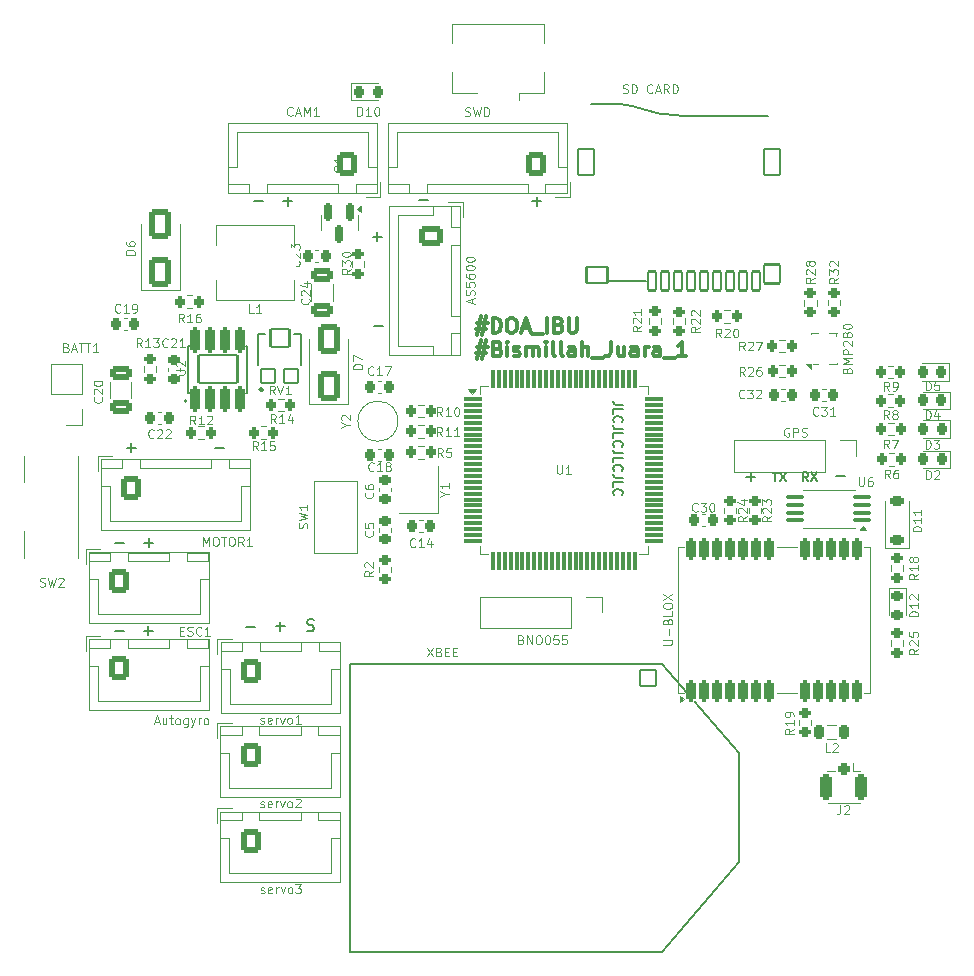
<source format=gto>
G04 #@! TF.GenerationSoftware,KiCad,Pcbnew,8.0.5*
G04 #@! TF.CreationDate,2024-11-26T16:03:35+07:00*
G04 #@! TF.ProjectId,probe06-ivy,70726f62-6530-4362-9d69-76792e6b6963,1*
G04 #@! TF.SameCoordinates,Original*
G04 #@! TF.FileFunction,Legend,Top*
G04 #@! TF.FilePolarity,Positive*
%FSLAX46Y46*%
G04 Gerber Fmt 4.6, Leading zero omitted, Abs format (unit mm)*
G04 Created by KiCad (PCBNEW 8.0.5) date 2024-11-26 16:03:35*
%MOMM*%
%LPD*%
G01*
G04 APERTURE LIST*
G04 Aperture macros list*
%AMRoundRect*
0 Rectangle with rounded corners*
0 $1 Rounding radius*
0 $2 $3 $4 $5 $6 $7 $8 $9 X,Y pos of 4 corners*
0 Add a 4 corners polygon primitive as box body*
4,1,4,$2,$3,$4,$5,$6,$7,$8,$9,$2,$3,0*
0 Add four circle primitives for the rounded corners*
1,1,$1+$1,$2,$3*
1,1,$1+$1,$4,$5*
1,1,$1+$1,$6,$7*
1,1,$1+$1,$8,$9*
0 Add four rect primitives between the rounded corners*
20,1,$1+$1,$2,$3,$4,$5,0*
20,1,$1+$1,$4,$5,$6,$7,0*
20,1,$1+$1,$6,$7,$8,$9,0*
20,1,$1+$1,$8,$9,$2,$3,0*%
G04 Aperture macros list end*
%ADD10C,0.150000*%
%ADD11C,0.200000*%
%ADD12C,0.187500*%
%ADD13C,0.312500*%
%ADD14C,0.100000*%
%ADD15C,0.120000*%
%ADD16C,0.127000*%
%ADD17C,0.240000*%
%ADD18RoundRect,0.218750X-0.256250X0.218750X-0.256250X-0.218750X0.256250X-0.218750X0.256250X0.218750X0*%
%ADD19RoundRect,0.218750X0.218750X0.256250X-0.218750X0.256250X-0.218750X-0.256250X0.218750X-0.256250X0*%
%ADD20R,0.400000X1.400000*%
%ADD21R,2.300000X1.900000*%
%ADD22R,1.800000X1.900000*%
%ADD23RoundRect,0.200000X-0.200000X-0.275000X0.200000X-0.275000X0.200000X0.275000X-0.200000X0.275000X0*%
%ADD24RoundRect,0.218750X-0.218750X-0.381250X0.218750X-0.381250X0.218750X0.381250X-0.218750X0.381250X0*%
%ADD25RoundRect,0.225000X0.225000X0.250000X-0.225000X0.250000X-0.225000X-0.250000X0.225000X-0.250000X0*%
%ADD26RoundRect,0.150000X-0.150000X0.587500X-0.150000X-0.587500X0.150000X-0.587500X0.150000X0.587500X0*%
%ADD27RoundRect,0.250000X-0.650000X0.325000X-0.650000X-0.325000X0.650000X-0.325000X0.650000X0.325000X0*%
%ADD28RoundRect,0.225000X-0.250000X0.225000X-0.250000X-0.225000X0.250000X-0.225000X0.250000X0.225000X0*%
%ADD29RoundRect,0.250000X0.650000X-1.000000X0.650000X1.000000X-0.650000X1.000000X-0.650000X-1.000000X0*%
%ADD30RoundRect,0.200000X-0.275000X0.200000X-0.275000X-0.200000X0.275000X-0.200000X0.275000X0.200000X0*%
%ADD31RoundRect,0.200000X0.200000X0.275000X-0.200000X0.275000X-0.200000X-0.275000X0.200000X-0.275000X0*%
%ADD32RoundRect,0.250000X-0.600000X-0.725000X0.600000X-0.725000X0.600000X0.725000X-0.600000X0.725000X0*%
%ADD33O,1.700000X1.950000*%
%ADD34RoundRect,0.100000X0.637500X0.100000X-0.637500X0.100000X-0.637500X-0.100000X0.637500X-0.100000X0*%
%ADD35RoundRect,0.200000X0.200000X-0.700000X0.200000X0.700000X-0.200000X0.700000X-0.200000X-0.700000X0*%
%ADD36RoundRect,0.250000X0.600000X0.725000X-0.600000X0.725000X-0.600000X-0.725000X0.600000X-0.725000X0*%
%ADD37O,3.500000X2.200000*%
%ADD38R,2.500000X1.500000*%
%ADD39O,2.500000X1.500000*%
%ADD40R,1.500000X2.400000*%
%ADD41RoundRect,0.200000X0.275000X-0.200000X0.275000X0.200000X-0.275000X0.200000X-0.275000X-0.200000X0*%
%ADD42R,1.700000X1.700000*%
%ADD43O,1.700000X1.700000*%
%ADD44RoundRect,0.102000X0.600000X-0.600000X0.600000X0.600000X-0.600000X0.600000X-0.600000X-0.600000X0*%
%ADD45RoundRect,0.102000X0.800000X-0.750000X0.800000X0.750000X-0.800000X0.750000X-0.800000X-0.750000X0*%
%ADD46RoundRect,0.102000X-0.700000X0.700000X-0.700000X-0.700000X0.700000X-0.700000X0.700000X0.700000X0*%
%ADD47C,1.604000*%
%ADD48RoundRect,0.250000X0.650000X-0.325000X0.650000X0.325000X-0.650000X0.325000X-0.650000X-0.325000X0*%
%ADD49C,1.000000*%
%ADD50RoundRect,0.225000X-0.225000X-0.250000X0.225000X-0.250000X0.225000X0.250000X-0.225000X0.250000X0*%
%ADD51RoundRect,0.225000X0.375000X-0.225000X0.375000X0.225000X-0.375000X0.225000X-0.375000X-0.225000X0*%
%ADD52C,0.900000*%
%ADD53RoundRect,0.102000X0.350000X-0.800000X0.350000X0.800000X-0.350000X0.800000X-0.350000X-0.800000X0*%
%ADD54RoundRect,0.102000X0.700000X-0.800000X0.700000X0.800000X-0.700000X0.800000X-0.700000X-0.800000X0*%
%ADD55RoundRect,0.102000X0.700000X-1.100000X0.700000X1.100000X-0.700000X1.100000X-0.700000X-1.100000X0*%
%ADD56RoundRect,0.102000X0.900000X-0.700000X0.900000X0.700000X-0.900000X0.700000X-0.900000X-0.700000X0*%
%ADD57R,1.600000X2.180000*%
%ADD58RoundRect,0.217080X0.184920X-0.869920X0.184920X0.869920X-0.184920X0.869920X-0.184920X-0.869920X0*%
%ADD59RoundRect,0.102000X1.650000X-1.205000X1.650000X1.205000X-1.650000X1.205000X-1.650000X-1.205000X0*%
%ADD60RoundRect,0.250000X-0.250000X0.275000X-0.250000X-0.275000X0.250000X-0.275000X0.250000X0.275000X0*%
%ADD61RoundRect,0.250000X-0.275000X0.850000X-0.275000X-0.850000X0.275000X-0.850000X0.275000X0.850000X0*%
%ADD62R,1.200000X1.400000*%
%ADD63RoundRect,0.218750X-0.218750X-0.256250X0.218750X-0.256250X0.218750X0.256250X-0.218750X0.256250X0*%
%ADD64RoundRect,0.250000X-0.725000X0.600000X-0.725000X-0.600000X0.725000X-0.600000X0.725000X0.600000X0*%
%ADD65O,1.950000X1.700000*%
%ADD66RoundRect,0.075000X-0.725000X-0.075000X0.725000X-0.075000X0.725000X0.075000X-0.725000X0.075000X0*%
%ADD67RoundRect,0.075000X-0.075000X-0.725000X0.075000X-0.725000X0.075000X0.725000X-0.075000X0.725000X0*%
%ADD68R,0.500000X0.350000*%
%ADD69RoundRect,0.225000X0.250000X-0.225000X0.250000X0.225000X-0.250000X0.225000X-0.250000X-0.225000X0*%
%ADD70R,2.170000X2.170000*%
%ADD71C,2.500000*%
G04 APERTURE END LIST*
D10*
X156495704Y-94637731D02*
X155924276Y-94637731D01*
X155924276Y-94637731D02*
X155809990Y-94599636D01*
X155809990Y-94599636D02*
X155733800Y-94523445D01*
X155733800Y-94523445D02*
X155695704Y-94409160D01*
X155695704Y-94409160D02*
X155695704Y-94332969D01*
X155695704Y-95399636D02*
X155695704Y-95018684D01*
X155695704Y-95018684D02*
X156495704Y-95018684D01*
X155771895Y-96123446D02*
X155733800Y-96085350D01*
X155733800Y-96085350D02*
X155695704Y-95971065D01*
X155695704Y-95971065D02*
X155695704Y-95894874D01*
X155695704Y-95894874D02*
X155733800Y-95780588D01*
X155733800Y-95780588D02*
X155809990Y-95704398D01*
X155809990Y-95704398D02*
X155886180Y-95666303D01*
X155886180Y-95666303D02*
X156038561Y-95628207D01*
X156038561Y-95628207D02*
X156152847Y-95628207D01*
X156152847Y-95628207D02*
X156305228Y-95666303D01*
X156305228Y-95666303D02*
X156381419Y-95704398D01*
X156381419Y-95704398D02*
X156457609Y-95780588D01*
X156457609Y-95780588D02*
X156495704Y-95894874D01*
X156495704Y-95894874D02*
X156495704Y-95971065D01*
X156495704Y-95971065D02*
X156457609Y-96085350D01*
X156457609Y-96085350D02*
X156419514Y-96123446D01*
X156495704Y-96694874D02*
X155924276Y-96694874D01*
X155924276Y-96694874D02*
X155809990Y-96656779D01*
X155809990Y-96656779D02*
X155733800Y-96580588D01*
X155733800Y-96580588D02*
X155695704Y-96466303D01*
X155695704Y-96466303D02*
X155695704Y-96390112D01*
X155695704Y-97456779D02*
X155695704Y-97075827D01*
X155695704Y-97075827D02*
X156495704Y-97075827D01*
X155771895Y-98180589D02*
X155733800Y-98142493D01*
X155733800Y-98142493D02*
X155695704Y-98028208D01*
X155695704Y-98028208D02*
X155695704Y-97952017D01*
X155695704Y-97952017D02*
X155733800Y-97837731D01*
X155733800Y-97837731D02*
X155809990Y-97761541D01*
X155809990Y-97761541D02*
X155886180Y-97723446D01*
X155886180Y-97723446D02*
X156038561Y-97685350D01*
X156038561Y-97685350D02*
X156152847Y-97685350D01*
X156152847Y-97685350D02*
X156305228Y-97723446D01*
X156305228Y-97723446D02*
X156381419Y-97761541D01*
X156381419Y-97761541D02*
X156457609Y-97837731D01*
X156457609Y-97837731D02*
X156495704Y-97952017D01*
X156495704Y-97952017D02*
X156495704Y-98028208D01*
X156495704Y-98028208D02*
X156457609Y-98142493D01*
X156457609Y-98142493D02*
X156419514Y-98180589D01*
X156495704Y-98752017D02*
X155924276Y-98752017D01*
X155924276Y-98752017D02*
X155809990Y-98713922D01*
X155809990Y-98713922D02*
X155733800Y-98637731D01*
X155733800Y-98637731D02*
X155695704Y-98523446D01*
X155695704Y-98523446D02*
X155695704Y-98447255D01*
X155695704Y-99513922D02*
X155695704Y-99132970D01*
X155695704Y-99132970D02*
X156495704Y-99132970D01*
X155771895Y-100237732D02*
X155733800Y-100199636D01*
X155733800Y-100199636D02*
X155695704Y-100085351D01*
X155695704Y-100085351D02*
X155695704Y-100009160D01*
X155695704Y-100009160D02*
X155733800Y-99894874D01*
X155733800Y-99894874D02*
X155809990Y-99818684D01*
X155809990Y-99818684D02*
X155886180Y-99780589D01*
X155886180Y-99780589D02*
X156038561Y-99742493D01*
X156038561Y-99742493D02*
X156152847Y-99742493D01*
X156152847Y-99742493D02*
X156305228Y-99780589D01*
X156305228Y-99780589D02*
X156381419Y-99818684D01*
X156381419Y-99818684D02*
X156457609Y-99894874D01*
X156457609Y-99894874D02*
X156495704Y-100009160D01*
X156495704Y-100009160D02*
X156495704Y-100085351D01*
X156495704Y-100085351D02*
X156457609Y-100199636D01*
X156457609Y-100199636D02*
X156419514Y-100237732D01*
X156495704Y-100809160D02*
X155924276Y-100809160D01*
X155924276Y-100809160D02*
X155809990Y-100771065D01*
X155809990Y-100771065D02*
X155733800Y-100694874D01*
X155733800Y-100694874D02*
X155695704Y-100580589D01*
X155695704Y-100580589D02*
X155695704Y-100504398D01*
X155695704Y-101571065D02*
X155695704Y-101190113D01*
X155695704Y-101190113D02*
X156495704Y-101190113D01*
X155771895Y-102294875D02*
X155733800Y-102256779D01*
X155733800Y-102256779D02*
X155695704Y-102142494D01*
X155695704Y-102142494D02*
X155695704Y-102066303D01*
X155695704Y-102066303D02*
X155733800Y-101952017D01*
X155733800Y-101952017D02*
X155809990Y-101875827D01*
X155809990Y-101875827D02*
X155886180Y-101837732D01*
X155886180Y-101837732D02*
X156038561Y-101799636D01*
X156038561Y-101799636D02*
X156152847Y-101799636D01*
X156152847Y-101799636D02*
X156305228Y-101837732D01*
X156305228Y-101837732D02*
X156381419Y-101875827D01*
X156381419Y-101875827D02*
X156457609Y-101952017D01*
X156457609Y-101952017D02*
X156495704Y-102066303D01*
X156495704Y-102066303D02*
X156495704Y-102142494D01*
X156495704Y-102142494D02*
X156457609Y-102256779D01*
X156457609Y-102256779D02*
X156419514Y-102294875D01*
D11*
X127149673Y-113416266D02*
X127911578Y-113416266D01*
X127530625Y-113797219D02*
X127530625Y-113035314D01*
X127789673Y-77406266D02*
X128551578Y-77406266D01*
X128170625Y-77787219D02*
X128170625Y-77025314D01*
X166959673Y-100726266D02*
X167721578Y-100726266D01*
X167340625Y-101107219D02*
X167340625Y-100345314D01*
X135449673Y-87956266D02*
X136211578Y-87956266D01*
X114509673Y-98296266D02*
X115271578Y-98296266D01*
X114890625Y-98677219D02*
X114890625Y-97915314D01*
X125329673Y-77416266D02*
X126091578Y-77416266D01*
X113529673Y-106366266D02*
X114291578Y-106366266D01*
X115969673Y-113776266D02*
X116731578Y-113776266D01*
X116350625Y-114157219D02*
X116350625Y-113395314D01*
X139299673Y-77326266D02*
X140061578Y-77326266D01*
X135349673Y-80416266D02*
X136111578Y-80416266D01*
X135730625Y-80797219D02*
X135730625Y-80035314D01*
X115999673Y-106336266D02*
X116761578Y-106336266D01*
X116380625Y-106717219D02*
X116380625Y-105955314D01*
X113499673Y-113806266D02*
X114261578Y-113806266D01*
X121999673Y-98286266D02*
X122761578Y-98286266D01*
D12*
X172200497Y-101128464D02*
X171950497Y-100771321D01*
X171771926Y-101128464D02*
X171771926Y-100378464D01*
X171771926Y-100378464D02*
X172057640Y-100378464D01*
X172057640Y-100378464D02*
X172129069Y-100414178D01*
X172129069Y-100414178D02*
X172164783Y-100449892D01*
X172164783Y-100449892D02*
X172200497Y-100521321D01*
X172200497Y-100521321D02*
X172200497Y-100628464D01*
X172200497Y-100628464D02*
X172164783Y-100699892D01*
X172164783Y-100699892D02*
X172129069Y-100735607D01*
X172129069Y-100735607D02*
X172057640Y-100771321D01*
X172057640Y-100771321D02*
X171771926Y-100771321D01*
X172450497Y-100378464D02*
X172950497Y-101128464D01*
X172950497Y-100378464D02*
X172450497Y-101128464D01*
D11*
X148839673Y-77426266D02*
X149601578Y-77426266D01*
X149220625Y-77807219D02*
X149220625Y-77045314D01*
X129782054Y-113759600D02*
X129924911Y-113807219D01*
X129924911Y-113807219D02*
X130163006Y-113807219D01*
X130163006Y-113807219D02*
X130258244Y-113759600D01*
X130258244Y-113759600D02*
X130305863Y-113711980D01*
X130305863Y-113711980D02*
X130353482Y-113616742D01*
X130353482Y-113616742D02*
X130353482Y-113521504D01*
X130353482Y-113521504D02*
X130305863Y-113426266D01*
X130305863Y-113426266D02*
X130258244Y-113378647D01*
X130258244Y-113378647D02*
X130163006Y-113331028D01*
X130163006Y-113331028D02*
X129972530Y-113283409D01*
X129972530Y-113283409D02*
X129877292Y-113235790D01*
X129877292Y-113235790D02*
X129829673Y-113188171D01*
X129829673Y-113188171D02*
X129782054Y-113092933D01*
X129782054Y-113092933D02*
X129782054Y-112997695D01*
X129782054Y-112997695D02*
X129829673Y-112902457D01*
X129829673Y-112902457D02*
X129877292Y-112854838D01*
X129877292Y-112854838D02*
X129972530Y-112807219D01*
X129972530Y-112807219D02*
X130210625Y-112807219D01*
X130210625Y-112807219D02*
X130353482Y-112854838D01*
X174549673Y-100686266D02*
X175311578Y-100686266D01*
X124599673Y-113436266D02*
X125361578Y-113436266D01*
D12*
X169224783Y-100388464D02*
X169653355Y-100388464D01*
X169439069Y-101138464D02*
X169439069Y-100388464D01*
X169831926Y-100388464D02*
X170331926Y-101138464D01*
X170331926Y-100388464D02*
X169831926Y-101138464D01*
D13*
X144193687Y-87702475D02*
X145086544Y-87702475D01*
X144550830Y-87166761D02*
X144193687Y-88773904D01*
X144967496Y-88238189D02*
X144074639Y-88238189D01*
X144610353Y-88773904D02*
X144967496Y-87166761D01*
X145503211Y-88535808D02*
X145503211Y-87285808D01*
X145503211Y-87285808D02*
X145800830Y-87285808D01*
X145800830Y-87285808D02*
X145979401Y-87345332D01*
X145979401Y-87345332D02*
X146098449Y-87464380D01*
X146098449Y-87464380D02*
X146157972Y-87583427D01*
X146157972Y-87583427D02*
X146217496Y-87821523D01*
X146217496Y-87821523D02*
X146217496Y-88000094D01*
X146217496Y-88000094D02*
X146157972Y-88238189D01*
X146157972Y-88238189D02*
X146098449Y-88357237D01*
X146098449Y-88357237D02*
X145979401Y-88476285D01*
X145979401Y-88476285D02*
X145800830Y-88535808D01*
X145800830Y-88535808D02*
X145503211Y-88535808D01*
X146991306Y-87285808D02*
X147229401Y-87285808D01*
X147229401Y-87285808D02*
X147348449Y-87345332D01*
X147348449Y-87345332D02*
X147467496Y-87464380D01*
X147467496Y-87464380D02*
X147527020Y-87702475D01*
X147527020Y-87702475D02*
X147527020Y-88119142D01*
X147527020Y-88119142D02*
X147467496Y-88357237D01*
X147467496Y-88357237D02*
X147348449Y-88476285D01*
X147348449Y-88476285D02*
X147229401Y-88535808D01*
X147229401Y-88535808D02*
X146991306Y-88535808D01*
X146991306Y-88535808D02*
X146872258Y-88476285D01*
X146872258Y-88476285D02*
X146753211Y-88357237D01*
X146753211Y-88357237D02*
X146693687Y-88119142D01*
X146693687Y-88119142D02*
X146693687Y-87702475D01*
X146693687Y-87702475D02*
X146753211Y-87464380D01*
X146753211Y-87464380D02*
X146872258Y-87345332D01*
X146872258Y-87345332D02*
X146991306Y-87285808D01*
X148003211Y-88178665D02*
X148598449Y-88178665D01*
X147884163Y-88535808D02*
X148300830Y-87285808D01*
X148300830Y-87285808D02*
X148717496Y-88535808D01*
X148836545Y-88654856D02*
X149788925Y-88654856D01*
X150086545Y-88535808D02*
X150086545Y-87285808D01*
X151098449Y-87881046D02*
X151277021Y-87940570D01*
X151277021Y-87940570D02*
X151336544Y-88000094D01*
X151336544Y-88000094D02*
X151396068Y-88119142D01*
X151396068Y-88119142D02*
X151396068Y-88297713D01*
X151396068Y-88297713D02*
X151336544Y-88416761D01*
X151336544Y-88416761D02*
X151277021Y-88476285D01*
X151277021Y-88476285D02*
X151157973Y-88535808D01*
X151157973Y-88535808D02*
X150681783Y-88535808D01*
X150681783Y-88535808D02*
X150681783Y-87285808D01*
X150681783Y-87285808D02*
X151098449Y-87285808D01*
X151098449Y-87285808D02*
X151217497Y-87345332D01*
X151217497Y-87345332D02*
X151277021Y-87404856D01*
X151277021Y-87404856D02*
X151336544Y-87523904D01*
X151336544Y-87523904D02*
X151336544Y-87642951D01*
X151336544Y-87642951D02*
X151277021Y-87761999D01*
X151277021Y-87761999D02*
X151217497Y-87821523D01*
X151217497Y-87821523D02*
X151098449Y-87881046D01*
X151098449Y-87881046D02*
X150681783Y-87881046D01*
X151931783Y-87285808D02*
X151931783Y-88297713D01*
X151931783Y-88297713D02*
X151991306Y-88416761D01*
X151991306Y-88416761D02*
X152050830Y-88476285D01*
X152050830Y-88476285D02*
X152169878Y-88535808D01*
X152169878Y-88535808D02*
X152407973Y-88535808D01*
X152407973Y-88535808D02*
X152527021Y-88476285D01*
X152527021Y-88476285D02*
X152586544Y-88416761D01*
X152586544Y-88416761D02*
X152646068Y-88297713D01*
X152646068Y-88297713D02*
X152646068Y-87285808D01*
X144193687Y-89714905D02*
X145086544Y-89714905D01*
X144550830Y-89179191D02*
X144193687Y-90786334D01*
X144967496Y-90250619D02*
X144074639Y-90250619D01*
X144610353Y-90786334D02*
X144967496Y-89179191D01*
X145919877Y-89893476D02*
X146098449Y-89953000D01*
X146098449Y-89953000D02*
X146157972Y-90012524D01*
X146157972Y-90012524D02*
X146217496Y-90131572D01*
X146217496Y-90131572D02*
X146217496Y-90310143D01*
X146217496Y-90310143D02*
X146157972Y-90429191D01*
X146157972Y-90429191D02*
X146098449Y-90488715D01*
X146098449Y-90488715D02*
X145979401Y-90548238D01*
X145979401Y-90548238D02*
X145503211Y-90548238D01*
X145503211Y-90548238D02*
X145503211Y-89298238D01*
X145503211Y-89298238D02*
X145919877Y-89298238D01*
X145919877Y-89298238D02*
X146038925Y-89357762D01*
X146038925Y-89357762D02*
X146098449Y-89417286D01*
X146098449Y-89417286D02*
X146157972Y-89536334D01*
X146157972Y-89536334D02*
X146157972Y-89655381D01*
X146157972Y-89655381D02*
X146098449Y-89774429D01*
X146098449Y-89774429D02*
X146038925Y-89833953D01*
X146038925Y-89833953D02*
X145919877Y-89893476D01*
X145919877Y-89893476D02*
X145503211Y-89893476D01*
X146753211Y-90548238D02*
X146753211Y-89714905D01*
X146753211Y-89298238D02*
X146693687Y-89357762D01*
X146693687Y-89357762D02*
X146753211Y-89417286D01*
X146753211Y-89417286D02*
X146812734Y-89357762D01*
X146812734Y-89357762D02*
X146753211Y-89298238D01*
X146753211Y-89298238D02*
X146753211Y-89417286D01*
X147288925Y-90488715D02*
X147407972Y-90548238D01*
X147407972Y-90548238D02*
X147646068Y-90548238D01*
X147646068Y-90548238D02*
X147765115Y-90488715D01*
X147765115Y-90488715D02*
X147824639Y-90369667D01*
X147824639Y-90369667D02*
X147824639Y-90310143D01*
X147824639Y-90310143D02*
X147765115Y-90191095D01*
X147765115Y-90191095D02*
X147646068Y-90131572D01*
X147646068Y-90131572D02*
X147467496Y-90131572D01*
X147467496Y-90131572D02*
X147348449Y-90072048D01*
X147348449Y-90072048D02*
X147288925Y-89953000D01*
X147288925Y-89953000D02*
X147288925Y-89893476D01*
X147288925Y-89893476D02*
X147348449Y-89774429D01*
X147348449Y-89774429D02*
X147467496Y-89714905D01*
X147467496Y-89714905D02*
X147646068Y-89714905D01*
X147646068Y-89714905D02*
X147765115Y-89774429D01*
X148360354Y-90548238D02*
X148360354Y-89714905D01*
X148360354Y-89833953D02*
X148419877Y-89774429D01*
X148419877Y-89774429D02*
X148538925Y-89714905D01*
X148538925Y-89714905D02*
X148717496Y-89714905D01*
X148717496Y-89714905D02*
X148836544Y-89774429D01*
X148836544Y-89774429D02*
X148896068Y-89893476D01*
X148896068Y-89893476D02*
X148896068Y-90548238D01*
X148896068Y-89893476D02*
X148955592Y-89774429D01*
X148955592Y-89774429D02*
X149074639Y-89714905D01*
X149074639Y-89714905D02*
X149253211Y-89714905D01*
X149253211Y-89714905D02*
X149372258Y-89774429D01*
X149372258Y-89774429D02*
X149431782Y-89893476D01*
X149431782Y-89893476D02*
X149431782Y-90548238D01*
X150027021Y-90548238D02*
X150027021Y-89714905D01*
X150027021Y-89298238D02*
X149967497Y-89357762D01*
X149967497Y-89357762D02*
X150027021Y-89417286D01*
X150027021Y-89417286D02*
X150086544Y-89357762D01*
X150086544Y-89357762D02*
X150027021Y-89298238D01*
X150027021Y-89298238D02*
X150027021Y-89417286D01*
X150800830Y-90548238D02*
X150681782Y-90488715D01*
X150681782Y-90488715D02*
X150622259Y-90369667D01*
X150622259Y-90369667D02*
X150622259Y-89298238D01*
X151455592Y-90548238D02*
X151336544Y-90488715D01*
X151336544Y-90488715D02*
X151277021Y-90369667D01*
X151277021Y-90369667D02*
X151277021Y-89298238D01*
X152467497Y-90548238D02*
X152467497Y-89893476D01*
X152467497Y-89893476D02*
X152407973Y-89774429D01*
X152407973Y-89774429D02*
X152288925Y-89714905D01*
X152288925Y-89714905D02*
X152050830Y-89714905D01*
X152050830Y-89714905D02*
X151931783Y-89774429D01*
X152467497Y-90488715D02*
X152348449Y-90548238D01*
X152348449Y-90548238D02*
X152050830Y-90548238D01*
X152050830Y-90548238D02*
X151931783Y-90488715D01*
X151931783Y-90488715D02*
X151872259Y-90369667D01*
X151872259Y-90369667D02*
X151872259Y-90250619D01*
X151872259Y-90250619D02*
X151931783Y-90131572D01*
X151931783Y-90131572D02*
X152050830Y-90072048D01*
X152050830Y-90072048D02*
X152348449Y-90072048D01*
X152348449Y-90072048D02*
X152467497Y-90012524D01*
X153062735Y-90548238D02*
X153062735Y-89298238D01*
X153598449Y-90548238D02*
X153598449Y-89893476D01*
X153598449Y-89893476D02*
X153538925Y-89774429D01*
X153538925Y-89774429D02*
X153419877Y-89714905D01*
X153419877Y-89714905D02*
X153241306Y-89714905D01*
X153241306Y-89714905D02*
X153122258Y-89774429D01*
X153122258Y-89774429D02*
X153062735Y-89833953D01*
X153896068Y-90667286D02*
X154848448Y-90667286D01*
X155503210Y-89298238D02*
X155503210Y-90191095D01*
X155503210Y-90191095D02*
X155443687Y-90369667D01*
X155443687Y-90369667D02*
X155324639Y-90488715D01*
X155324639Y-90488715D02*
X155146068Y-90548238D01*
X155146068Y-90548238D02*
X155027020Y-90548238D01*
X156634163Y-89714905D02*
X156634163Y-90548238D01*
X156098449Y-89714905D02*
X156098449Y-90369667D01*
X156098449Y-90369667D02*
X156157972Y-90488715D01*
X156157972Y-90488715D02*
X156277020Y-90548238D01*
X156277020Y-90548238D02*
X156455591Y-90548238D01*
X156455591Y-90548238D02*
X156574639Y-90488715D01*
X156574639Y-90488715D02*
X156634163Y-90429191D01*
X157765115Y-90548238D02*
X157765115Y-89893476D01*
X157765115Y-89893476D02*
X157705591Y-89774429D01*
X157705591Y-89774429D02*
X157586543Y-89714905D01*
X157586543Y-89714905D02*
X157348448Y-89714905D01*
X157348448Y-89714905D02*
X157229401Y-89774429D01*
X157765115Y-90488715D02*
X157646067Y-90548238D01*
X157646067Y-90548238D02*
X157348448Y-90548238D01*
X157348448Y-90548238D02*
X157229401Y-90488715D01*
X157229401Y-90488715D02*
X157169877Y-90369667D01*
X157169877Y-90369667D02*
X157169877Y-90250619D01*
X157169877Y-90250619D02*
X157229401Y-90131572D01*
X157229401Y-90131572D02*
X157348448Y-90072048D01*
X157348448Y-90072048D02*
X157646067Y-90072048D01*
X157646067Y-90072048D02*
X157765115Y-90012524D01*
X158360353Y-90548238D02*
X158360353Y-89714905D01*
X158360353Y-89953000D02*
X158419876Y-89833953D01*
X158419876Y-89833953D02*
X158479400Y-89774429D01*
X158479400Y-89774429D02*
X158598448Y-89714905D01*
X158598448Y-89714905D02*
X158717495Y-89714905D01*
X159669877Y-90548238D02*
X159669877Y-89893476D01*
X159669877Y-89893476D02*
X159610353Y-89774429D01*
X159610353Y-89774429D02*
X159491305Y-89714905D01*
X159491305Y-89714905D02*
X159253210Y-89714905D01*
X159253210Y-89714905D02*
X159134163Y-89774429D01*
X159669877Y-90488715D02*
X159550829Y-90548238D01*
X159550829Y-90548238D02*
X159253210Y-90548238D01*
X159253210Y-90548238D02*
X159134163Y-90488715D01*
X159134163Y-90488715D02*
X159074639Y-90369667D01*
X159074639Y-90369667D02*
X159074639Y-90250619D01*
X159074639Y-90250619D02*
X159134163Y-90131572D01*
X159134163Y-90131572D02*
X159253210Y-90072048D01*
X159253210Y-90072048D02*
X159550829Y-90072048D01*
X159550829Y-90072048D02*
X159669877Y-90012524D01*
X159967496Y-90667286D02*
X160919876Y-90667286D01*
X161872257Y-90548238D02*
X161157972Y-90548238D01*
X161515115Y-90548238D02*
X161515115Y-89298238D01*
X161515115Y-89298238D02*
X161396067Y-89476810D01*
X161396067Y-89476810D02*
X161277019Y-89595857D01*
X161277019Y-89595857D02*
X161157972Y-89655381D01*
D14*
X181531764Y-112558214D02*
X180781764Y-112558214D01*
X180781764Y-112558214D02*
X180781764Y-112379643D01*
X180781764Y-112379643D02*
X180817478Y-112272500D01*
X180817478Y-112272500D02*
X180888907Y-112201071D01*
X180888907Y-112201071D02*
X180960335Y-112165357D01*
X180960335Y-112165357D02*
X181103192Y-112129643D01*
X181103192Y-112129643D02*
X181210335Y-112129643D01*
X181210335Y-112129643D02*
X181353192Y-112165357D01*
X181353192Y-112165357D02*
X181424621Y-112201071D01*
X181424621Y-112201071D02*
X181496050Y-112272500D01*
X181496050Y-112272500D02*
X181531764Y-112379643D01*
X181531764Y-112379643D02*
X181531764Y-112558214D01*
X181531764Y-111415357D02*
X181531764Y-111843928D01*
X181531764Y-111629643D02*
X180781764Y-111629643D01*
X180781764Y-111629643D02*
X180888907Y-111701071D01*
X180888907Y-111701071D02*
X180960335Y-111772500D01*
X180960335Y-111772500D02*
X180996050Y-111843928D01*
X180853192Y-111129642D02*
X180817478Y-111093928D01*
X180817478Y-111093928D02*
X180781764Y-111022500D01*
X180781764Y-111022500D02*
X180781764Y-110843928D01*
X180781764Y-110843928D02*
X180817478Y-110772500D01*
X180817478Y-110772500D02*
X180853192Y-110736785D01*
X180853192Y-110736785D02*
X180924621Y-110701071D01*
X180924621Y-110701071D02*
X180996050Y-110701071D01*
X180996050Y-110701071D02*
X181103192Y-110736785D01*
X181103192Y-110736785D02*
X181531764Y-111165357D01*
X181531764Y-111165357D02*
X181531764Y-110701071D01*
X182166428Y-95851764D02*
X182166428Y-95101764D01*
X182166428Y-95101764D02*
X182344999Y-95101764D01*
X182344999Y-95101764D02*
X182452142Y-95137478D01*
X182452142Y-95137478D02*
X182523571Y-95208907D01*
X182523571Y-95208907D02*
X182559285Y-95280335D01*
X182559285Y-95280335D02*
X182594999Y-95423192D01*
X182594999Y-95423192D02*
X182594999Y-95530335D01*
X182594999Y-95530335D02*
X182559285Y-95673192D01*
X182559285Y-95673192D02*
X182523571Y-95744621D01*
X182523571Y-95744621D02*
X182452142Y-95816050D01*
X182452142Y-95816050D02*
X182344999Y-95851764D01*
X182344999Y-95851764D02*
X182166428Y-95851764D01*
X183237857Y-95351764D02*
X183237857Y-95851764D01*
X183059285Y-95066050D02*
X182880714Y-95601764D01*
X182880714Y-95601764D02*
X183344999Y-95601764D01*
X166837856Y-92191764D02*
X166587856Y-91834621D01*
X166409285Y-92191764D02*
X166409285Y-91441764D01*
X166409285Y-91441764D02*
X166694999Y-91441764D01*
X166694999Y-91441764D02*
X166766428Y-91477478D01*
X166766428Y-91477478D02*
X166802142Y-91513192D01*
X166802142Y-91513192D02*
X166837856Y-91584621D01*
X166837856Y-91584621D02*
X166837856Y-91691764D01*
X166837856Y-91691764D02*
X166802142Y-91763192D01*
X166802142Y-91763192D02*
X166766428Y-91798907D01*
X166766428Y-91798907D02*
X166694999Y-91834621D01*
X166694999Y-91834621D02*
X166409285Y-91834621D01*
X167123571Y-91513192D02*
X167159285Y-91477478D01*
X167159285Y-91477478D02*
X167230714Y-91441764D01*
X167230714Y-91441764D02*
X167409285Y-91441764D01*
X167409285Y-91441764D02*
X167480714Y-91477478D01*
X167480714Y-91477478D02*
X167516428Y-91513192D01*
X167516428Y-91513192D02*
X167552142Y-91584621D01*
X167552142Y-91584621D02*
X167552142Y-91656050D01*
X167552142Y-91656050D02*
X167516428Y-91763192D01*
X167516428Y-91763192D02*
X167087856Y-92191764D01*
X167087856Y-92191764D02*
X167552142Y-92191764D01*
X168195000Y-91441764D02*
X168052142Y-91441764D01*
X168052142Y-91441764D02*
X167980714Y-91477478D01*
X167980714Y-91477478D02*
X167945000Y-91513192D01*
X167945000Y-91513192D02*
X167873571Y-91620335D01*
X167873571Y-91620335D02*
X167837857Y-91763192D01*
X167837857Y-91763192D02*
X167837857Y-92048907D01*
X167837857Y-92048907D02*
X167873571Y-92120335D01*
X167873571Y-92120335D02*
X167909285Y-92156050D01*
X167909285Y-92156050D02*
X167980714Y-92191764D01*
X167980714Y-92191764D02*
X168123571Y-92191764D01*
X168123571Y-92191764D02*
X168195000Y-92156050D01*
X168195000Y-92156050D02*
X168230714Y-92120335D01*
X168230714Y-92120335D02*
X168266428Y-92048907D01*
X168266428Y-92048907D02*
X168266428Y-91870335D01*
X168266428Y-91870335D02*
X168230714Y-91798907D01*
X168230714Y-91798907D02*
X168195000Y-91763192D01*
X168195000Y-91763192D02*
X168123571Y-91727478D01*
X168123571Y-91727478D02*
X167980714Y-91727478D01*
X167980714Y-91727478D02*
X167909285Y-91763192D01*
X167909285Y-91763192D02*
X167873571Y-91798907D01*
X167873571Y-91798907D02*
X167837857Y-91870335D01*
X174065000Y-124051764D02*
X173707857Y-124051764D01*
X173707857Y-124051764D02*
X173707857Y-123301764D01*
X174279286Y-123373192D02*
X174315000Y-123337478D01*
X174315000Y-123337478D02*
X174386429Y-123301764D01*
X174386429Y-123301764D02*
X174565000Y-123301764D01*
X174565000Y-123301764D02*
X174636429Y-123337478D01*
X174636429Y-123337478D02*
X174672143Y-123373192D01*
X174672143Y-123373192D02*
X174707857Y-123444621D01*
X174707857Y-123444621D02*
X174707857Y-123516050D01*
X174707857Y-123516050D02*
X174672143Y-123623192D01*
X174672143Y-123623192D02*
X174243571Y-124051764D01*
X174243571Y-124051764D02*
X174707857Y-124051764D01*
X113967856Y-86780335D02*
X113932142Y-86816050D01*
X113932142Y-86816050D02*
X113824999Y-86851764D01*
X113824999Y-86851764D02*
X113753571Y-86851764D01*
X113753571Y-86851764D02*
X113646428Y-86816050D01*
X113646428Y-86816050D02*
X113574999Y-86744621D01*
X113574999Y-86744621D02*
X113539285Y-86673192D01*
X113539285Y-86673192D02*
X113503571Y-86530335D01*
X113503571Y-86530335D02*
X113503571Y-86423192D01*
X113503571Y-86423192D02*
X113539285Y-86280335D01*
X113539285Y-86280335D02*
X113574999Y-86208907D01*
X113574999Y-86208907D02*
X113646428Y-86137478D01*
X113646428Y-86137478D02*
X113753571Y-86101764D01*
X113753571Y-86101764D02*
X113824999Y-86101764D01*
X113824999Y-86101764D02*
X113932142Y-86137478D01*
X113932142Y-86137478D02*
X113967856Y-86173192D01*
X114682142Y-86851764D02*
X114253571Y-86851764D01*
X114467856Y-86851764D02*
X114467856Y-86101764D01*
X114467856Y-86101764D02*
X114396428Y-86208907D01*
X114396428Y-86208907D02*
X114324999Y-86280335D01*
X114324999Y-86280335D02*
X114253571Y-86316050D01*
X115039285Y-86851764D02*
X115182142Y-86851764D01*
X115182142Y-86851764D02*
X115253571Y-86816050D01*
X115253571Y-86816050D02*
X115289285Y-86780335D01*
X115289285Y-86780335D02*
X115360714Y-86673192D01*
X115360714Y-86673192D02*
X115396428Y-86530335D01*
X115396428Y-86530335D02*
X115396428Y-86244621D01*
X115396428Y-86244621D02*
X115360714Y-86173192D01*
X115360714Y-86173192D02*
X115325000Y-86137478D01*
X115325000Y-86137478D02*
X115253571Y-86101764D01*
X115253571Y-86101764D02*
X115110714Y-86101764D01*
X115110714Y-86101764D02*
X115039285Y-86137478D01*
X115039285Y-86137478D02*
X115003571Y-86173192D01*
X115003571Y-86173192D02*
X114967857Y-86244621D01*
X114967857Y-86244621D02*
X114967857Y-86423192D01*
X114967857Y-86423192D02*
X115003571Y-86494621D01*
X115003571Y-86494621D02*
X115039285Y-86530335D01*
X115039285Y-86530335D02*
X115110714Y-86566050D01*
X115110714Y-86566050D02*
X115253571Y-86566050D01*
X115253571Y-86566050D02*
X115325000Y-86530335D01*
X115325000Y-86530335D02*
X115360714Y-86494621D01*
X115360714Y-86494621D02*
X115396428Y-86423192D01*
X132853892Y-74371128D02*
X132818178Y-74442557D01*
X132818178Y-74442557D02*
X132746750Y-74513985D01*
X132746750Y-74513985D02*
X132639607Y-74621128D01*
X132639607Y-74621128D02*
X132603892Y-74692557D01*
X132603892Y-74692557D02*
X132603892Y-74763985D01*
X132782464Y-74728271D02*
X132746750Y-74799700D01*
X132746750Y-74799700D02*
X132675321Y-74871128D01*
X132675321Y-74871128D02*
X132532464Y-74906842D01*
X132532464Y-74906842D02*
X132282464Y-74906842D01*
X132282464Y-74906842D02*
X132139607Y-74871128D01*
X132139607Y-74871128D02*
X132068178Y-74799700D01*
X132068178Y-74799700D02*
X132032464Y-74728271D01*
X132032464Y-74728271D02*
X132032464Y-74585414D01*
X132032464Y-74585414D02*
X132068178Y-74513985D01*
X132068178Y-74513985D02*
X132139607Y-74442557D01*
X132139607Y-74442557D02*
X132282464Y-74406842D01*
X132282464Y-74406842D02*
X132532464Y-74406842D01*
X132532464Y-74406842D02*
X132675321Y-74442557D01*
X132675321Y-74442557D02*
X132746750Y-74513985D01*
X132746750Y-74513985D02*
X132782464Y-74585414D01*
X132782464Y-74585414D02*
X132782464Y-74728271D01*
X132782464Y-73692557D02*
X132782464Y-74121128D01*
X132782464Y-73906843D02*
X132032464Y-73906843D01*
X132032464Y-73906843D02*
X132139607Y-73978271D01*
X132139607Y-73978271D02*
X132211035Y-74049700D01*
X132211035Y-74049700D02*
X132246750Y-74121128D01*
X112390335Y-94022143D02*
X112426050Y-94057857D01*
X112426050Y-94057857D02*
X112461764Y-94165000D01*
X112461764Y-94165000D02*
X112461764Y-94236428D01*
X112461764Y-94236428D02*
X112426050Y-94343571D01*
X112426050Y-94343571D02*
X112354621Y-94415000D01*
X112354621Y-94415000D02*
X112283192Y-94450714D01*
X112283192Y-94450714D02*
X112140335Y-94486428D01*
X112140335Y-94486428D02*
X112033192Y-94486428D01*
X112033192Y-94486428D02*
X111890335Y-94450714D01*
X111890335Y-94450714D02*
X111818907Y-94415000D01*
X111818907Y-94415000D02*
X111747478Y-94343571D01*
X111747478Y-94343571D02*
X111711764Y-94236428D01*
X111711764Y-94236428D02*
X111711764Y-94165000D01*
X111711764Y-94165000D02*
X111747478Y-94057857D01*
X111747478Y-94057857D02*
X111783192Y-94022143D01*
X111783192Y-93736428D02*
X111747478Y-93700714D01*
X111747478Y-93700714D02*
X111711764Y-93629286D01*
X111711764Y-93629286D02*
X111711764Y-93450714D01*
X111711764Y-93450714D02*
X111747478Y-93379286D01*
X111747478Y-93379286D02*
X111783192Y-93343571D01*
X111783192Y-93343571D02*
X111854621Y-93307857D01*
X111854621Y-93307857D02*
X111926050Y-93307857D01*
X111926050Y-93307857D02*
X112033192Y-93343571D01*
X112033192Y-93343571D02*
X112461764Y-93772143D01*
X112461764Y-93772143D02*
X112461764Y-93307857D01*
X111711764Y-92843571D02*
X111711764Y-92772142D01*
X111711764Y-92772142D02*
X111747478Y-92700714D01*
X111747478Y-92700714D02*
X111783192Y-92665000D01*
X111783192Y-92665000D02*
X111854621Y-92629285D01*
X111854621Y-92629285D02*
X111997478Y-92593571D01*
X111997478Y-92593571D02*
X112176050Y-92593571D01*
X112176050Y-92593571D02*
X112318907Y-92629285D01*
X112318907Y-92629285D02*
X112390335Y-92665000D01*
X112390335Y-92665000D02*
X112426050Y-92700714D01*
X112426050Y-92700714D02*
X112461764Y-92772142D01*
X112461764Y-92772142D02*
X112461764Y-92843571D01*
X112461764Y-92843571D02*
X112426050Y-92915000D01*
X112426050Y-92915000D02*
X112390335Y-92950714D01*
X112390335Y-92950714D02*
X112318907Y-92986428D01*
X112318907Y-92986428D02*
X112176050Y-93022142D01*
X112176050Y-93022142D02*
X111997478Y-93022142D01*
X111997478Y-93022142D02*
X111854621Y-92986428D01*
X111854621Y-92986428D02*
X111783192Y-92950714D01*
X111783192Y-92950714D02*
X111747478Y-92915000D01*
X111747478Y-92915000D02*
X111711764Y-92843571D01*
X166827856Y-90041764D02*
X166577856Y-89684621D01*
X166399285Y-90041764D02*
X166399285Y-89291764D01*
X166399285Y-89291764D02*
X166684999Y-89291764D01*
X166684999Y-89291764D02*
X166756428Y-89327478D01*
X166756428Y-89327478D02*
X166792142Y-89363192D01*
X166792142Y-89363192D02*
X166827856Y-89434621D01*
X166827856Y-89434621D02*
X166827856Y-89541764D01*
X166827856Y-89541764D02*
X166792142Y-89613192D01*
X166792142Y-89613192D02*
X166756428Y-89648907D01*
X166756428Y-89648907D02*
X166684999Y-89684621D01*
X166684999Y-89684621D02*
X166399285Y-89684621D01*
X167113571Y-89363192D02*
X167149285Y-89327478D01*
X167149285Y-89327478D02*
X167220714Y-89291764D01*
X167220714Y-89291764D02*
X167399285Y-89291764D01*
X167399285Y-89291764D02*
X167470714Y-89327478D01*
X167470714Y-89327478D02*
X167506428Y-89363192D01*
X167506428Y-89363192D02*
X167542142Y-89434621D01*
X167542142Y-89434621D02*
X167542142Y-89506050D01*
X167542142Y-89506050D02*
X167506428Y-89613192D01*
X167506428Y-89613192D02*
X167077856Y-90041764D01*
X167077856Y-90041764D02*
X167542142Y-90041764D01*
X167792142Y-89291764D02*
X168292142Y-89291764D01*
X168292142Y-89291764D02*
X167970714Y-90041764D01*
X135330335Y-102085000D02*
X135366050Y-102120714D01*
X135366050Y-102120714D02*
X135401764Y-102227857D01*
X135401764Y-102227857D02*
X135401764Y-102299285D01*
X135401764Y-102299285D02*
X135366050Y-102406428D01*
X135366050Y-102406428D02*
X135294621Y-102477857D01*
X135294621Y-102477857D02*
X135223192Y-102513571D01*
X135223192Y-102513571D02*
X135080335Y-102549285D01*
X135080335Y-102549285D02*
X134973192Y-102549285D01*
X134973192Y-102549285D02*
X134830335Y-102513571D01*
X134830335Y-102513571D02*
X134758907Y-102477857D01*
X134758907Y-102477857D02*
X134687478Y-102406428D01*
X134687478Y-102406428D02*
X134651764Y-102299285D01*
X134651764Y-102299285D02*
X134651764Y-102227857D01*
X134651764Y-102227857D02*
X134687478Y-102120714D01*
X134687478Y-102120714D02*
X134723192Y-102085000D01*
X134651764Y-101442143D02*
X134651764Y-101585000D01*
X134651764Y-101585000D02*
X134687478Y-101656428D01*
X134687478Y-101656428D02*
X134723192Y-101692143D01*
X134723192Y-101692143D02*
X134830335Y-101763571D01*
X134830335Y-101763571D02*
X134973192Y-101799285D01*
X134973192Y-101799285D02*
X135258907Y-101799285D01*
X135258907Y-101799285D02*
X135330335Y-101763571D01*
X135330335Y-101763571D02*
X135366050Y-101727857D01*
X135366050Y-101727857D02*
X135401764Y-101656428D01*
X135401764Y-101656428D02*
X135401764Y-101513571D01*
X135401764Y-101513571D02*
X135366050Y-101442143D01*
X135366050Y-101442143D02*
X135330335Y-101406428D01*
X135330335Y-101406428D02*
X135258907Y-101370714D01*
X135258907Y-101370714D02*
X135080335Y-101370714D01*
X135080335Y-101370714D02*
X135008907Y-101406428D01*
X135008907Y-101406428D02*
X134973192Y-101442143D01*
X134973192Y-101442143D02*
X134937478Y-101513571D01*
X134937478Y-101513571D02*
X134937478Y-101656428D01*
X134937478Y-101656428D02*
X134973192Y-101727857D01*
X134973192Y-101727857D02*
X135008907Y-101763571D01*
X135008907Y-101763571D02*
X135080335Y-101799285D01*
X115194264Y-81928571D02*
X114444264Y-81928571D01*
X114444264Y-81928571D02*
X114444264Y-81750000D01*
X114444264Y-81750000D02*
X114479978Y-81642857D01*
X114479978Y-81642857D02*
X114551407Y-81571428D01*
X114551407Y-81571428D02*
X114622835Y-81535714D01*
X114622835Y-81535714D02*
X114765692Y-81500000D01*
X114765692Y-81500000D02*
X114872835Y-81500000D01*
X114872835Y-81500000D02*
X115015692Y-81535714D01*
X115015692Y-81535714D02*
X115087121Y-81571428D01*
X115087121Y-81571428D02*
X115158550Y-81642857D01*
X115158550Y-81642857D02*
X115194264Y-81750000D01*
X115194264Y-81750000D02*
X115194264Y-81928571D01*
X114444264Y-80857143D02*
X114444264Y-81000000D01*
X114444264Y-81000000D02*
X114479978Y-81071428D01*
X114479978Y-81071428D02*
X114515692Y-81107143D01*
X114515692Y-81107143D02*
X114622835Y-81178571D01*
X114622835Y-81178571D02*
X114765692Y-81214285D01*
X114765692Y-81214285D02*
X115051407Y-81214285D01*
X115051407Y-81214285D02*
X115122835Y-81178571D01*
X115122835Y-81178571D02*
X115158550Y-81142857D01*
X115158550Y-81142857D02*
X115194264Y-81071428D01*
X115194264Y-81071428D02*
X115194264Y-80928571D01*
X115194264Y-80928571D02*
X115158550Y-80857143D01*
X115158550Y-80857143D02*
X115122835Y-80821428D01*
X115122835Y-80821428D02*
X115051407Y-80785714D01*
X115051407Y-80785714D02*
X114872835Y-80785714D01*
X114872835Y-80785714D02*
X114801407Y-80821428D01*
X114801407Y-80821428D02*
X114765692Y-80857143D01*
X114765692Y-80857143D02*
X114729978Y-80928571D01*
X114729978Y-80928571D02*
X114729978Y-81071428D01*
X114729978Y-81071428D02*
X114765692Y-81142857D01*
X114765692Y-81142857D02*
X114801407Y-81178571D01*
X114801407Y-81178571D02*
X114872835Y-81214285D01*
X181511764Y-115297143D02*
X181154621Y-115547143D01*
X181511764Y-115725714D02*
X180761764Y-115725714D01*
X180761764Y-115725714D02*
X180761764Y-115440000D01*
X180761764Y-115440000D02*
X180797478Y-115368571D01*
X180797478Y-115368571D02*
X180833192Y-115332857D01*
X180833192Y-115332857D02*
X180904621Y-115297143D01*
X180904621Y-115297143D02*
X181011764Y-115297143D01*
X181011764Y-115297143D02*
X181083192Y-115332857D01*
X181083192Y-115332857D02*
X181118907Y-115368571D01*
X181118907Y-115368571D02*
X181154621Y-115440000D01*
X181154621Y-115440000D02*
X181154621Y-115725714D01*
X180833192Y-115011428D02*
X180797478Y-114975714D01*
X180797478Y-114975714D02*
X180761764Y-114904286D01*
X180761764Y-114904286D02*
X180761764Y-114725714D01*
X180761764Y-114725714D02*
X180797478Y-114654286D01*
X180797478Y-114654286D02*
X180833192Y-114618571D01*
X180833192Y-114618571D02*
X180904621Y-114582857D01*
X180904621Y-114582857D02*
X180976050Y-114582857D01*
X180976050Y-114582857D02*
X181083192Y-114618571D01*
X181083192Y-114618571D02*
X181511764Y-115047143D01*
X181511764Y-115047143D02*
X181511764Y-114582857D01*
X180761764Y-113904285D02*
X180761764Y-114261428D01*
X180761764Y-114261428D02*
X181118907Y-114297142D01*
X181118907Y-114297142D02*
X181083192Y-114261428D01*
X181083192Y-114261428D02*
X181047478Y-114190000D01*
X181047478Y-114190000D02*
X181047478Y-114011428D01*
X181047478Y-114011428D02*
X181083192Y-113940000D01*
X181083192Y-113940000D02*
X181118907Y-113904285D01*
X181118907Y-113904285D02*
X181190335Y-113868571D01*
X181190335Y-113868571D02*
X181368907Y-113868571D01*
X181368907Y-113868571D02*
X181440335Y-113904285D01*
X181440335Y-113904285D02*
X181476050Y-113940000D01*
X181476050Y-113940000D02*
X181511764Y-114011428D01*
X181511764Y-114011428D02*
X181511764Y-114190000D01*
X181511764Y-114190000D02*
X181476050Y-114261428D01*
X181476050Y-114261428D02*
X181440335Y-114297142D01*
X179064999Y-95851764D02*
X178814999Y-95494621D01*
X178636428Y-95851764D02*
X178636428Y-95101764D01*
X178636428Y-95101764D02*
X178922142Y-95101764D01*
X178922142Y-95101764D02*
X178993571Y-95137478D01*
X178993571Y-95137478D02*
X179029285Y-95173192D01*
X179029285Y-95173192D02*
X179064999Y-95244621D01*
X179064999Y-95244621D02*
X179064999Y-95351764D01*
X179064999Y-95351764D02*
X179029285Y-95423192D01*
X179029285Y-95423192D02*
X178993571Y-95458907D01*
X178993571Y-95458907D02*
X178922142Y-95494621D01*
X178922142Y-95494621D02*
X178636428Y-95494621D01*
X179493571Y-95423192D02*
X179422142Y-95387478D01*
X179422142Y-95387478D02*
X179386428Y-95351764D01*
X179386428Y-95351764D02*
X179350714Y-95280335D01*
X179350714Y-95280335D02*
X179350714Y-95244621D01*
X179350714Y-95244621D02*
X179386428Y-95173192D01*
X179386428Y-95173192D02*
X179422142Y-95137478D01*
X179422142Y-95137478D02*
X179493571Y-95101764D01*
X179493571Y-95101764D02*
X179636428Y-95101764D01*
X179636428Y-95101764D02*
X179707857Y-95137478D01*
X179707857Y-95137478D02*
X179743571Y-95173192D01*
X179743571Y-95173192D02*
X179779285Y-95244621D01*
X179779285Y-95244621D02*
X179779285Y-95280335D01*
X179779285Y-95280335D02*
X179743571Y-95351764D01*
X179743571Y-95351764D02*
X179707857Y-95387478D01*
X179707857Y-95387478D02*
X179636428Y-95423192D01*
X179636428Y-95423192D02*
X179493571Y-95423192D01*
X179493571Y-95423192D02*
X179422142Y-95458907D01*
X179422142Y-95458907D02*
X179386428Y-95494621D01*
X179386428Y-95494621D02*
X179350714Y-95566050D01*
X179350714Y-95566050D02*
X179350714Y-95708907D01*
X179350714Y-95708907D02*
X179386428Y-95780335D01*
X179386428Y-95780335D02*
X179422142Y-95816050D01*
X179422142Y-95816050D02*
X179493571Y-95851764D01*
X179493571Y-95851764D02*
X179636428Y-95851764D01*
X179636428Y-95851764D02*
X179707857Y-95816050D01*
X179707857Y-95816050D02*
X179743571Y-95780335D01*
X179743571Y-95780335D02*
X179779285Y-95708907D01*
X179779285Y-95708907D02*
X179779285Y-95566050D01*
X179779285Y-95566050D02*
X179743571Y-95494621D01*
X179743571Y-95494621D02*
X179707857Y-95458907D01*
X179707857Y-95458907D02*
X179636428Y-95423192D01*
X167011764Y-104092143D02*
X166654621Y-104342143D01*
X167011764Y-104520714D02*
X166261764Y-104520714D01*
X166261764Y-104520714D02*
X166261764Y-104235000D01*
X166261764Y-104235000D02*
X166297478Y-104163571D01*
X166297478Y-104163571D02*
X166333192Y-104127857D01*
X166333192Y-104127857D02*
X166404621Y-104092143D01*
X166404621Y-104092143D02*
X166511764Y-104092143D01*
X166511764Y-104092143D02*
X166583192Y-104127857D01*
X166583192Y-104127857D02*
X166618907Y-104163571D01*
X166618907Y-104163571D02*
X166654621Y-104235000D01*
X166654621Y-104235000D02*
X166654621Y-104520714D01*
X166333192Y-103806428D02*
X166297478Y-103770714D01*
X166297478Y-103770714D02*
X166261764Y-103699286D01*
X166261764Y-103699286D02*
X166261764Y-103520714D01*
X166261764Y-103520714D02*
X166297478Y-103449286D01*
X166297478Y-103449286D02*
X166333192Y-103413571D01*
X166333192Y-103413571D02*
X166404621Y-103377857D01*
X166404621Y-103377857D02*
X166476050Y-103377857D01*
X166476050Y-103377857D02*
X166583192Y-103413571D01*
X166583192Y-103413571D02*
X167011764Y-103842143D01*
X167011764Y-103842143D02*
X167011764Y-103377857D01*
X166511764Y-102735000D02*
X167011764Y-102735000D01*
X166226050Y-102913571D02*
X166761764Y-103092142D01*
X166761764Y-103092142D02*
X166761764Y-102627857D01*
X119020000Y-113788907D02*
X119270000Y-113788907D01*
X119377143Y-114181764D02*
X119020000Y-114181764D01*
X119020000Y-114181764D02*
X119020000Y-113431764D01*
X119020000Y-113431764D02*
X119377143Y-113431764D01*
X119662857Y-114146050D02*
X119770000Y-114181764D01*
X119770000Y-114181764D02*
X119948571Y-114181764D01*
X119948571Y-114181764D02*
X120020000Y-114146050D01*
X120020000Y-114146050D02*
X120055714Y-114110335D01*
X120055714Y-114110335D02*
X120091428Y-114038907D01*
X120091428Y-114038907D02*
X120091428Y-113967478D01*
X120091428Y-113967478D02*
X120055714Y-113896050D01*
X120055714Y-113896050D02*
X120020000Y-113860335D01*
X120020000Y-113860335D02*
X119948571Y-113824621D01*
X119948571Y-113824621D02*
X119805714Y-113788907D01*
X119805714Y-113788907D02*
X119734285Y-113753192D01*
X119734285Y-113753192D02*
X119698571Y-113717478D01*
X119698571Y-113717478D02*
X119662857Y-113646050D01*
X119662857Y-113646050D02*
X119662857Y-113574621D01*
X119662857Y-113574621D02*
X119698571Y-113503192D01*
X119698571Y-113503192D02*
X119734285Y-113467478D01*
X119734285Y-113467478D02*
X119805714Y-113431764D01*
X119805714Y-113431764D02*
X119984285Y-113431764D01*
X119984285Y-113431764D02*
X120091428Y-113467478D01*
X120841428Y-114110335D02*
X120805714Y-114146050D01*
X120805714Y-114146050D02*
X120698571Y-114181764D01*
X120698571Y-114181764D02*
X120627143Y-114181764D01*
X120627143Y-114181764D02*
X120520000Y-114146050D01*
X120520000Y-114146050D02*
X120448571Y-114074621D01*
X120448571Y-114074621D02*
X120412857Y-114003192D01*
X120412857Y-114003192D02*
X120377143Y-113860335D01*
X120377143Y-113860335D02*
X120377143Y-113753192D01*
X120377143Y-113753192D02*
X120412857Y-113610335D01*
X120412857Y-113610335D02*
X120448571Y-113538907D01*
X120448571Y-113538907D02*
X120520000Y-113467478D01*
X120520000Y-113467478D02*
X120627143Y-113431764D01*
X120627143Y-113431764D02*
X120698571Y-113431764D01*
X120698571Y-113431764D02*
X120805714Y-113467478D01*
X120805714Y-113467478D02*
X120841428Y-113503192D01*
X121555714Y-114181764D02*
X121127143Y-114181764D01*
X121341428Y-114181764D02*
X121341428Y-113431764D01*
X121341428Y-113431764D02*
X121270000Y-113538907D01*
X121270000Y-113538907D02*
X121198571Y-113610335D01*
X121198571Y-113610335D02*
X121127143Y-113646050D01*
X117987856Y-89690335D02*
X117952142Y-89726050D01*
X117952142Y-89726050D02*
X117844999Y-89761764D01*
X117844999Y-89761764D02*
X117773571Y-89761764D01*
X117773571Y-89761764D02*
X117666428Y-89726050D01*
X117666428Y-89726050D02*
X117594999Y-89654621D01*
X117594999Y-89654621D02*
X117559285Y-89583192D01*
X117559285Y-89583192D02*
X117523571Y-89440335D01*
X117523571Y-89440335D02*
X117523571Y-89333192D01*
X117523571Y-89333192D02*
X117559285Y-89190335D01*
X117559285Y-89190335D02*
X117594999Y-89118907D01*
X117594999Y-89118907D02*
X117666428Y-89047478D01*
X117666428Y-89047478D02*
X117773571Y-89011764D01*
X117773571Y-89011764D02*
X117844999Y-89011764D01*
X117844999Y-89011764D02*
X117952142Y-89047478D01*
X117952142Y-89047478D02*
X117987856Y-89083192D01*
X118273571Y-89083192D02*
X118309285Y-89047478D01*
X118309285Y-89047478D02*
X118380714Y-89011764D01*
X118380714Y-89011764D02*
X118559285Y-89011764D01*
X118559285Y-89011764D02*
X118630714Y-89047478D01*
X118630714Y-89047478D02*
X118666428Y-89083192D01*
X118666428Y-89083192D02*
X118702142Y-89154621D01*
X118702142Y-89154621D02*
X118702142Y-89226050D01*
X118702142Y-89226050D02*
X118666428Y-89333192D01*
X118666428Y-89333192D02*
X118237856Y-89761764D01*
X118237856Y-89761764D02*
X118702142Y-89761764D01*
X119416428Y-89761764D02*
X118987857Y-89761764D01*
X119202142Y-89761764D02*
X119202142Y-89011764D01*
X119202142Y-89011764D02*
X119130714Y-89118907D01*
X119130714Y-89118907D02*
X119059285Y-89190335D01*
X119059285Y-89190335D02*
X118987857Y-89226050D01*
X176498571Y-100781764D02*
X176498571Y-101388907D01*
X176498571Y-101388907D02*
X176534285Y-101460335D01*
X176534285Y-101460335D02*
X176570000Y-101496050D01*
X176570000Y-101496050D02*
X176641428Y-101531764D01*
X176641428Y-101531764D02*
X176784285Y-101531764D01*
X176784285Y-101531764D02*
X176855714Y-101496050D01*
X176855714Y-101496050D02*
X176891428Y-101460335D01*
X176891428Y-101460335D02*
X176927142Y-101388907D01*
X176927142Y-101388907D02*
X176927142Y-100781764D01*
X177605714Y-100781764D02*
X177462856Y-100781764D01*
X177462856Y-100781764D02*
X177391428Y-100817478D01*
X177391428Y-100817478D02*
X177355714Y-100853192D01*
X177355714Y-100853192D02*
X177284285Y-100960335D01*
X177284285Y-100960335D02*
X177248571Y-101103192D01*
X177248571Y-101103192D02*
X177248571Y-101388907D01*
X177248571Y-101388907D02*
X177284285Y-101460335D01*
X177284285Y-101460335D02*
X177319999Y-101496050D01*
X177319999Y-101496050D02*
X177391428Y-101531764D01*
X177391428Y-101531764D02*
X177534285Y-101531764D01*
X177534285Y-101531764D02*
X177605714Y-101496050D01*
X177605714Y-101496050D02*
X177641428Y-101460335D01*
X177641428Y-101460335D02*
X177677142Y-101388907D01*
X177677142Y-101388907D02*
X177677142Y-101210335D01*
X177677142Y-101210335D02*
X177641428Y-101138907D01*
X177641428Y-101138907D02*
X177605714Y-101103192D01*
X177605714Y-101103192D02*
X177534285Y-101067478D01*
X177534285Y-101067478D02*
X177391428Y-101067478D01*
X177391428Y-101067478D02*
X177319999Y-101103192D01*
X177319999Y-101103192D02*
X177284285Y-101138907D01*
X177284285Y-101138907D02*
X177248571Y-101210335D01*
X159961764Y-114957142D02*
X160568907Y-114957142D01*
X160568907Y-114957142D02*
X160640335Y-114921428D01*
X160640335Y-114921428D02*
X160676050Y-114885714D01*
X160676050Y-114885714D02*
X160711764Y-114814285D01*
X160711764Y-114814285D02*
X160711764Y-114671428D01*
X160711764Y-114671428D02*
X160676050Y-114599999D01*
X160676050Y-114599999D02*
X160640335Y-114564285D01*
X160640335Y-114564285D02*
X160568907Y-114528571D01*
X160568907Y-114528571D02*
X159961764Y-114528571D01*
X160426050Y-114171428D02*
X160426050Y-113600000D01*
X160318907Y-112992857D02*
X160354621Y-112885714D01*
X160354621Y-112885714D02*
X160390335Y-112850000D01*
X160390335Y-112850000D02*
X160461764Y-112814286D01*
X160461764Y-112814286D02*
X160568907Y-112814286D01*
X160568907Y-112814286D02*
X160640335Y-112850000D01*
X160640335Y-112850000D02*
X160676050Y-112885714D01*
X160676050Y-112885714D02*
X160711764Y-112957143D01*
X160711764Y-112957143D02*
X160711764Y-113242857D01*
X160711764Y-113242857D02*
X159961764Y-113242857D01*
X159961764Y-113242857D02*
X159961764Y-112992857D01*
X159961764Y-112992857D02*
X159997478Y-112921429D01*
X159997478Y-112921429D02*
X160033192Y-112885714D01*
X160033192Y-112885714D02*
X160104621Y-112850000D01*
X160104621Y-112850000D02*
X160176050Y-112850000D01*
X160176050Y-112850000D02*
X160247478Y-112885714D01*
X160247478Y-112885714D02*
X160283192Y-112921429D01*
X160283192Y-112921429D02*
X160318907Y-112992857D01*
X160318907Y-112992857D02*
X160318907Y-113242857D01*
X160711764Y-112135714D02*
X160711764Y-112492857D01*
X160711764Y-112492857D02*
X159961764Y-112492857D01*
X159961764Y-111742857D02*
X159961764Y-111600000D01*
X159961764Y-111600000D02*
X159997478Y-111528571D01*
X159997478Y-111528571D02*
X160068907Y-111457143D01*
X160068907Y-111457143D02*
X160211764Y-111421428D01*
X160211764Y-111421428D02*
X160461764Y-111421428D01*
X160461764Y-111421428D02*
X160604621Y-111457143D01*
X160604621Y-111457143D02*
X160676050Y-111528571D01*
X160676050Y-111528571D02*
X160711764Y-111600000D01*
X160711764Y-111600000D02*
X160711764Y-111742857D01*
X160711764Y-111742857D02*
X160676050Y-111814286D01*
X160676050Y-111814286D02*
X160604621Y-111885714D01*
X160604621Y-111885714D02*
X160461764Y-111921428D01*
X160461764Y-111921428D02*
X160211764Y-111921428D01*
X160211764Y-111921428D02*
X160068907Y-111885714D01*
X160068907Y-111885714D02*
X159997478Y-111814286D01*
X159997478Y-111814286D02*
X159961764Y-111742857D01*
X159961764Y-111171429D02*
X160711764Y-110671429D01*
X159961764Y-110671429D02*
X160711764Y-111171429D01*
X143172143Y-70166050D02*
X143279286Y-70201764D01*
X143279286Y-70201764D02*
X143457857Y-70201764D01*
X143457857Y-70201764D02*
X143529286Y-70166050D01*
X143529286Y-70166050D02*
X143565000Y-70130335D01*
X143565000Y-70130335D02*
X143600714Y-70058907D01*
X143600714Y-70058907D02*
X143600714Y-69987478D01*
X143600714Y-69987478D02*
X143565000Y-69916050D01*
X143565000Y-69916050D02*
X143529286Y-69880335D01*
X143529286Y-69880335D02*
X143457857Y-69844621D01*
X143457857Y-69844621D02*
X143315000Y-69808907D01*
X143315000Y-69808907D02*
X143243571Y-69773192D01*
X143243571Y-69773192D02*
X143207857Y-69737478D01*
X143207857Y-69737478D02*
X143172143Y-69666050D01*
X143172143Y-69666050D02*
X143172143Y-69594621D01*
X143172143Y-69594621D02*
X143207857Y-69523192D01*
X143207857Y-69523192D02*
X143243571Y-69487478D01*
X143243571Y-69487478D02*
X143315000Y-69451764D01*
X143315000Y-69451764D02*
X143493571Y-69451764D01*
X143493571Y-69451764D02*
X143600714Y-69487478D01*
X143850714Y-69451764D02*
X144029286Y-70201764D01*
X144029286Y-70201764D02*
X144172143Y-69666050D01*
X144172143Y-69666050D02*
X144315000Y-70201764D01*
X144315000Y-70201764D02*
X144493572Y-69451764D01*
X144779286Y-70201764D02*
X144779286Y-69451764D01*
X144779286Y-69451764D02*
X144957857Y-69451764D01*
X144957857Y-69451764D02*
X145065000Y-69487478D01*
X145065000Y-69487478D02*
X145136429Y-69558907D01*
X145136429Y-69558907D02*
X145172143Y-69630335D01*
X145172143Y-69630335D02*
X145207857Y-69773192D01*
X145207857Y-69773192D02*
X145207857Y-69880335D01*
X145207857Y-69880335D02*
X145172143Y-70023192D01*
X145172143Y-70023192D02*
X145136429Y-70094621D01*
X145136429Y-70094621D02*
X145065000Y-70166050D01*
X145065000Y-70166050D02*
X144957857Y-70201764D01*
X144957857Y-70201764D02*
X144779286Y-70201764D01*
X120337856Y-96311764D02*
X120087856Y-95954621D01*
X119909285Y-96311764D02*
X119909285Y-95561764D01*
X119909285Y-95561764D02*
X120194999Y-95561764D01*
X120194999Y-95561764D02*
X120266428Y-95597478D01*
X120266428Y-95597478D02*
X120302142Y-95633192D01*
X120302142Y-95633192D02*
X120337856Y-95704621D01*
X120337856Y-95704621D02*
X120337856Y-95811764D01*
X120337856Y-95811764D02*
X120302142Y-95883192D01*
X120302142Y-95883192D02*
X120266428Y-95918907D01*
X120266428Y-95918907D02*
X120194999Y-95954621D01*
X120194999Y-95954621D02*
X119909285Y-95954621D01*
X121052142Y-96311764D02*
X120623571Y-96311764D01*
X120837856Y-96311764D02*
X120837856Y-95561764D01*
X120837856Y-95561764D02*
X120766428Y-95668907D01*
X120766428Y-95668907D02*
X120694999Y-95740335D01*
X120694999Y-95740335D02*
X120623571Y-95776050D01*
X121337857Y-95633192D02*
X121373571Y-95597478D01*
X121373571Y-95597478D02*
X121445000Y-95561764D01*
X121445000Y-95561764D02*
X121623571Y-95561764D01*
X121623571Y-95561764D02*
X121695000Y-95597478D01*
X121695000Y-95597478D02*
X121730714Y-95633192D01*
X121730714Y-95633192D02*
X121766428Y-95704621D01*
X121766428Y-95704621D02*
X121766428Y-95776050D01*
X121766428Y-95776050D02*
X121730714Y-95883192D01*
X121730714Y-95883192D02*
X121302142Y-96311764D01*
X121302142Y-96311764D02*
X121766428Y-96311764D01*
X107170000Y-109996050D02*
X107277143Y-110031764D01*
X107277143Y-110031764D02*
X107455714Y-110031764D01*
X107455714Y-110031764D02*
X107527143Y-109996050D01*
X107527143Y-109996050D02*
X107562857Y-109960335D01*
X107562857Y-109960335D02*
X107598571Y-109888907D01*
X107598571Y-109888907D02*
X107598571Y-109817478D01*
X107598571Y-109817478D02*
X107562857Y-109746050D01*
X107562857Y-109746050D02*
X107527143Y-109710335D01*
X107527143Y-109710335D02*
X107455714Y-109674621D01*
X107455714Y-109674621D02*
X107312857Y-109638907D01*
X107312857Y-109638907D02*
X107241428Y-109603192D01*
X107241428Y-109603192D02*
X107205714Y-109567478D01*
X107205714Y-109567478D02*
X107170000Y-109496050D01*
X107170000Y-109496050D02*
X107170000Y-109424621D01*
X107170000Y-109424621D02*
X107205714Y-109353192D01*
X107205714Y-109353192D02*
X107241428Y-109317478D01*
X107241428Y-109317478D02*
X107312857Y-109281764D01*
X107312857Y-109281764D02*
X107491428Y-109281764D01*
X107491428Y-109281764D02*
X107598571Y-109317478D01*
X107848571Y-109281764D02*
X108027143Y-110031764D01*
X108027143Y-110031764D02*
X108170000Y-109496050D01*
X108170000Y-109496050D02*
X108312857Y-110031764D01*
X108312857Y-110031764D02*
X108491429Y-109281764D01*
X108741429Y-109353192D02*
X108777143Y-109317478D01*
X108777143Y-109317478D02*
X108848572Y-109281764D01*
X108848572Y-109281764D02*
X109027143Y-109281764D01*
X109027143Y-109281764D02*
X109098572Y-109317478D01*
X109098572Y-109317478D02*
X109134286Y-109353192D01*
X109134286Y-109353192D02*
X109170000Y-109424621D01*
X109170000Y-109424621D02*
X109170000Y-109496050D01*
X109170000Y-109496050D02*
X109134286Y-109603192D01*
X109134286Y-109603192D02*
X108705714Y-110031764D01*
X108705714Y-110031764D02*
X109170000Y-110031764D01*
X125255000Y-86901764D02*
X124897857Y-86901764D01*
X124897857Y-86901764D02*
X124897857Y-86151764D01*
X125897857Y-86901764D02*
X125469286Y-86901764D01*
X125683571Y-86901764D02*
X125683571Y-86151764D01*
X125683571Y-86151764D02*
X125612143Y-86258907D01*
X125612143Y-86258907D02*
X125540714Y-86330335D01*
X125540714Y-86330335D02*
X125469286Y-86366050D01*
X138947856Y-106625335D02*
X138912142Y-106661050D01*
X138912142Y-106661050D02*
X138804999Y-106696764D01*
X138804999Y-106696764D02*
X138733571Y-106696764D01*
X138733571Y-106696764D02*
X138626428Y-106661050D01*
X138626428Y-106661050D02*
X138554999Y-106589621D01*
X138554999Y-106589621D02*
X138519285Y-106518192D01*
X138519285Y-106518192D02*
X138483571Y-106375335D01*
X138483571Y-106375335D02*
X138483571Y-106268192D01*
X138483571Y-106268192D02*
X138519285Y-106125335D01*
X138519285Y-106125335D02*
X138554999Y-106053907D01*
X138554999Y-106053907D02*
X138626428Y-105982478D01*
X138626428Y-105982478D02*
X138733571Y-105946764D01*
X138733571Y-105946764D02*
X138804999Y-105946764D01*
X138804999Y-105946764D02*
X138912142Y-105982478D01*
X138912142Y-105982478D02*
X138947856Y-106018192D01*
X139662142Y-106696764D02*
X139233571Y-106696764D01*
X139447856Y-106696764D02*
X139447856Y-105946764D01*
X139447856Y-105946764D02*
X139376428Y-106053907D01*
X139376428Y-106053907D02*
X139304999Y-106125335D01*
X139304999Y-106125335D02*
X139233571Y-106161050D01*
X140305000Y-106196764D02*
X140305000Y-106696764D01*
X140126428Y-105911050D02*
X139947857Y-106446764D01*
X139947857Y-106446764D02*
X140412142Y-106446764D01*
X135381764Y-108705000D02*
X135024621Y-108955000D01*
X135381764Y-109133571D02*
X134631764Y-109133571D01*
X134631764Y-109133571D02*
X134631764Y-108847857D01*
X134631764Y-108847857D02*
X134667478Y-108776428D01*
X134667478Y-108776428D02*
X134703192Y-108740714D01*
X134703192Y-108740714D02*
X134774621Y-108705000D01*
X134774621Y-108705000D02*
X134881764Y-108705000D01*
X134881764Y-108705000D02*
X134953192Y-108740714D01*
X134953192Y-108740714D02*
X134988907Y-108776428D01*
X134988907Y-108776428D02*
X135024621Y-108847857D01*
X135024621Y-108847857D02*
X135024621Y-109133571D01*
X134703192Y-108419285D02*
X134667478Y-108383571D01*
X134667478Y-108383571D02*
X134631764Y-108312143D01*
X134631764Y-108312143D02*
X134631764Y-108133571D01*
X134631764Y-108133571D02*
X134667478Y-108062143D01*
X134667478Y-108062143D02*
X134703192Y-108026428D01*
X134703192Y-108026428D02*
X134774621Y-107990714D01*
X134774621Y-107990714D02*
X134846050Y-107990714D01*
X134846050Y-107990714D02*
X134953192Y-108026428D01*
X134953192Y-108026428D02*
X135381764Y-108455000D01*
X135381764Y-108455000D02*
X135381764Y-107990714D01*
X119360356Y-87676764D02*
X119110356Y-87319621D01*
X118931785Y-87676764D02*
X118931785Y-86926764D01*
X118931785Y-86926764D02*
X119217499Y-86926764D01*
X119217499Y-86926764D02*
X119288928Y-86962478D01*
X119288928Y-86962478D02*
X119324642Y-86998192D01*
X119324642Y-86998192D02*
X119360356Y-87069621D01*
X119360356Y-87069621D02*
X119360356Y-87176764D01*
X119360356Y-87176764D02*
X119324642Y-87248192D01*
X119324642Y-87248192D02*
X119288928Y-87283907D01*
X119288928Y-87283907D02*
X119217499Y-87319621D01*
X119217499Y-87319621D02*
X118931785Y-87319621D01*
X120074642Y-87676764D02*
X119646071Y-87676764D01*
X119860356Y-87676764D02*
X119860356Y-86926764D01*
X119860356Y-86926764D02*
X119788928Y-87033907D01*
X119788928Y-87033907D02*
X119717499Y-87105335D01*
X119717499Y-87105335D02*
X119646071Y-87141050D01*
X120717500Y-86926764D02*
X120574642Y-86926764D01*
X120574642Y-86926764D02*
X120503214Y-86962478D01*
X120503214Y-86962478D02*
X120467500Y-86998192D01*
X120467500Y-86998192D02*
X120396071Y-87105335D01*
X120396071Y-87105335D02*
X120360357Y-87248192D01*
X120360357Y-87248192D02*
X120360357Y-87533907D01*
X120360357Y-87533907D02*
X120396071Y-87605335D01*
X120396071Y-87605335D02*
X120431785Y-87641050D01*
X120431785Y-87641050D02*
X120503214Y-87676764D01*
X120503214Y-87676764D02*
X120646071Y-87676764D01*
X120646071Y-87676764D02*
X120717500Y-87641050D01*
X120717500Y-87641050D02*
X120753214Y-87605335D01*
X120753214Y-87605335D02*
X120788928Y-87533907D01*
X120788928Y-87533907D02*
X120788928Y-87355335D01*
X120788928Y-87355335D02*
X120753214Y-87283907D01*
X120753214Y-87283907D02*
X120717500Y-87248192D01*
X120717500Y-87248192D02*
X120646071Y-87212478D01*
X120646071Y-87212478D02*
X120503214Y-87212478D01*
X120503214Y-87212478D02*
X120431785Y-87248192D01*
X120431785Y-87248192D02*
X120396071Y-87283907D01*
X120396071Y-87283907D02*
X120360357Y-87355335D01*
X182188928Y-100931764D02*
X182188928Y-100181764D01*
X182188928Y-100181764D02*
X182367499Y-100181764D01*
X182367499Y-100181764D02*
X182474642Y-100217478D01*
X182474642Y-100217478D02*
X182546071Y-100288907D01*
X182546071Y-100288907D02*
X182581785Y-100360335D01*
X182581785Y-100360335D02*
X182617499Y-100503192D01*
X182617499Y-100503192D02*
X182617499Y-100610335D01*
X182617499Y-100610335D02*
X182581785Y-100753192D01*
X182581785Y-100753192D02*
X182546071Y-100824621D01*
X182546071Y-100824621D02*
X182474642Y-100896050D01*
X182474642Y-100896050D02*
X182367499Y-100931764D01*
X182367499Y-100931764D02*
X182188928Y-100931764D01*
X182903214Y-100253192D02*
X182938928Y-100217478D01*
X182938928Y-100217478D02*
X183010357Y-100181764D01*
X183010357Y-100181764D02*
X183188928Y-100181764D01*
X183188928Y-100181764D02*
X183260357Y-100217478D01*
X183260357Y-100217478D02*
X183296071Y-100253192D01*
X183296071Y-100253192D02*
X183331785Y-100324621D01*
X183331785Y-100324621D02*
X183331785Y-100396050D01*
X183331785Y-100396050D02*
X183296071Y-100503192D01*
X183296071Y-100503192D02*
X182867499Y-100931764D01*
X182867499Y-100931764D02*
X183331785Y-100931764D01*
X147896428Y-114518907D02*
X148003571Y-114554621D01*
X148003571Y-114554621D02*
X148039285Y-114590335D01*
X148039285Y-114590335D02*
X148074999Y-114661764D01*
X148074999Y-114661764D02*
X148074999Y-114768907D01*
X148074999Y-114768907D02*
X148039285Y-114840335D01*
X148039285Y-114840335D02*
X148003571Y-114876050D01*
X148003571Y-114876050D02*
X147932142Y-114911764D01*
X147932142Y-114911764D02*
X147646428Y-114911764D01*
X147646428Y-114911764D02*
X147646428Y-114161764D01*
X147646428Y-114161764D02*
X147896428Y-114161764D01*
X147896428Y-114161764D02*
X147967857Y-114197478D01*
X147967857Y-114197478D02*
X148003571Y-114233192D01*
X148003571Y-114233192D02*
X148039285Y-114304621D01*
X148039285Y-114304621D02*
X148039285Y-114376050D01*
X148039285Y-114376050D02*
X148003571Y-114447478D01*
X148003571Y-114447478D02*
X147967857Y-114483192D01*
X147967857Y-114483192D02*
X147896428Y-114518907D01*
X147896428Y-114518907D02*
X147646428Y-114518907D01*
X148396428Y-114911764D02*
X148396428Y-114161764D01*
X148396428Y-114161764D02*
X148824999Y-114911764D01*
X148824999Y-114911764D02*
X148824999Y-114161764D01*
X149324999Y-114161764D02*
X149467856Y-114161764D01*
X149467856Y-114161764D02*
X149539285Y-114197478D01*
X149539285Y-114197478D02*
X149610713Y-114268907D01*
X149610713Y-114268907D02*
X149646428Y-114411764D01*
X149646428Y-114411764D02*
X149646428Y-114661764D01*
X149646428Y-114661764D02*
X149610713Y-114804621D01*
X149610713Y-114804621D02*
X149539285Y-114876050D01*
X149539285Y-114876050D02*
X149467856Y-114911764D01*
X149467856Y-114911764D02*
X149324999Y-114911764D01*
X149324999Y-114911764D02*
X149253571Y-114876050D01*
X149253571Y-114876050D02*
X149182142Y-114804621D01*
X149182142Y-114804621D02*
X149146428Y-114661764D01*
X149146428Y-114661764D02*
X149146428Y-114411764D01*
X149146428Y-114411764D02*
X149182142Y-114268907D01*
X149182142Y-114268907D02*
X149253571Y-114197478D01*
X149253571Y-114197478D02*
X149324999Y-114161764D01*
X150110713Y-114161764D02*
X150182142Y-114161764D01*
X150182142Y-114161764D02*
X150253570Y-114197478D01*
X150253570Y-114197478D02*
X150289285Y-114233192D01*
X150289285Y-114233192D02*
X150324999Y-114304621D01*
X150324999Y-114304621D02*
X150360713Y-114447478D01*
X150360713Y-114447478D02*
X150360713Y-114626050D01*
X150360713Y-114626050D02*
X150324999Y-114768907D01*
X150324999Y-114768907D02*
X150289285Y-114840335D01*
X150289285Y-114840335D02*
X150253570Y-114876050D01*
X150253570Y-114876050D02*
X150182142Y-114911764D01*
X150182142Y-114911764D02*
X150110713Y-114911764D01*
X150110713Y-114911764D02*
X150039285Y-114876050D01*
X150039285Y-114876050D02*
X150003570Y-114840335D01*
X150003570Y-114840335D02*
X149967856Y-114768907D01*
X149967856Y-114768907D02*
X149932142Y-114626050D01*
X149932142Y-114626050D02*
X149932142Y-114447478D01*
X149932142Y-114447478D02*
X149967856Y-114304621D01*
X149967856Y-114304621D02*
X150003570Y-114233192D01*
X150003570Y-114233192D02*
X150039285Y-114197478D01*
X150039285Y-114197478D02*
X150110713Y-114161764D01*
X151039285Y-114161764D02*
X150682142Y-114161764D01*
X150682142Y-114161764D02*
X150646428Y-114518907D01*
X150646428Y-114518907D02*
X150682142Y-114483192D01*
X150682142Y-114483192D02*
X150753571Y-114447478D01*
X150753571Y-114447478D02*
X150932142Y-114447478D01*
X150932142Y-114447478D02*
X151003571Y-114483192D01*
X151003571Y-114483192D02*
X151039285Y-114518907D01*
X151039285Y-114518907D02*
X151074999Y-114590335D01*
X151074999Y-114590335D02*
X151074999Y-114768907D01*
X151074999Y-114768907D02*
X151039285Y-114840335D01*
X151039285Y-114840335D02*
X151003571Y-114876050D01*
X151003571Y-114876050D02*
X150932142Y-114911764D01*
X150932142Y-114911764D02*
X150753571Y-114911764D01*
X150753571Y-114911764D02*
X150682142Y-114876050D01*
X150682142Y-114876050D02*
X150646428Y-114840335D01*
X151753571Y-114161764D02*
X151396428Y-114161764D01*
X151396428Y-114161764D02*
X151360714Y-114518907D01*
X151360714Y-114518907D02*
X151396428Y-114483192D01*
X151396428Y-114483192D02*
X151467857Y-114447478D01*
X151467857Y-114447478D02*
X151646428Y-114447478D01*
X151646428Y-114447478D02*
X151717857Y-114483192D01*
X151717857Y-114483192D02*
X151753571Y-114518907D01*
X151753571Y-114518907D02*
X151789285Y-114590335D01*
X151789285Y-114590335D02*
X151789285Y-114768907D01*
X151789285Y-114768907D02*
X151753571Y-114840335D01*
X151753571Y-114840335D02*
X151717857Y-114876050D01*
X151717857Y-114876050D02*
X151646428Y-114911764D01*
X151646428Y-114911764D02*
X151467857Y-114911764D01*
X151467857Y-114911764D02*
X151396428Y-114876050D01*
X151396428Y-114876050D02*
X151360714Y-114840335D01*
X125873571Y-135966050D02*
X125944999Y-136001764D01*
X125944999Y-136001764D02*
X126087856Y-136001764D01*
X126087856Y-136001764D02*
X126159285Y-135966050D01*
X126159285Y-135966050D02*
X126194999Y-135894621D01*
X126194999Y-135894621D02*
X126194999Y-135858907D01*
X126194999Y-135858907D02*
X126159285Y-135787478D01*
X126159285Y-135787478D02*
X126087856Y-135751764D01*
X126087856Y-135751764D02*
X125980714Y-135751764D01*
X125980714Y-135751764D02*
X125909285Y-135716050D01*
X125909285Y-135716050D02*
X125873571Y-135644621D01*
X125873571Y-135644621D02*
X125873571Y-135608907D01*
X125873571Y-135608907D02*
X125909285Y-135537478D01*
X125909285Y-135537478D02*
X125980714Y-135501764D01*
X125980714Y-135501764D02*
X126087856Y-135501764D01*
X126087856Y-135501764D02*
X126159285Y-135537478D01*
X126802142Y-135966050D02*
X126730714Y-136001764D01*
X126730714Y-136001764D02*
X126587857Y-136001764D01*
X126587857Y-136001764D02*
X126516428Y-135966050D01*
X126516428Y-135966050D02*
X126480714Y-135894621D01*
X126480714Y-135894621D02*
X126480714Y-135608907D01*
X126480714Y-135608907D02*
X126516428Y-135537478D01*
X126516428Y-135537478D02*
X126587857Y-135501764D01*
X126587857Y-135501764D02*
X126730714Y-135501764D01*
X126730714Y-135501764D02*
X126802142Y-135537478D01*
X126802142Y-135537478D02*
X126837857Y-135608907D01*
X126837857Y-135608907D02*
X126837857Y-135680335D01*
X126837857Y-135680335D02*
X126480714Y-135751764D01*
X127159285Y-136001764D02*
X127159285Y-135501764D01*
X127159285Y-135644621D02*
X127194999Y-135573192D01*
X127194999Y-135573192D02*
X127230714Y-135537478D01*
X127230714Y-135537478D02*
X127302142Y-135501764D01*
X127302142Y-135501764D02*
X127373571Y-135501764D01*
X127552142Y-135501764D02*
X127730714Y-136001764D01*
X127730714Y-136001764D02*
X127909285Y-135501764D01*
X128302143Y-136001764D02*
X128230714Y-135966050D01*
X128230714Y-135966050D02*
X128195000Y-135930335D01*
X128195000Y-135930335D02*
X128159286Y-135858907D01*
X128159286Y-135858907D02*
X128159286Y-135644621D01*
X128159286Y-135644621D02*
X128195000Y-135573192D01*
X128195000Y-135573192D02*
X128230714Y-135537478D01*
X128230714Y-135537478D02*
X128302143Y-135501764D01*
X128302143Y-135501764D02*
X128409286Y-135501764D01*
X128409286Y-135501764D02*
X128480714Y-135537478D01*
X128480714Y-135537478D02*
X128516429Y-135573192D01*
X128516429Y-135573192D02*
X128552143Y-135644621D01*
X128552143Y-135644621D02*
X128552143Y-135858907D01*
X128552143Y-135858907D02*
X128516429Y-135930335D01*
X128516429Y-135930335D02*
X128480714Y-135966050D01*
X128480714Y-135966050D02*
X128409286Y-136001764D01*
X128409286Y-136001764D02*
X128302143Y-136001764D01*
X128802142Y-135251764D02*
X129266428Y-135251764D01*
X129266428Y-135251764D02*
X129016428Y-135537478D01*
X129016428Y-135537478D02*
X129123571Y-135537478D01*
X129123571Y-135537478D02*
X129195000Y-135573192D01*
X129195000Y-135573192D02*
X129230714Y-135608907D01*
X129230714Y-135608907D02*
X129266428Y-135680335D01*
X129266428Y-135680335D02*
X129266428Y-135858907D01*
X129266428Y-135858907D02*
X129230714Y-135930335D01*
X129230714Y-135930335D02*
X129195000Y-135966050D01*
X129195000Y-135966050D02*
X129123571Y-136001764D01*
X129123571Y-136001764D02*
X128909285Y-136001764D01*
X128909285Y-136001764D02*
X128837857Y-135966050D01*
X128837857Y-135966050D02*
X128802142Y-135930335D01*
X127063571Y-93771764D02*
X126813571Y-93414621D01*
X126635000Y-93771764D02*
X126635000Y-93021764D01*
X126635000Y-93021764D02*
X126920714Y-93021764D01*
X126920714Y-93021764D02*
X126992143Y-93057478D01*
X126992143Y-93057478D02*
X127027857Y-93093192D01*
X127027857Y-93093192D02*
X127063571Y-93164621D01*
X127063571Y-93164621D02*
X127063571Y-93271764D01*
X127063571Y-93271764D02*
X127027857Y-93343192D01*
X127027857Y-93343192D02*
X126992143Y-93378907D01*
X126992143Y-93378907D02*
X126920714Y-93414621D01*
X126920714Y-93414621D02*
X126635000Y-93414621D01*
X127277857Y-93021764D02*
X127527857Y-93771764D01*
X127527857Y-93771764D02*
X127777857Y-93021764D01*
X128420714Y-93771764D02*
X127992143Y-93771764D01*
X128206428Y-93771764D02*
X128206428Y-93021764D01*
X128206428Y-93021764D02*
X128135000Y-93128907D01*
X128135000Y-93128907D02*
X128063571Y-93200335D01*
X128063571Y-93200335D02*
X127992143Y-93236050D01*
X139936428Y-115201764D02*
X140436428Y-115951764D01*
X140436428Y-115201764D02*
X139936428Y-115951764D01*
X140972143Y-115558907D02*
X141079286Y-115594621D01*
X141079286Y-115594621D02*
X141115000Y-115630335D01*
X141115000Y-115630335D02*
X141150714Y-115701764D01*
X141150714Y-115701764D02*
X141150714Y-115808907D01*
X141150714Y-115808907D02*
X141115000Y-115880335D01*
X141115000Y-115880335D02*
X141079286Y-115916050D01*
X141079286Y-115916050D02*
X141007857Y-115951764D01*
X141007857Y-115951764D02*
X140722143Y-115951764D01*
X140722143Y-115951764D02*
X140722143Y-115201764D01*
X140722143Y-115201764D02*
X140972143Y-115201764D01*
X140972143Y-115201764D02*
X141043572Y-115237478D01*
X141043572Y-115237478D02*
X141079286Y-115273192D01*
X141079286Y-115273192D02*
X141115000Y-115344621D01*
X141115000Y-115344621D02*
X141115000Y-115416050D01*
X141115000Y-115416050D02*
X141079286Y-115487478D01*
X141079286Y-115487478D02*
X141043572Y-115523192D01*
X141043572Y-115523192D02*
X140972143Y-115558907D01*
X140972143Y-115558907D02*
X140722143Y-115558907D01*
X141472143Y-115558907D02*
X141722143Y-115558907D01*
X141829286Y-115951764D02*
X141472143Y-115951764D01*
X141472143Y-115951764D02*
X141472143Y-115201764D01*
X141472143Y-115201764D02*
X141829286Y-115201764D01*
X142150714Y-115558907D02*
X142400714Y-115558907D01*
X142507857Y-115951764D02*
X142150714Y-115951764D01*
X142150714Y-115951764D02*
X142150714Y-115201764D01*
X142150714Y-115201764D02*
X142507857Y-115201764D01*
X164862856Y-88941764D02*
X164612856Y-88584621D01*
X164434285Y-88941764D02*
X164434285Y-88191764D01*
X164434285Y-88191764D02*
X164719999Y-88191764D01*
X164719999Y-88191764D02*
X164791428Y-88227478D01*
X164791428Y-88227478D02*
X164827142Y-88263192D01*
X164827142Y-88263192D02*
X164862856Y-88334621D01*
X164862856Y-88334621D02*
X164862856Y-88441764D01*
X164862856Y-88441764D02*
X164827142Y-88513192D01*
X164827142Y-88513192D02*
X164791428Y-88548907D01*
X164791428Y-88548907D02*
X164719999Y-88584621D01*
X164719999Y-88584621D02*
X164434285Y-88584621D01*
X165148571Y-88263192D02*
X165184285Y-88227478D01*
X165184285Y-88227478D02*
X165255714Y-88191764D01*
X165255714Y-88191764D02*
X165434285Y-88191764D01*
X165434285Y-88191764D02*
X165505714Y-88227478D01*
X165505714Y-88227478D02*
X165541428Y-88263192D01*
X165541428Y-88263192D02*
X165577142Y-88334621D01*
X165577142Y-88334621D02*
X165577142Y-88406050D01*
X165577142Y-88406050D02*
X165541428Y-88513192D01*
X165541428Y-88513192D02*
X165112856Y-88941764D01*
X165112856Y-88941764D02*
X165577142Y-88941764D01*
X166041428Y-88191764D02*
X166112857Y-88191764D01*
X166112857Y-88191764D02*
X166184285Y-88227478D01*
X166184285Y-88227478D02*
X166220000Y-88263192D01*
X166220000Y-88263192D02*
X166255714Y-88334621D01*
X166255714Y-88334621D02*
X166291428Y-88477478D01*
X166291428Y-88477478D02*
X166291428Y-88656050D01*
X166291428Y-88656050D02*
X166255714Y-88798907D01*
X166255714Y-88798907D02*
X166220000Y-88870335D01*
X166220000Y-88870335D02*
X166184285Y-88906050D01*
X166184285Y-88906050D02*
X166112857Y-88941764D01*
X166112857Y-88941764D02*
X166041428Y-88941764D01*
X166041428Y-88941764D02*
X165970000Y-88906050D01*
X165970000Y-88906050D02*
X165934285Y-88870335D01*
X165934285Y-88870335D02*
X165898571Y-88798907D01*
X165898571Y-88798907D02*
X165862857Y-88656050D01*
X165862857Y-88656050D02*
X165862857Y-88477478D01*
X165862857Y-88477478D02*
X165898571Y-88334621D01*
X165898571Y-88334621D02*
X165934285Y-88263192D01*
X165934285Y-88263192D02*
X165970000Y-88227478D01*
X165970000Y-88227478D02*
X166041428Y-88191764D01*
X129940335Y-85662143D02*
X129976050Y-85697857D01*
X129976050Y-85697857D02*
X130011764Y-85805000D01*
X130011764Y-85805000D02*
X130011764Y-85876428D01*
X130011764Y-85876428D02*
X129976050Y-85983571D01*
X129976050Y-85983571D02*
X129904621Y-86055000D01*
X129904621Y-86055000D02*
X129833192Y-86090714D01*
X129833192Y-86090714D02*
X129690335Y-86126428D01*
X129690335Y-86126428D02*
X129583192Y-86126428D01*
X129583192Y-86126428D02*
X129440335Y-86090714D01*
X129440335Y-86090714D02*
X129368907Y-86055000D01*
X129368907Y-86055000D02*
X129297478Y-85983571D01*
X129297478Y-85983571D02*
X129261764Y-85876428D01*
X129261764Y-85876428D02*
X129261764Y-85805000D01*
X129261764Y-85805000D02*
X129297478Y-85697857D01*
X129297478Y-85697857D02*
X129333192Y-85662143D01*
X129333192Y-85376428D02*
X129297478Y-85340714D01*
X129297478Y-85340714D02*
X129261764Y-85269286D01*
X129261764Y-85269286D02*
X129261764Y-85090714D01*
X129261764Y-85090714D02*
X129297478Y-85019286D01*
X129297478Y-85019286D02*
X129333192Y-84983571D01*
X129333192Y-84983571D02*
X129404621Y-84947857D01*
X129404621Y-84947857D02*
X129476050Y-84947857D01*
X129476050Y-84947857D02*
X129583192Y-84983571D01*
X129583192Y-84983571D02*
X130011764Y-85412143D01*
X130011764Y-85412143D02*
X130011764Y-84947857D01*
X129511764Y-84305000D02*
X130011764Y-84305000D01*
X129226050Y-84483571D02*
X129761764Y-84662142D01*
X129761764Y-84662142D02*
X129761764Y-84197857D01*
X141247856Y-95591764D02*
X140997856Y-95234621D01*
X140819285Y-95591764D02*
X140819285Y-94841764D01*
X140819285Y-94841764D02*
X141104999Y-94841764D01*
X141104999Y-94841764D02*
X141176428Y-94877478D01*
X141176428Y-94877478D02*
X141212142Y-94913192D01*
X141212142Y-94913192D02*
X141247856Y-94984621D01*
X141247856Y-94984621D02*
X141247856Y-95091764D01*
X141247856Y-95091764D02*
X141212142Y-95163192D01*
X141212142Y-95163192D02*
X141176428Y-95198907D01*
X141176428Y-95198907D02*
X141104999Y-95234621D01*
X141104999Y-95234621D02*
X140819285Y-95234621D01*
X141962142Y-95591764D02*
X141533571Y-95591764D01*
X141747856Y-95591764D02*
X141747856Y-94841764D01*
X141747856Y-94841764D02*
X141676428Y-94948907D01*
X141676428Y-94948907D02*
X141604999Y-95020335D01*
X141604999Y-95020335D02*
X141533571Y-95056050D01*
X142426428Y-94841764D02*
X142497857Y-94841764D01*
X142497857Y-94841764D02*
X142569285Y-94877478D01*
X142569285Y-94877478D02*
X142605000Y-94913192D01*
X142605000Y-94913192D02*
X142640714Y-94984621D01*
X142640714Y-94984621D02*
X142676428Y-95127478D01*
X142676428Y-95127478D02*
X142676428Y-95306050D01*
X142676428Y-95306050D02*
X142640714Y-95448907D01*
X142640714Y-95448907D02*
X142605000Y-95520335D01*
X142605000Y-95520335D02*
X142569285Y-95556050D01*
X142569285Y-95556050D02*
X142497857Y-95591764D01*
X142497857Y-95591764D02*
X142426428Y-95591764D01*
X142426428Y-95591764D02*
X142355000Y-95556050D01*
X142355000Y-95556050D02*
X142319285Y-95520335D01*
X142319285Y-95520335D02*
X142283571Y-95448907D01*
X142283571Y-95448907D02*
X142247857Y-95306050D01*
X142247857Y-95306050D02*
X142247857Y-95127478D01*
X142247857Y-95127478D02*
X142283571Y-94984621D01*
X142283571Y-94984621D02*
X142319285Y-94913192D01*
X142319285Y-94913192D02*
X142355000Y-94877478D01*
X142355000Y-94877478D02*
X142426428Y-94841764D01*
X158101764Y-88002143D02*
X157744621Y-88252143D01*
X158101764Y-88430714D02*
X157351764Y-88430714D01*
X157351764Y-88430714D02*
X157351764Y-88145000D01*
X157351764Y-88145000D02*
X157387478Y-88073571D01*
X157387478Y-88073571D02*
X157423192Y-88037857D01*
X157423192Y-88037857D02*
X157494621Y-88002143D01*
X157494621Y-88002143D02*
X157601764Y-88002143D01*
X157601764Y-88002143D02*
X157673192Y-88037857D01*
X157673192Y-88037857D02*
X157708907Y-88073571D01*
X157708907Y-88073571D02*
X157744621Y-88145000D01*
X157744621Y-88145000D02*
X157744621Y-88430714D01*
X157423192Y-87716428D02*
X157387478Y-87680714D01*
X157387478Y-87680714D02*
X157351764Y-87609286D01*
X157351764Y-87609286D02*
X157351764Y-87430714D01*
X157351764Y-87430714D02*
X157387478Y-87359286D01*
X157387478Y-87359286D02*
X157423192Y-87323571D01*
X157423192Y-87323571D02*
X157494621Y-87287857D01*
X157494621Y-87287857D02*
X157566050Y-87287857D01*
X157566050Y-87287857D02*
X157673192Y-87323571D01*
X157673192Y-87323571D02*
X158101764Y-87752143D01*
X158101764Y-87752143D02*
X158101764Y-87287857D01*
X158101764Y-86573571D02*
X158101764Y-87002142D01*
X158101764Y-86787857D02*
X157351764Y-86787857D01*
X157351764Y-86787857D02*
X157458907Y-86859285D01*
X157458907Y-86859285D02*
X157530335Y-86930714D01*
X157530335Y-86930714D02*
X157566050Y-87002142D01*
X133069621Y-96392142D02*
X133426764Y-96392142D01*
X132676764Y-96642142D02*
X133069621Y-96392142D01*
X133069621Y-96392142D02*
X132676764Y-96142142D01*
X132748192Y-95927856D02*
X132712478Y-95892142D01*
X132712478Y-95892142D02*
X132676764Y-95820714D01*
X132676764Y-95820714D02*
X132676764Y-95642142D01*
X132676764Y-95642142D02*
X132712478Y-95570714D01*
X132712478Y-95570714D02*
X132748192Y-95534999D01*
X132748192Y-95534999D02*
X132819621Y-95499285D01*
X132819621Y-95499285D02*
X132891050Y-95499285D01*
X132891050Y-95499285D02*
X132998192Y-95534999D01*
X132998192Y-95534999D02*
X133426764Y-95963571D01*
X133426764Y-95963571D02*
X133426764Y-95499285D01*
X162847856Y-103630335D02*
X162812142Y-103666050D01*
X162812142Y-103666050D02*
X162704999Y-103701764D01*
X162704999Y-103701764D02*
X162633571Y-103701764D01*
X162633571Y-103701764D02*
X162526428Y-103666050D01*
X162526428Y-103666050D02*
X162454999Y-103594621D01*
X162454999Y-103594621D02*
X162419285Y-103523192D01*
X162419285Y-103523192D02*
X162383571Y-103380335D01*
X162383571Y-103380335D02*
X162383571Y-103273192D01*
X162383571Y-103273192D02*
X162419285Y-103130335D01*
X162419285Y-103130335D02*
X162454999Y-103058907D01*
X162454999Y-103058907D02*
X162526428Y-102987478D01*
X162526428Y-102987478D02*
X162633571Y-102951764D01*
X162633571Y-102951764D02*
X162704999Y-102951764D01*
X162704999Y-102951764D02*
X162812142Y-102987478D01*
X162812142Y-102987478D02*
X162847856Y-103023192D01*
X163097856Y-102951764D02*
X163562142Y-102951764D01*
X163562142Y-102951764D02*
X163312142Y-103237478D01*
X163312142Y-103237478D02*
X163419285Y-103237478D01*
X163419285Y-103237478D02*
X163490714Y-103273192D01*
X163490714Y-103273192D02*
X163526428Y-103308907D01*
X163526428Y-103308907D02*
X163562142Y-103380335D01*
X163562142Y-103380335D02*
X163562142Y-103558907D01*
X163562142Y-103558907D02*
X163526428Y-103630335D01*
X163526428Y-103630335D02*
X163490714Y-103666050D01*
X163490714Y-103666050D02*
X163419285Y-103701764D01*
X163419285Y-103701764D02*
X163204999Y-103701764D01*
X163204999Y-103701764D02*
X163133571Y-103666050D01*
X163133571Y-103666050D02*
X163097856Y-103630335D01*
X164026428Y-102951764D02*
X164097857Y-102951764D01*
X164097857Y-102951764D02*
X164169285Y-102987478D01*
X164169285Y-102987478D02*
X164205000Y-103023192D01*
X164205000Y-103023192D02*
X164240714Y-103094621D01*
X164240714Y-103094621D02*
X164276428Y-103237478D01*
X164276428Y-103237478D02*
X164276428Y-103416050D01*
X164276428Y-103416050D02*
X164240714Y-103558907D01*
X164240714Y-103558907D02*
X164205000Y-103630335D01*
X164205000Y-103630335D02*
X164169285Y-103666050D01*
X164169285Y-103666050D02*
X164097857Y-103701764D01*
X164097857Y-103701764D02*
X164026428Y-103701764D01*
X164026428Y-103701764D02*
X163955000Y-103666050D01*
X163955000Y-103666050D02*
X163919285Y-103630335D01*
X163919285Y-103630335D02*
X163883571Y-103558907D01*
X163883571Y-103558907D02*
X163847857Y-103416050D01*
X163847857Y-103416050D02*
X163847857Y-103237478D01*
X163847857Y-103237478D02*
X163883571Y-103094621D01*
X163883571Y-103094621D02*
X163919285Y-103023192D01*
X163919285Y-103023192D02*
X163955000Y-102987478D01*
X163955000Y-102987478D02*
X164026428Y-102951764D01*
X166797856Y-94040335D02*
X166762142Y-94076050D01*
X166762142Y-94076050D02*
X166654999Y-94111764D01*
X166654999Y-94111764D02*
X166583571Y-94111764D01*
X166583571Y-94111764D02*
X166476428Y-94076050D01*
X166476428Y-94076050D02*
X166404999Y-94004621D01*
X166404999Y-94004621D02*
X166369285Y-93933192D01*
X166369285Y-93933192D02*
X166333571Y-93790335D01*
X166333571Y-93790335D02*
X166333571Y-93683192D01*
X166333571Y-93683192D02*
X166369285Y-93540335D01*
X166369285Y-93540335D02*
X166404999Y-93468907D01*
X166404999Y-93468907D02*
X166476428Y-93397478D01*
X166476428Y-93397478D02*
X166583571Y-93361764D01*
X166583571Y-93361764D02*
X166654999Y-93361764D01*
X166654999Y-93361764D02*
X166762142Y-93397478D01*
X166762142Y-93397478D02*
X166797856Y-93433192D01*
X167047856Y-93361764D02*
X167512142Y-93361764D01*
X167512142Y-93361764D02*
X167262142Y-93647478D01*
X167262142Y-93647478D02*
X167369285Y-93647478D01*
X167369285Y-93647478D02*
X167440714Y-93683192D01*
X167440714Y-93683192D02*
X167476428Y-93718907D01*
X167476428Y-93718907D02*
X167512142Y-93790335D01*
X167512142Y-93790335D02*
X167512142Y-93968907D01*
X167512142Y-93968907D02*
X167476428Y-94040335D01*
X167476428Y-94040335D02*
X167440714Y-94076050D01*
X167440714Y-94076050D02*
X167369285Y-94111764D01*
X167369285Y-94111764D02*
X167154999Y-94111764D01*
X167154999Y-94111764D02*
X167083571Y-94076050D01*
X167083571Y-94076050D02*
X167047856Y-94040335D01*
X167797857Y-93433192D02*
X167833571Y-93397478D01*
X167833571Y-93397478D02*
X167905000Y-93361764D01*
X167905000Y-93361764D02*
X168083571Y-93361764D01*
X168083571Y-93361764D02*
X168155000Y-93397478D01*
X168155000Y-93397478D02*
X168190714Y-93433192D01*
X168190714Y-93433192D02*
X168226428Y-93504621D01*
X168226428Y-93504621D02*
X168226428Y-93576050D01*
X168226428Y-93576050D02*
X168190714Y-93683192D01*
X168190714Y-93683192D02*
X167762142Y-94111764D01*
X167762142Y-94111764D02*
X168226428Y-94111764D01*
X125843571Y-128696050D02*
X125914999Y-128731764D01*
X125914999Y-128731764D02*
X126057856Y-128731764D01*
X126057856Y-128731764D02*
X126129285Y-128696050D01*
X126129285Y-128696050D02*
X126164999Y-128624621D01*
X126164999Y-128624621D02*
X126164999Y-128588907D01*
X126164999Y-128588907D02*
X126129285Y-128517478D01*
X126129285Y-128517478D02*
X126057856Y-128481764D01*
X126057856Y-128481764D02*
X125950714Y-128481764D01*
X125950714Y-128481764D02*
X125879285Y-128446050D01*
X125879285Y-128446050D02*
X125843571Y-128374621D01*
X125843571Y-128374621D02*
X125843571Y-128338907D01*
X125843571Y-128338907D02*
X125879285Y-128267478D01*
X125879285Y-128267478D02*
X125950714Y-128231764D01*
X125950714Y-128231764D02*
X126057856Y-128231764D01*
X126057856Y-128231764D02*
X126129285Y-128267478D01*
X126772142Y-128696050D02*
X126700714Y-128731764D01*
X126700714Y-128731764D02*
X126557857Y-128731764D01*
X126557857Y-128731764D02*
X126486428Y-128696050D01*
X126486428Y-128696050D02*
X126450714Y-128624621D01*
X126450714Y-128624621D02*
X126450714Y-128338907D01*
X126450714Y-128338907D02*
X126486428Y-128267478D01*
X126486428Y-128267478D02*
X126557857Y-128231764D01*
X126557857Y-128231764D02*
X126700714Y-128231764D01*
X126700714Y-128231764D02*
X126772142Y-128267478D01*
X126772142Y-128267478D02*
X126807857Y-128338907D01*
X126807857Y-128338907D02*
X126807857Y-128410335D01*
X126807857Y-128410335D02*
X126450714Y-128481764D01*
X127129285Y-128731764D02*
X127129285Y-128231764D01*
X127129285Y-128374621D02*
X127164999Y-128303192D01*
X127164999Y-128303192D02*
X127200714Y-128267478D01*
X127200714Y-128267478D02*
X127272142Y-128231764D01*
X127272142Y-128231764D02*
X127343571Y-128231764D01*
X127522142Y-128231764D02*
X127700714Y-128731764D01*
X127700714Y-128731764D02*
X127879285Y-128231764D01*
X128272143Y-128731764D02*
X128200714Y-128696050D01*
X128200714Y-128696050D02*
X128165000Y-128660335D01*
X128165000Y-128660335D02*
X128129286Y-128588907D01*
X128129286Y-128588907D02*
X128129286Y-128374621D01*
X128129286Y-128374621D02*
X128165000Y-128303192D01*
X128165000Y-128303192D02*
X128200714Y-128267478D01*
X128200714Y-128267478D02*
X128272143Y-128231764D01*
X128272143Y-128231764D02*
X128379286Y-128231764D01*
X128379286Y-128231764D02*
X128450714Y-128267478D01*
X128450714Y-128267478D02*
X128486429Y-128303192D01*
X128486429Y-128303192D02*
X128522143Y-128374621D01*
X128522143Y-128374621D02*
X128522143Y-128588907D01*
X128522143Y-128588907D02*
X128486429Y-128660335D01*
X128486429Y-128660335D02*
X128450714Y-128696050D01*
X128450714Y-128696050D02*
X128379286Y-128731764D01*
X128379286Y-128731764D02*
X128272143Y-128731764D01*
X128807857Y-128053192D02*
X128843571Y-128017478D01*
X128843571Y-128017478D02*
X128915000Y-127981764D01*
X128915000Y-127981764D02*
X129093571Y-127981764D01*
X129093571Y-127981764D02*
X129165000Y-128017478D01*
X129165000Y-128017478D02*
X129200714Y-128053192D01*
X129200714Y-128053192D02*
X129236428Y-128124621D01*
X129236428Y-128124621D02*
X129236428Y-128196050D01*
X129236428Y-128196050D02*
X129200714Y-128303192D01*
X129200714Y-128303192D02*
X128772142Y-128731764D01*
X128772142Y-128731764D02*
X129236428Y-128731764D01*
X127137856Y-96201764D02*
X126887856Y-95844621D01*
X126709285Y-96201764D02*
X126709285Y-95451764D01*
X126709285Y-95451764D02*
X126994999Y-95451764D01*
X126994999Y-95451764D02*
X127066428Y-95487478D01*
X127066428Y-95487478D02*
X127102142Y-95523192D01*
X127102142Y-95523192D02*
X127137856Y-95594621D01*
X127137856Y-95594621D02*
X127137856Y-95701764D01*
X127137856Y-95701764D02*
X127102142Y-95773192D01*
X127102142Y-95773192D02*
X127066428Y-95808907D01*
X127066428Y-95808907D02*
X126994999Y-95844621D01*
X126994999Y-95844621D02*
X126709285Y-95844621D01*
X127852142Y-96201764D02*
X127423571Y-96201764D01*
X127637856Y-96201764D02*
X127637856Y-95451764D01*
X127637856Y-95451764D02*
X127566428Y-95558907D01*
X127566428Y-95558907D02*
X127494999Y-95630335D01*
X127494999Y-95630335D02*
X127423571Y-95666050D01*
X128495000Y-95701764D02*
X128495000Y-96201764D01*
X128316428Y-95416050D02*
X128137857Y-95951764D01*
X128137857Y-95951764D02*
X128602142Y-95951764D01*
X181801764Y-105370714D02*
X181051764Y-105370714D01*
X181051764Y-105370714D02*
X181051764Y-105192143D01*
X181051764Y-105192143D02*
X181087478Y-105085000D01*
X181087478Y-105085000D02*
X181158907Y-105013571D01*
X181158907Y-105013571D02*
X181230335Y-104977857D01*
X181230335Y-104977857D02*
X181373192Y-104942143D01*
X181373192Y-104942143D02*
X181480335Y-104942143D01*
X181480335Y-104942143D02*
X181623192Y-104977857D01*
X181623192Y-104977857D02*
X181694621Y-105013571D01*
X181694621Y-105013571D02*
X181766050Y-105085000D01*
X181766050Y-105085000D02*
X181801764Y-105192143D01*
X181801764Y-105192143D02*
X181801764Y-105370714D01*
X181801764Y-104227857D02*
X181801764Y-104656428D01*
X181801764Y-104442143D02*
X181051764Y-104442143D01*
X181051764Y-104442143D02*
X181158907Y-104513571D01*
X181158907Y-104513571D02*
X181230335Y-104585000D01*
X181230335Y-104585000D02*
X181266050Y-104656428D01*
X181801764Y-103513571D02*
X181801764Y-103942142D01*
X181801764Y-103727857D02*
X181051764Y-103727857D01*
X181051764Y-103727857D02*
X181158907Y-103799285D01*
X181158907Y-103799285D02*
X181230335Y-103870714D01*
X181230335Y-103870714D02*
X181266050Y-103942142D01*
X141284999Y-99071764D02*
X141034999Y-98714621D01*
X140856428Y-99071764D02*
X140856428Y-98321764D01*
X140856428Y-98321764D02*
X141142142Y-98321764D01*
X141142142Y-98321764D02*
X141213571Y-98357478D01*
X141213571Y-98357478D02*
X141249285Y-98393192D01*
X141249285Y-98393192D02*
X141284999Y-98464621D01*
X141284999Y-98464621D02*
X141284999Y-98571764D01*
X141284999Y-98571764D02*
X141249285Y-98643192D01*
X141249285Y-98643192D02*
X141213571Y-98678907D01*
X141213571Y-98678907D02*
X141142142Y-98714621D01*
X141142142Y-98714621D02*
X140856428Y-98714621D01*
X141963571Y-98321764D02*
X141606428Y-98321764D01*
X141606428Y-98321764D02*
X141570714Y-98678907D01*
X141570714Y-98678907D02*
X141606428Y-98643192D01*
X141606428Y-98643192D02*
X141677857Y-98607478D01*
X141677857Y-98607478D02*
X141856428Y-98607478D01*
X141856428Y-98607478D02*
X141927857Y-98643192D01*
X141927857Y-98643192D02*
X141963571Y-98678907D01*
X141963571Y-98678907D02*
X141999285Y-98750335D01*
X141999285Y-98750335D02*
X141999285Y-98928907D01*
X141999285Y-98928907D02*
X141963571Y-99000335D01*
X141963571Y-99000335D02*
X141927857Y-99036050D01*
X141927857Y-99036050D02*
X141856428Y-99071764D01*
X141856428Y-99071764D02*
X141677857Y-99071764D01*
X141677857Y-99071764D02*
X141606428Y-99036050D01*
X141606428Y-99036050D02*
X141570714Y-99000335D01*
X156528571Y-68216050D02*
X156635714Y-68251764D01*
X156635714Y-68251764D02*
X156814285Y-68251764D01*
X156814285Y-68251764D02*
X156885714Y-68216050D01*
X156885714Y-68216050D02*
X156921428Y-68180335D01*
X156921428Y-68180335D02*
X156957142Y-68108907D01*
X156957142Y-68108907D02*
X156957142Y-68037478D01*
X156957142Y-68037478D02*
X156921428Y-67966050D01*
X156921428Y-67966050D02*
X156885714Y-67930335D01*
X156885714Y-67930335D02*
X156814285Y-67894621D01*
X156814285Y-67894621D02*
X156671428Y-67858907D01*
X156671428Y-67858907D02*
X156599999Y-67823192D01*
X156599999Y-67823192D02*
X156564285Y-67787478D01*
X156564285Y-67787478D02*
X156528571Y-67716050D01*
X156528571Y-67716050D02*
X156528571Y-67644621D01*
X156528571Y-67644621D02*
X156564285Y-67573192D01*
X156564285Y-67573192D02*
X156599999Y-67537478D01*
X156599999Y-67537478D02*
X156671428Y-67501764D01*
X156671428Y-67501764D02*
X156849999Y-67501764D01*
X156849999Y-67501764D02*
X156957142Y-67537478D01*
X157278571Y-68251764D02*
X157278571Y-67501764D01*
X157278571Y-67501764D02*
X157457142Y-67501764D01*
X157457142Y-67501764D02*
X157564285Y-67537478D01*
X157564285Y-67537478D02*
X157635714Y-67608907D01*
X157635714Y-67608907D02*
X157671428Y-67680335D01*
X157671428Y-67680335D02*
X157707142Y-67823192D01*
X157707142Y-67823192D02*
X157707142Y-67930335D01*
X157707142Y-67930335D02*
X157671428Y-68073192D01*
X157671428Y-68073192D02*
X157635714Y-68144621D01*
X157635714Y-68144621D02*
X157564285Y-68216050D01*
X157564285Y-68216050D02*
X157457142Y-68251764D01*
X157457142Y-68251764D02*
X157278571Y-68251764D01*
X159028571Y-68180335D02*
X158992857Y-68216050D01*
X158992857Y-68216050D02*
X158885714Y-68251764D01*
X158885714Y-68251764D02*
X158814286Y-68251764D01*
X158814286Y-68251764D02*
X158707143Y-68216050D01*
X158707143Y-68216050D02*
X158635714Y-68144621D01*
X158635714Y-68144621D02*
X158600000Y-68073192D01*
X158600000Y-68073192D02*
X158564286Y-67930335D01*
X158564286Y-67930335D02*
X158564286Y-67823192D01*
X158564286Y-67823192D02*
X158600000Y-67680335D01*
X158600000Y-67680335D02*
X158635714Y-67608907D01*
X158635714Y-67608907D02*
X158707143Y-67537478D01*
X158707143Y-67537478D02*
X158814286Y-67501764D01*
X158814286Y-67501764D02*
X158885714Y-67501764D01*
X158885714Y-67501764D02*
X158992857Y-67537478D01*
X158992857Y-67537478D02*
X159028571Y-67573192D01*
X159314286Y-68037478D02*
X159671429Y-68037478D01*
X159242857Y-68251764D02*
X159492857Y-67501764D01*
X159492857Y-67501764D02*
X159742857Y-68251764D01*
X160421428Y-68251764D02*
X160171428Y-67894621D01*
X159992857Y-68251764D02*
X159992857Y-67501764D01*
X159992857Y-67501764D02*
X160278571Y-67501764D01*
X160278571Y-67501764D02*
X160350000Y-67537478D01*
X160350000Y-67537478D02*
X160385714Y-67573192D01*
X160385714Y-67573192D02*
X160421428Y-67644621D01*
X160421428Y-67644621D02*
X160421428Y-67751764D01*
X160421428Y-67751764D02*
X160385714Y-67823192D01*
X160385714Y-67823192D02*
X160350000Y-67858907D01*
X160350000Y-67858907D02*
X160278571Y-67894621D01*
X160278571Y-67894621D02*
X159992857Y-67894621D01*
X160742857Y-68251764D02*
X160742857Y-67501764D01*
X160742857Y-67501764D02*
X160921428Y-67501764D01*
X160921428Y-67501764D02*
X161028571Y-67537478D01*
X161028571Y-67537478D02*
X161100000Y-67608907D01*
X161100000Y-67608907D02*
X161135714Y-67680335D01*
X161135714Y-67680335D02*
X161171428Y-67823192D01*
X161171428Y-67823192D02*
X161171428Y-67930335D01*
X161171428Y-67930335D02*
X161135714Y-68073192D01*
X161135714Y-68073192D02*
X161100000Y-68144621D01*
X161100000Y-68144621D02*
X161028571Y-68216050D01*
X161028571Y-68216050D02*
X160921428Y-68251764D01*
X160921428Y-68251764D02*
X160742857Y-68251764D01*
X135437856Y-100200335D02*
X135402142Y-100236050D01*
X135402142Y-100236050D02*
X135294999Y-100271764D01*
X135294999Y-100271764D02*
X135223571Y-100271764D01*
X135223571Y-100271764D02*
X135116428Y-100236050D01*
X135116428Y-100236050D02*
X135044999Y-100164621D01*
X135044999Y-100164621D02*
X135009285Y-100093192D01*
X135009285Y-100093192D02*
X134973571Y-99950335D01*
X134973571Y-99950335D02*
X134973571Y-99843192D01*
X134973571Y-99843192D02*
X135009285Y-99700335D01*
X135009285Y-99700335D02*
X135044999Y-99628907D01*
X135044999Y-99628907D02*
X135116428Y-99557478D01*
X135116428Y-99557478D02*
X135223571Y-99521764D01*
X135223571Y-99521764D02*
X135294999Y-99521764D01*
X135294999Y-99521764D02*
X135402142Y-99557478D01*
X135402142Y-99557478D02*
X135437856Y-99593192D01*
X136152142Y-100271764D02*
X135723571Y-100271764D01*
X135937856Y-100271764D02*
X135937856Y-99521764D01*
X135937856Y-99521764D02*
X135866428Y-99628907D01*
X135866428Y-99628907D02*
X135794999Y-99700335D01*
X135794999Y-99700335D02*
X135723571Y-99736050D01*
X136580714Y-99843192D02*
X136509285Y-99807478D01*
X136509285Y-99807478D02*
X136473571Y-99771764D01*
X136473571Y-99771764D02*
X136437857Y-99700335D01*
X136437857Y-99700335D02*
X136437857Y-99664621D01*
X136437857Y-99664621D02*
X136473571Y-99593192D01*
X136473571Y-99593192D02*
X136509285Y-99557478D01*
X136509285Y-99557478D02*
X136580714Y-99521764D01*
X136580714Y-99521764D02*
X136723571Y-99521764D01*
X136723571Y-99521764D02*
X136795000Y-99557478D01*
X136795000Y-99557478D02*
X136830714Y-99593192D01*
X136830714Y-99593192D02*
X136866428Y-99664621D01*
X136866428Y-99664621D02*
X136866428Y-99700335D01*
X136866428Y-99700335D02*
X136830714Y-99771764D01*
X136830714Y-99771764D02*
X136795000Y-99807478D01*
X136795000Y-99807478D02*
X136723571Y-99843192D01*
X136723571Y-99843192D02*
X136580714Y-99843192D01*
X136580714Y-99843192D02*
X136509285Y-99878907D01*
X136509285Y-99878907D02*
X136473571Y-99914621D01*
X136473571Y-99914621D02*
X136437857Y-99986050D01*
X136437857Y-99986050D02*
X136437857Y-100128907D01*
X136437857Y-100128907D02*
X136473571Y-100200335D01*
X136473571Y-100200335D02*
X136509285Y-100236050D01*
X136509285Y-100236050D02*
X136580714Y-100271764D01*
X136580714Y-100271764D02*
X136723571Y-100271764D01*
X136723571Y-100271764D02*
X136795000Y-100236050D01*
X136795000Y-100236050D02*
X136830714Y-100200335D01*
X136830714Y-100200335D02*
X136866428Y-100128907D01*
X136866428Y-100128907D02*
X136866428Y-99986050D01*
X136866428Y-99986050D02*
X136830714Y-99914621D01*
X136830714Y-99914621D02*
X136795000Y-99878907D01*
X136795000Y-99878907D02*
X136723571Y-99843192D01*
X173067856Y-95492835D02*
X173032142Y-95528550D01*
X173032142Y-95528550D02*
X172924999Y-95564264D01*
X172924999Y-95564264D02*
X172853571Y-95564264D01*
X172853571Y-95564264D02*
X172746428Y-95528550D01*
X172746428Y-95528550D02*
X172674999Y-95457121D01*
X172674999Y-95457121D02*
X172639285Y-95385692D01*
X172639285Y-95385692D02*
X172603571Y-95242835D01*
X172603571Y-95242835D02*
X172603571Y-95135692D01*
X172603571Y-95135692D02*
X172639285Y-94992835D01*
X172639285Y-94992835D02*
X172674999Y-94921407D01*
X172674999Y-94921407D02*
X172746428Y-94849978D01*
X172746428Y-94849978D02*
X172853571Y-94814264D01*
X172853571Y-94814264D02*
X172924999Y-94814264D01*
X172924999Y-94814264D02*
X173032142Y-94849978D01*
X173032142Y-94849978D02*
X173067856Y-94885692D01*
X173317856Y-94814264D02*
X173782142Y-94814264D01*
X173782142Y-94814264D02*
X173532142Y-95099978D01*
X173532142Y-95099978D02*
X173639285Y-95099978D01*
X173639285Y-95099978D02*
X173710714Y-95135692D01*
X173710714Y-95135692D02*
X173746428Y-95171407D01*
X173746428Y-95171407D02*
X173782142Y-95242835D01*
X173782142Y-95242835D02*
X173782142Y-95421407D01*
X173782142Y-95421407D02*
X173746428Y-95492835D01*
X173746428Y-95492835D02*
X173710714Y-95528550D01*
X173710714Y-95528550D02*
X173639285Y-95564264D01*
X173639285Y-95564264D02*
X173424999Y-95564264D01*
X173424999Y-95564264D02*
X173353571Y-95528550D01*
X173353571Y-95528550D02*
X173317856Y-95492835D01*
X174496428Y-95564264D02*
X174067857Y-95564264D01*
X174282142Y-95564264D02*
X174282142Y-94814264D01*
X174282142Y-94814264D02*
X174210714Y-94921407D01*
X174210714Y-94921407D02*
X174139285Y-94992835D01*
X174139285Y-94992835D02*
X174067857Y-95028550D01*
X109413571Y-89778907D02*
X109520714Y-89814621D01*
X109520714Y-89814621D02*
X109556428Y-89850335D01*
X109556428Y-89850335D02*
X109592142Y-89921764D01*
X109592142Y-89921764D02*
X109592142Y-90028907D01*
X109592142Y-90028907D02*
X109556428Y-90100335D01*
X109556428Y-90100335D02*
X109520714Y-90136050D01*
X109520714Y-90136050D02*
X109449285Y-90171764D01*
X109449285Y-90171764D02*
X109163571Y-90171764D01*
X109163571Y-90171764D02*
X109163571Y-89421764D01*
X109163571Y-89421764D02*
X109413571Y-89421764D01*
X109413571Y-89421764D02*
X109485000Y-89457478D01*
X109485000Y-89457478D02*
X109520714Y-89493192D01*
X109520714Y-89493192D02*
X109556428Y-89564621D01*
X109556428Y-89564621D02*
X109556428Y-89636050D01*
X109556428Y-89636050D02*
X109520714Y-89707478D01*
X109520714Y-89707478D02*
X109485000Y-89743192D01*
X109485000Y-89743192D02*
X109413571Y-89778907D01*
X109413571Y-89778907D02*
X109163571Y-89778907D01*
X109877857Y-89957478D02*
X110235000Y-89957478D01*
X109806428Y-90171764D02*
X110056428Y-89421764D01*
X110056428Y-89421764D02*
X110306428Y-90171764D01*
X110449285Y-89421764D02*
X110877857Y-89421764D01*
X110663571Y-90171764D02*
X110663571Y-89421764D01*
X111020714Y-89421764D02*
X111449286Y-89421764D01*
X111235000Y-90171764D02*
X111235000Y-89421764D01*
X112092143Y-90171764D02*
X111663572Y-90171764D01*
X111877857Y-90171764D02*
X111877857Y-89421764D01*
X111877857Y-89421764D02*
X111806429Y-89528907D01*
X111806429Y-89528907D02*
X111735000Y-89600335D01*
X111735000Y-89600335D02*
X111663572Y-89636050D01*
X170594285Y-96627478D02*
X170522857Y-96591764D01*
X170522857Y-96591764D02*
X170415714Y-96591764D01*
X170415714Y-96591764D02*
X170308571Y-96627478D01*
X170308571Y-96627478D02*
X170237142Y-96698907D01*
X170237142Y-96698907D02*
X170201428Y-96770335D01*
X170201428Y-96770335D02*
X170165714Y-96913192D01*
X170165714Y-96913192D02*
X170165714Y-97020335D01*
X170165714Y-97020335D02*
X170201428Y-97163192D01*
X170201428Y-97163192D02*
X170237142Y-97234621D01*
X170237142Y-97234621D02*
X170308571Y-97306050D01*
X170308571Y-97306050D02*
X170415714Y-97341764D01*
X170415714Y-97341764D02*
X170487142Y-97341764D01*
X170487142Y-97341764D02*
X170594285Y-97306050D01*
X170594285Y-97306050D02*
X170629999Y-97270335D01*
X170629999Y-97270335D02*
X170629999Y-97020335D01*
X170629999Y-97020335D02*
X170487142Y-97020335D01*
X170951428Y-97341764D02*
X170951428Y-96591764D01*
X170951428Y-96591764D02*
X171237142Y-96591764D01*
X171237142Y-96591764D02*
X171308571Y-96627478D01*
X171308571Y-96627478D02*
X171344285Y-96663192D01*
X171344285Y-96663192D02*
X171379999Y-96734621D01*
X171379999Y-96734621D02*
X171379999Y-96841764D01*
X171379999Y-96841764D02*
X171344285Y-96913192D01*
X171344285Y-96913192D02*
X171308571Y-96948907D01*
X171308571Y-96948907D02*
X171237142Y-96984621D01*
X171237142Y-96984621D02*
X170951428Y-96984621D01*
X171665714Y-97306050D02*
X171772857Y-97341764D01*
X171772857Y-97341764D02*
X171951428Y-97341764D01*
X171951428Y-97341764D02*
X172022857Y-97306050D01*
X172022857Y-97306050D02*
X172058571Y-97270335D01*
X172058571Y-97270335D02*
X172094285Y-97198907D01*
X172094285Y-97198907D02*
X172094285Y-97127478D01*
X172094285Y-97127478D02*
X172058571Y-97056050D01*
X172058571Y-97056050D02*
X172022857Y-97020335D01*
X172022857Y-97020335D02*
X171951428Y-96984621D01*
X171951428Y-96984621D02*
X171808571Y-96948907D01*
X171808571Y-96948907D02*
X171737142Y-96913192D01*
X171737142Y-96913192D02*
X171701428Y-96877478D01*
X171701428Y-96877478D02*
X171665714Y-96806050D01*
X171665714Y-96806050D02*
X171665714Y-96734621D01*
X171665714Y-96734621D02*
X171701428Y-96663192D01*
X171701428Y-96663192D02*
X171737142Y-96627478D01*
X171737142Y-96627478D02*
X171808571Y-96591764D01*
X171808571Y-96591764D02*
X171987142Y-96591764D01*
X171987142Y-96591764D02*
X172094285Y-96627478D01*
X129776050Y-105099999D02*
X129811764Y-104992857D01*
X129811764Y-104992857D02*
X129811764Y-104814285D01*
X129811764Y-104814285D02*
X129776050Y-104742857D01*
X129776050Y-104742857D02*
X129740335Y-104707142D01*
X129740335Y-104707142D02*
X129668907Y-104671428D01*
X129668907Y-104671428D02*
X129597478Y-104671428D01*
X129597478Y-104671428D02*
X129526050Y-104707142D01*
X129526050Y-104707142D02*
X129490335Y-104742857D01*
X129490335Y-104742857D02*
X129454621Y-104814285D01*
X129454621Y-104814285D02*
X129418907Y-104957142D01*
X129418907Y-104957142D02*
X129383192Y-105028571D01*
X129383192Y-105028571D02*
X129347478Y-105064285D01*
X129347478Y-105064285D02*
X129276050Y-105099999D01*
X129276050Y-105099999D02*
X129204621Y-105099999D01*
X129204621Y-105099999D02*
X129133192Y-105064285D01*
X129133192Y-105064285D02*
X129097478Y-105028571D01*
X129097478Y-105028571D02*
X129061764Y-104957142D01*
X129061764Y-104957142D02*
X129061764Y-104778571D01*
X129061764Y-104778571D02*
X129097478Y-104671428D01*
X129061764Y-104421428D02*
X129811764Y-104242856D01*
X129811764Y-104242856D02*
X129276050Y-104099999D01*
X129276050Y-104099999D02*
X129811764Y-103957142D01*
X129811764Y-103957142D02*
X129061764Y-103778571D01*
X129811764Y-103099999D02*
X129811764Y-103528570D01*
X129811764Y-103314285D02*
X129061764Y-103314285D01*
X129061764Y-103314285D02*
X129168907Y-103385713D01*
X129168907Y-103385713D02*
X129240335Y-103457142D01*
X129240335Y-103457142D02*
X129276050Y-103528570D01*
X181511764Y-108954643D02*
X181154621Y-109204643D01*
X181511764Y-109383214D02*
X180761764Y-109383214D01*
X180761764Y-109383214D02*
X180761764Y-109097500D01*
X180761764Y-109097500D02*
X180797478Y-109026071D01*
X180797478Y-109026071D02*
X180833192Y-108990357D01*
X180833192Y-108990357D02*
X180904621Y-108954643D01*
X180904621Y-108954643D02*
X181011764Y-108954643D01*
X181011764Y-108954643D02*
X181083192Y-108990357D01*
X181083192Y-108990357D02*
X181118907Y-109026071D01*
X181118907Y-109026071D02*
X181154621Y-109097500D01*
X181154621Y-109097500D02*
X181154621Y-109383214D01*
X181511764Y-108240357D02*
X181511764Y-108668928D01*
X181511764Y-108454643D02*
X180761764Y-108454643D01*
X180761764Y-108454643D02*
X180868907Y-108526071D01*
X180868907Y-108526071D02*
X180940335Y-108597500D01*
X180940335Y-108597500D02*
X180976050Y-108668928D01*
X181083192Y-107811785D02*
X181047478Y-107883214D01*
X181047478Y-107883214D02*
X181011764Y-107918928D01*
X181011764Y-107918928D02*
X180940335Y-107954642D01*
X180940335Y-107954642D02*
X180904621Y-107954642D01*
X180904621Y-107954642D02*
X180833192Y-107918928D01*
X180833192Y-107918928D02*
X180797478Y-107883214D01*
X180797478Y-107883214D02*
X180761764Y-107811785D01*
X180761764Y-107811785D02*
X180761764Y-107668928D01*
X180761764Y-107668928D02*
X180797478Y-107597500D01*
X180797478Y-107597500D02*
X180833192Y-107561785D01*
X180833192Y-107561785D02*
X180904621Y-107526071D01*
X180904621Y-107526071D02*
X180940335Y-107526071D01*
X180940335Y-107526071D02*
X181011764Y-107561785D01*
X181011764Y-107561785D02*
X181047478Y-107597500D01*
X181047478Y-107597500D02*
X181083192Y-107668928D01*
X181083192Y-107668928D02*
X181083192Y-107811785D01*
X181083192Y-107811785D02*
X181118907Y-107883214D01*
X181118907Y-107883214D02*
X181154621Y-107918928D01*
X181154621Y-107918928D02*
X181226050Y-107954642D01*
X181226050Y-107954642D02*
X181368907Y-107954642D01*
X181368907Y-107954642D02*
X181440335Y-107918928D01*
X181440335Y-107918928D02*
X181476050Y-107883214D01*
X181476050Y-107883214D02*
X181511764Y-107811785D01*
X181511764Y-107811785D02*
X181511764Y-107668928D01*
X181511764Y-107668928D02*
X181476050Y-107597500D01*
X181476050Y-107597500D02*
X181440335Y-107561785D01*
X181440335Y-107561785D02*
X181368907Y-107526071D01*
X181368907Y-107526071D02*
X181226050Y-107526071D01*
X181226050Y-107526071D02*
X181154621Y-107561785D01*
X181154621Y-107561785D02*
X181118907Y-107597500D01*
X181118907Y-107597500D02*
X181083192Y-107668928D01*
X118661204Y-92094208D02*
X119268347Y-92094208D01*
X119268347Y-92094208D02*
X119339775Y-92058494D01*
X119339775Y-92058494D02*
X119375490Y-92022780D01*
X119375490Y-92022780D02*
X119411204Y-91951351D01*
X119411204Y-91951351D02*
X119411204Y-91808494D01*
X119411204Y-91808494D02*
X119375490Y-91737065D01*
X119375490Y-91737065D02*
X119339775Y-91701351D01*
X119339775Y-91701351D02*
X119268347Y-91665637D01*
X119268347Y-91665637D02*
X118661204Y-91665637D01*
X118732632Y-91344208D02*
X118696918Y-91308494D01*
X118696918Y-91308494D02*
X118661204Y-91237066D01*
X118661204Y-91237066D02*
X118661204Y-91058494D01*
X118661204Y-91058494D02*
X118696918Y-90987066D01*
X118696918Y-90987066D02*
X118732632Y-90951351D01*
X118732632Y-90951351D02*
X118804061Y-90915637D01*
X118804061Y-90915637D02*
X118875490Y-90915637D01*
X118875490Y-90915637D02*
X118982632Y-90951351D01*
X118982632Y-90951351D02*
X119411204Y-91379923D01*
X119411204Y-91379923D02*
X119411204Y-90915637D01*
X125843571Y-121606050D02*
X125914999Y-121641764D01*
X125914999Y-121641764D02*
X126057856Y-121641764D01*
X126057856Y-121641764D02*
X126129285Y-121606050D01*
X126129285Y-121606050D02*
X126164999Y-121534621D01*
X126164999Y-121534621D02*
X126164999Y-121498907D01*
X126164999Y-121498907D02*
X126129285Y-121427478D01*
X126129285Y-121427478D02*
X126057856Y-121391764D01*
X126057856Y-121391764D02*
X125950714Y-121391764D01*
X125950714Y-121391764D02*
X125879285Y-121356050D01*
X125879285Y-121356050D02*
X125843571Y-121284621D01*
X125843571Y-121284621D02*
X125843571Y-121248907D01*
X125843571Y-121248907D02*
X125879285Y-121177478D01*
X125879285Y-121177478D02*
X125950714Y-121141764D01*
X125950714Y-121141764D02*
X126057856Y-121141764D01*
X126057856Y-121141764D02*
X126129285Y-121177478D01*
X126772142Y-121606050D02*
X126700714Y-121641764D01*
X126700714Y-121641764D02*
X126557857Y-121641764D01*
X126557857Y-121641764D02*
X126486428Y-121606050D01*
X126486428Y-121606050D02*
X126450714Y-121534621D01*
X126450714Y-121534621D02*
X126450714Y-121248907D01*
X126450714Y-121248907D02*
X126486428Y-121177478D01*
X126486428Y-121177478D02*
X126557857Y-121141764D01*
X126557857Y-121141764D02*
X126700714Y-121141764D01*
X126700714Y-121141764D02*
X126772142Y-121177478D01*
X126772142Y-121177478D02*
X126807857Y-121248907D01*
X126807857Y-121248907D02*
X126807857Y-121320335D01*
X126807857Y-121320335D02*
X126450714Y-121391764D01*
X127129285Y-121641764D02*
X127129285Y-121141764D01*
X127129285Y-121284621D02*
X127164999Y-121213192D01*
X127164999Y-121213192D02*
X127200714Y-121177478D01*
X127200714Y-121177478D02*
X127272142Y-121141764D01*
X127272142Y-121141764D02*
X127343571Y-121141764D01*
X127522142Y-121141764D02*
X127700714Y-121641764D01*
X127700714Y-121641764D02*
X127879285Y-121141764D01*
X128272143Y-121641764D02*
X128200714Y-121606050D01*
X128200714Y-121606050D02*
X128165000Y-121570335D01*
X128165000Y-121570335D02*
X128129286Y-121498907D01*
X128129286Y-121498907D02*
X128129286Y-121284621D01*
X128129286Y-121284621D02*
X128165000Y-121213192D01*
X128165000Y-121213192D02*
X128200714Y-121177478D01*
X128200714Y-121177478D02*
X128272143Y-121141764D01*
X128272143Y-121141764D02*
X128379286Y-121141764D01*
X128379286Y-121141764D02*
X128450714Y-121177478D01*
X128450714Y-121177478D02*
X128486429Y-121213192D01*
X128486429Y-121213192D02*
X128522143Y-121284621D01*
X128522143Y-121284621D02*
X128522143Y-121498907D01*
X128522143Y-121498907D02*
X128486429Y-121570335D01*
X128486429Y-121570335D02*
X128450714Y-121606050D01*
X128450714Y-121606050D02*
X128379286Y-121641764D01*
X128379286Y-121641764D02*
X128272143Y-121641764D01*
X129236428Y-121641764D02*
X128807857Y-121641764D01*
X129022142Y-121641764D02*
X129022142Y-120891764D01*
X129022142Y-120891764D02*
X128950714Y-120998907D01*
X128950714Y-120998907D02*
X128879285Y-121070335D01*
X128879285Y-121070335D02*
X128807857Y-121106050D01*
X116882144Y-121487478D02*
X117239287Y-121487478D01*
X116810715Y-121701764D02*
X117060715Y-120951764D01*
X117060715Y-120951764D02*
X117310715Y-121701764D01*
X117882144Y-121201764D02*
X117882144Y-121701764D01*
X117560715Y-121201764D02*
X117560715Y-121594621D01*
X117560715Y-121594621D02*
X117596429Y-121666050D01*
X117596429Y-121666050D02*
X117667858Y-121701764D01*
X117667858Y-121701764D02*
X117775001Y-121701764D01*
X117775001Y-121701764D02*
X117846429Y-121666050D01*
X117846429Y-121666050D02*
X117882144Y-121630335D01*
X118132143Y-121201764D02*
X118417857Y-121201764D01*
X118239286Y-120951764D02*
X118239286Y-121594621D01*
X118239286Y-121594621D02*
X118275000Y-121666050D01*
X118275000Y-121666050D02*
X118346429Y-121701764D01*
X118346429Y-121701764D02*
X118417857Y-121701764D01*
X118775000Y-121701764D02*
X118703571Y-121666050D01*
X118703571Y-121666050D02*
X118667857Y-121630335D01*
X118667857Y-121630335D02*
X118632143Y-121558907D01*
X118632143Y-121558907D02*
X118632143Y-121344621D01*
X118632143Y-121344621D02*
X118667857Y-121273192D01*
X118667857Y-121273192D02*
X118703571Y-121237478D01*
X118703571Y-121237478D02*
X118775000Y-121201764D01*
X118775000Y-121201764D02*
X118882143Y-121201764D01*
X118882143Y-121201764D02*
X118953571Y-121237478D01*
X118953571Y-121237478D02*
X118989286Y-121273192D01*
X118989286Y-121273192D02*
X119025000Y-121344621D01*
X119025000Y-121344621D02*
X119025000Y-121558907D01*
X119025000Y-121558907D02*
X118989286Y-121630335D01*
X118989286Y-121630335D02*
X118953571Y-121666050D01*
X118953571Y-121666050D02*
X118882143Y-121701764D01*
X118882143Y-121701764D02*
X118775000Y-121701764D01*
X119667857Y-121201764D02*
X119667857Y-121808907D01*
X119667857Y-121808907D02*
X119632142Y-121880335D01*
X119632142Y-121880335D02*
X119596428Y-121916050D01*
X119596428Y-121916050D02*
X119524999Y-121951764D01*
X119524999Y-121951764D02*
X119417857Y-121951764D01*
X119417857Y-121951764D02*
X119346428Y-121916050D01*
X119667857Y-121666050D02*
X119596428Y-121701764D01*
X119596428Y-121701764D02*
X119453571Y-121701764D01*
X119453571Y-121701764D02*
X119382142Y-121666050D01*
X119382142Y-121666050D02*
X119346428Y-121630335D01*
X119346428Y-121630335D02*
X119310714Y-121558907D01*
X119310714Y-121558907D02*
X119310714Y-121344621D01*
X119310714Y-121344621D02*
X119346428Y-121273192D01*
X119346428Y-121273192D02*
X119382142Y-121237478D01*
X119382142Y-121237478D02*
X119453571Y-121201764D01*
X119453571Y-121201764D02*
X119596428Y-121201764D01*
X119596428Y-121201764D02*
X119667857Y-121237478D01*
X119953570Y-121201764D02*
X120132142Y-121701764D01*
X120310713Y-121201764D02*
X120132142Y-121701764D01*
X120132142Y-121701764D02*
X120060713Y-121880335D01*
X120060713Y-121880335D02*
X120024999Y-121916050D01*
X120024999Y-121916050D02*
X119953570Y-121951764D01*
X120596428Y-121701764D02*
X120596428Y-121201764D01*
X120596428Y-121344621D02*
X120632142Y-121273192D01*
X120632142Y-121273192D02*
X120667857Y-121237478D01*
X120667857Y-121237478D02*
X120739285Y-121201764D01*
X120739285Y-121201764D02*
X120810714Y-121201764D01*
X121167857Y-121701764D02*
X121096428Y-121666050D01*
X121096428Y-121666050D02*
X121060714Y-121630335D01*
X121060714Y-121630335D02*
X121025000Y-121558907D01*
X121025000Y-121558907D02*
X121025000Y-121344621D01*
X121025000Y-121344621D02*
X121060714Y-121273192D01*
X121060714Y-121273192D02*
X121096428Y-121237478D01*
X121096428Y-121237478D02*
X121167857Y-121201764D01*
X121167857Y-121201764D02*
X121275000Y-121201764D01*
X121275000Y-121201764D02*
X121346428Y-121237478D01*
X121346428Y-121237478D02*
X121382143Y-121273192D01*
X121382143Y-121273192D02*
X121417857Y-121344621D01*
X121417857Y-121344621D02*
X121417857Y-121558907D01*
X121417857Y-121558907D02*
X121382143Y-121630335D01*
X121382143Y-121630335D02*
X121346428Y-121666050D01*
X121346428Y-121666050D02*
X121275000Y-121701764D01*
X121275000Y-121701764D02*
X121167857Y-121701764D01*
X179074999Y-98341764D02*
X178824999Y-97984621D01*
X178646428Y-98341764D02*
X178646428Y-97591764D01*
X178646428Y-97591764D02*
X178932142Y-97591764D01*
X178932142Y-97591764D02*
X179003571Y-97627478D01*
X179003571Y-97627478D02*
X179039285Y-97663192D01*
X179039285Y-97663192D02*
X179074999Y-97734621D01*
X179074999Y-97734621D02*
X179074999Y-97841764D01*
X179074999Y-97841764D02*
X179039285Y-97913192D01*
X179039285Y-97913192D02*
X179003571Y-97948907D01*
X179003571Y-97948907D02*
X178932142Y-97984621D01*
X178932142Y-97984621D02*
X178646428Y-97984621D01*
X179324999Y-97591764D02*
X179824999Y-97591764D01*
X179824999Y-97591764D02*
X179503571Y-98341764D01*
X182186428Y-93421764D02*
X182186428Y-92671764D01*
X182186428Y-92671764D02*
X182364999Y-92671764D01*
X182364999Y-92671764D02*
X182472142Y-92707478D01*
X182472142Y-92707478D02*
X182543571Y-92778907D01*
X182543571Y-92778907D02*
X182579285Y-92850335D01*
X182579285Y-92850335D02*
X182614999Y-92993192D01*
X182614999Y-92993192D02*
X182614999Y-93100335D01*
X182614999Y-93100335D02*
X182579285Y-93243192D01*
X182579285Y-93243192D02*
X182543571Y-93314621D01*
X182543571Y-93314621D02*
X182472142Y-93386050D01*
X182472142Y-93386050D02*
X182364999Y-93421764D01*
X182364999Y-93421764D02*
X182186428Y-93421764D01*
X183293571Y-92671764D02*
X182936428Y-92671764D01*
X182936428Y-92671764D02*
X182900714Y-93028907D01*
X182900714Y-93028907D02*
X182936428Y-92993192D01*
X182936428Y-92993192D02*
X183007857Y-92957478D01*
X183007857Y-92957478D02*
X183186428Y-92957478D01*
X183186428Y-92957478D02*
X183257857Y-92993192D01*
X183257857Y-92993192D02*
X183293571Y-93028907D01*
X183293571Y-93028907D02*
X183329285Y-93100335D01*
X183329285Y-93100335D02*
X183329285Y-93278907D01*
X183329285Y-93278907D02*
X183293571Y-93350335D01*
X183293571Y-93350335D02*
X183257857Y-93386050D01*
X183257857Y-93386050D02*
X183186428Y-93421764D01*
X183186428Y-93421764D02*
X183007857Y-93421764D01*
X183007857Y-93421764D02*
X182936428Y-93386050D01*
X182936428Y-93386050D02*
X182900714Y-93350335D01*
X125627856Y-98491764D02*
X125377856Y-98134621D01*
X125199285Y-98491764D02*
X125199285Y-97741764D01*
X125199285Y-97741764D02*
X125484999Y-97741764D01*
X125484999Y-97741764D02*
X125556428Y-97777478D01*
X125556428Y-97777478D02*
X125592142Y-97813192D01*
X125592142Y-97813192D02*
X125627856Y-97884621D01*
X125627856Y-97884621D02*
X125627856Y-97991764D01*
X125627856Y-97991764D02*
X125592142Y-98063192D01*
X125592142Y-98063192D02*
X125556428Y-98098907D01*
X125556428Y-98098907D02*
X125484999Y-98134621D01*
X125484999Y-98134621D02*
X125199285Y-98134621D01*
X126342142Y-98491764D02*
X125913571Y-98491764D01*
X126127856Y-98491764D02*
X126127856Y-97741764D01*
X126127856Y-97741764D02*
X126056428Y-97848907D01*
X126056428Y-97848907D02*
X125984999Y-97920335D01*
X125984999Y-97920335D02*
X125913571Y-97956050D01*
X127020714Y-97741764D02*
X126663571Y-97741764D01*
X126663571Y-97741764D02*
X126627857Y-98098907D01*
X126627857Y-98098907D02*
X126663571Y-98063192D01*
X126663571Y-98063192D02*
X126735000Y-98027478D01*
X126735000Y-98027478D02*
X126913571Y-98027478D01*
X126913571Y-98027478D02*
X126985000Y-98063192D01*
X126985000Y-98063192D02*
X127020714Y-98098907D01*
X127020714Y-98098907D02*
X127056428Y-98170335D01*
X127056428Y-98170335D02*
X127056428Y-98348907D01*
X127056428Y-98348907D02*
X127020714Y-98420335D01*
X127020714Y-98420335D02*
X126985000Y-98456050D01*
X126985000Y-98456050D02*
X126913571Y-98491764D01*
X126913571Y-98491764D02*
X126735000Y-98491764D01*
X126735000Y-98491764D02*
X126663571Y-98456050D01*
X126663571Y-98456050D02*
X126627857Y-98420335D01*
X174950000Y-128571764D02*
X174950000Y-129107478D01*
X174950000Y-129107478D02*
X174914285Y-129214621D01*
X174914285Y-129214621D02*
X174842857Y-129286050D01*
X174842857Y-129286050D02*
X174735714Y-129321764D01*
X174735714Y-129321764D02*
X174664285Y-129321764D01*
X175271429Y-128643192D02*
X175307143Y-128607478D01*
X175307143Y-128607478D02*
X175378572Y-128571764D01*
X175378572Y-128571764D02*
X175557143Y-128571764D01*
X175557143Y-128571764D02*
X175628572Y-128607478D01*
X175628572Y-128607478D02*
X175664286Y-128643192D01*
X175664286Y-128643192D02*
X175700000Y-128714621D01*
X175700000Y-128714621D02*
X175700000Y-128786050D01*
X175700000Y-128786050D02*
X175664286Y-128893192D01*
X175664286Y-128893192D02*
X175235714Y-129321764D01*
X175235714Y-129321764D02*
X175700000Y-129321764D01*
X133491764Y-83112143D02*
X133134621Y-83362143D01*
X133491764Y-83540714D02*
X132741764Y-83540714D01*
X132741764Y-83540714D02*
X132741764Y-83255000D01*
X132741764Y-83255000D02*
X132777478Y-83183571D01*
X132777478Y-83183571D02*
X132813192Y-83147857D01*
X132813192Y-83147857D02*
X132884621Y-83112143D01*
X132884621Y-83112143D02*
X132991764Y-83112143D01*
X132991764Y-83112143D02*
X133063192Y-83147857D01*
X133063192Y-83147857D02*
X133098907Y-83183571D01*
X133098907Y-83183571D02*
X133134621Y-83255000D01*
X133134621Y-83255000D02*
X133134621Y-83540714D01*
X132741764Y-82862143D02*
X132741764Y-82397857D01*
X132741764Y-82397857D02*
X133027478Y-82647857D01*
X133027478Y-82647857D02*
X133027478Y-82540714D01*
X133027478Y-82540714D02*
X133063192Y-82469286D01*
X133063192Y-82469286D02*
X133098907Y-82433571D01*
X133098907Y-82433571D02*
X133170335Y-82397857D01*
X133170335Y-82397857D02*
X133348907Y-82397857D01*
X133348907Y-82397857D02*
X133420335Y-82433571D01*
X133420335Y-82433571D02*
X133456050Y-82469286D01*
X133456050Y-82469286D02*
X133491764Y-82540714D01*
X133491764Y-82540714D02*
X133491764Y-82755000D01*
X133491764Y-82755000D02*
X133456050Y-82826428D01*
X133456050Y-82826428D02*
X133420335Y-82862143D01*
X132741764Y-81933571D02*
X132741764Y-81862142D01*
X132741764Y-81862142D02*
X132777478Y-81790714D01*
X132777478Y-81790714D02*
X132813192Y-81755000D01*
X132813192Y-81755000D02*
X132884621Y-81719285D01*
X132884621Y-81719285D02*
X133027478Y-81683571D01*
X133027478Y-81683571D02*
X133206050Y-81683571D01*
X133206050Y-81683571D02*
X133348907Y-81719285D01*
X133348907Y-81719285D02*
X133420335Y-81755000D01*
X133420335Y-81755000D02*
X133456050Y-81790714D01*
X133456050Y-81790714D02*
X133491764Y-81862142D01*
X133491764Y-81862142D02*
X133491764Y-81933571D01*
X133491764Y-81933571D02*
X133456050Y-82005000D01*
X133456050Y-82005000D02*
X133420335Y-82040714D01*
X133420335Y-82040714D02*
X133348907Y-82076428D01*
X133348907Y-82076428D02*
X133206050Y-82112142D01*
X133206050Y-82112142D02*
X133027478Y-82112142D01*
X133027478Y-82112142D02*
X132884621Y-82076428D01*
X132884621Y-82076428D02*
X132813192Y-82040714D01*
X132813192Y-82040714D02*
X132777478Y-82005000D01*
X132777478Y-82005000D02*
X132741764Y-81933571D01*
X141424621Y-102167142D02*
X141781764Y-102167142D01*
X141031764Y-102417142D02*
X141424621Y-102167142D01*
X141424621Y-102167142D02*
X141031764Y-101917142D01*
X141781764Y-101274285D02*
X141781764Y-101702856D01*
X141781764Y-101488571D02*
X141031764Y-101488571D01*
X141031764Y-101488571D02*
X141138907Y-101559999D01*
X141138907Y-101559999D02*
X141210335Y-101631428D01*
X141210335Y-101631428D02*
X141246050Y-101702856D01*
X174751764Y-83892143D02*
X174394621Y-84142143D01*
X174751764Y-84320714D02*
X174001764Y-84320714D01*
X174001764Y-84320714D02*
X174001764Y-84035000D01*
X174001764Y-84035000D02*
X174037478Y-83963571D01*
X174037478Y-83963571D02*
X174073192Y-83927857D01*
X174073192Y-83927857D02*
X174144621Y-83892143D01*
X174144621Y-83892143D02*
X174251764Y-83892143D01*
X174251764Y-83892143D02*
X174323192Y-83927857D01*
X174323192Y-83927857D02*
X174358907Y-83963571D01*
X174358907Y-83963571D02*
X174394621Y-84035000D01*
X174394621Y-84035000D02*
X174394621Y-84320714D01*
X174001764Y-83642143D02*
X174001764Y-83177857D01*
X174001764Y-83177857D02*
X174287478Y-83427857D01*
X174287478Y-83427857D02*
X174287478Y-83320714D01*
X174287478Y-83320714D02*
X174323192Y-83249286D01*
X174323192Y-83249286D02*
X174358907Y-83213571D01*
X174358907Y-83213571D02*
X174430335Y-83177857D01*
X174430335Y-83177857D02*
X174608907Y-83177857D01*
X174608907Y-83177857D02*
X174680335Y-83213571D01*
X174680335Y-83213571D02*
X174716050Y-83249286D01*
X174716050Y-83249286D02*
X174751764Y-83320714D01*
X174751764Y-83320714D02*
X174751764Y-83535000D01*
X174751764Y-83535000D02*
X174716050Y-83606428D01*
X174716050Y-83606428D02*
X174680335Y-83642143D01*
X174073192Y-82892142D02*
X174037478Y-82856428D01*
X174037478Y-82856428D02*
X174001764Y-82785000D01*
X174001764Y-82785000D02*
X174001764Y-82606428D01*
X174001764Y-82606428D02*
X174037478Y-82535000D01*
X174037478Y-82535000D02*
X174073192Y-82499285D01*
X174073192Y-82499285D02*
X174144621Y-82463571D01*
X174144621Y-82463571D02*
X174216050Y-82463571D01*
X174216050Y-82463571D02*
X174323192Y-82499285D01*
X174323192Y-82499285D02*
X174751764Y-82927857D01*
X174751764Y-82927857D02*
X174751764Y-82463571D01*
X163021764Y-88057143D02*
X162664621Y-88307143D01*
X163021764Y-88485714D02*
X162271764Y-88485714D01*
X162271764Y-88485714D02*
X162271764Y-88200000D01*
X162271764Y-88200000D02*
X162307478Y-88128571D01*
X162307478Y-88128571D02*
X162343192Y-88092857D01*
X162343192Y-88092857D02*
X162414621Y-88057143D01*
X162414621Y-88057143D02*
X162521764Y-88057143D01*
X162521764Y-88057143D02*
X162593192Y-88092857D01*
X162593192Y-88092857D02*
X162628907Y-88128571D01*
X162628907Y-88128571D02*
X162664621Y-88200000D01*
X162664621Y-88200000D02*
X162664621Y-88485714D01*
X162343192Y-87771428D02*
X162307478Y-87735714D01*
X162307478Y-87735714D02*
X162271764Y-87664286D01*
X162271764Y-87664286D02*
X162271764Y-87485714D01*
X162271764Y-87485714D02*
X162307478Y-87414286D01*
X162307478Y-87414286D02*
X162343192Y-87378571D01*
X162343192Y-87378571D02*
X162414621Y-87342857D01*
X162414621Y-87342857D02*
X162486050Y-87342857D01*
X162486050Y-87342857D02*
X162593192Y-87378571D01*
X162593192Y-87378571D02*
X163021764Y-87807143D01*
X163021764Y-87807143D02*
X163021764Y-87342857D01*
X162343192Y-87057142D02*
X162307478Y-87021428D01*
X162307478Y-87021428D02*
X162271764Y-86950000D01*
X162271764Y-86950000D02*
X162271764Y-86771428D01*
X162271764Y-86771428D02*
X162307478Y-86700000D01*
X162307478Y-86700000D02*
X162343192Y-86664285D01*
X162343192Y-86664285D02*
X162414621Y-86628571D01*
X162414621Y-86628571D02*
X162486050Y-86628571D01*
X162486050Y-86628571D02*
X162593192Y-86664285D01*
X162593192Y-86664285D02*
X163021764Y-87092857D01*
X163021764Y-87092857D02*
X163021764Y-86628571D01*
X179074999Y-93441764D02*
X178824999Y-93084621D01*
X178646428Y-93441764D02*
X178646428Y-92691764D01*
X178646428Y-92691764D02*
X178932142Y-92691764D01*
X178932142Y-92691764D02*
X179003571Y-92727478D01*
X179003571Y-92727478D02*
X179039285Y-92763192D01*
X179039285Y-92763192D02*
X179074999Y-92834621D01*
X179074999Y-92834621D02*
X179074999Y-92941764D01*
X179074999Y-92941764D02*
X179039285Y-93013192D01*
X179039285Y-93013192D02*
X179003571Y-93048907D01*
X179003571Y-93048907D02*
X178932142Y-93084621D01*
X178932142Y-93084621D02*
X178646428Y-93084621D01*
X179432142Y-93441764D02*
X179574999Y-93441764D01*
X179574999Y-93441764D02*
X179646428Y-93406050D01*
X179646428Y-93406050D02*
X179682142Y-93370335D01*
X179682142Y-93370335D02*
X179753571Y-93263192D01*
X179753571Y-93263192D02*
X179789285Y-93120335D01*
X179789285Y-93120335D02*
X179789285Y-92834621D01*
X179789285Y-92834621D02*
X179753571Y-92763192D01*
X179753571Y-92763192D02*
X179717857Y-92727478D01*
X179717857Y-92727478D02*
X179646428Y-92691764D01*
X179646428Y-92691764D02*
X179503571Y-92691764D01*
X179503571Y-92691764D02*
X179432142Y-92727478D01*
X179432142Y-92727478D02*
X179396428Y-92763192D01*
X179396428Y-92763192D02*
X179360714Y-92834621D01*
X179360714Y-92834621D02*
X179360714Y-93013192D01*
X179360714Y-93013192D02*
X179396428Y-93084621D01*
X179396428Y-93084621D02*
X179432142Y-93120335D01*
X179432142Y-93120335D02*
X179503571Y-93156050D01*
X179503571Y-93156050D02*
X179646428Y-93156050D01*
X179646428Y-93156050D02*
X179717857Y-93120335D01*
X179717857Y-93120335D02*
X179753571Y-93084621D01*
X179753571Y-93084621D02*
X179789285Y-93013192D01*
X179144999Y-100881764D02*
X178894999Y-100524621D01*
X178716428Y-100881764D02*
X178716428Y-100131764D01*
X178716428Y-100131764D02*
X179002142Y-100131764D01*
X179002142Y-100131764D02*
X179073571Y-100167478D01*
X179073571Y-100167478D02*
X179109285Y-100203192D01*
X179109285Y-100203192D02*
X179144999Y-100274621D01*
X179144999Y-100274621D02*
X179144999Y-100381764D01*
X179144999Y-100381764D02*
X179109285Y-100453192D01*
X179109285Y-100453192D02*
X179073571Y-100488907D01*
X179073571Y-100488907D02*
X179002142Y-100524621D01*
X179002142Y-100524621D02*
X178716428Y-100524621D01*
X179787857Y-100131764D02*
X179644999Y-100131764D01*
X179644999Y-100131764D02*
X179573571Y-100167478D01*
X179573571Y-100167478D02*
X179537857Y-100203192D01*
X179537857Y-100203192D02*
X179466428Y-100310335D01*
X179466428Y-100310335D02*
X179430714Y-100453192D01*
X179430714Y-100453192D02*
X179430714Y-100738907D01*
X179430714Y-100738907D02*
X179466428Y-100810335D01*
X179466428Y-100810335D02*
X179502142Y-100846050D01*
X179502142Y-100846050D02*
X179573571Y-100881764D01*
X179573571Y-100881764D02*
X179716428Y-100881764D01*
X179716428Y-100881764D02*
X179787857Y-100846050D01*
X179787857Y-100846050D02*
X179823571Y-100810335D01*
X179823571Y-100810335D02*
X179859285Y-100738907D01*
X179859285Y-100738907D02*
X179859285Y-100560335D01*
X179859285Y-100560335D02*
X179823571Y-100488907D01*
X179823571Y-100488907D02*
X179787857Y-100453192D01*
X179787857Y-100453192D02*
X179716428Y-100417478D01*
X179716428Y-100417478D02*
X179573571Y-100417478D01*
X179573571Y-100417478D02*
X179502142Y-100453192D01*
X179502142Y-100453192D02*
X179466428Y-100488907D01*
X179466428Y-100488907D02*
X179430714Y-100560335D01*
X128554999Y-70110335D02*
X128519285Y-70146050D01*
X128519285Y-70146050D02*
X128412142Y-70181764D01*
X128412142Y-70181764D02*
X128340714Y-70181764D01*
X128340714Y-70181764D02*
X128233571Y-70146050D01*
X128233571Y-70146050D02*
X128162142Y-70074621D01*
X128162142Y-70074621D02*
X128126428Y-70003192D01*
X128126428Y-70003192D02*
X128090714Y-69860335D01*
X128090714Y-69860335D02*
X128090714Y-69753192D01*
X128090714Y-69753192D02*
X128126428Y-69610335D01*
X128126428Y-69610335D02*
X128162142Y-69538907D01*
X128162142Y-69538907D02*
X128233571Y-69467478D01*
X128233571Y-69467478D02*
X128340714Y-69431764D01*
X128340714Y-69431764D02*
X128412142Y-69431764D01*
X128412142Y-69431764D02*
X128519285Y-69467478D01*
X128519285Y-69467478D02*
X128554999Y-69503192D01*
X128840714Y-69967478D02*
X129197857Y-69967478D01*
X128769285Y-70181764D02*
X129019285Y-69431764D01*
X129019285Y-69431764D02*
X129269285Y-70181764D01*
X129519285Y-70181764D02*
X129519285Y-69431764D01*
X129519285Y-69431764D02*
X129769285Y-69967478D01*
X129769285Y-69967478D02*
X130019285Y-69431764D01*
X130019285Y-69431764D02*
X130019285Y-70181764D01*
X130769285Y-70181764D02*
X130340714Y-70181764D01*
X130554999Y-70181764D02*
X130554999Y-69431764D01*
X130554999Y-69431764D02*
X130483571Y-69538907D01*
X130483571Y-69538907D02*
X130412142Y-69610335D01*
X130412142Y-69610335D02*
X130340714Y-69646050D01*
X134049285Y-70181764D02*
X134049285Y-69431764D01*
X134049285Y-69431764D02*
X134227856Y-69431764D01*
X134227856Y-69431764D02*
X134334999Y-69467478D01*
X134334999Y-69467478D02*
X134406428Y-69538907D01*
X134406428Y-69538907D02*
X134442142Y-69610335D01*
X134442142Y-69610335D02*
X134477856Y-69753192D01*
X134477856Y-69753192D02*
X134477856Y-69860335D01*
X134477856Y-69860335D02*
X134442142Y-70003192D01*
X134442142Y-70003192D02*
X134406428Y-70074621D01*
X134406428Y-70074621D02*
X134334999Y-70146050D01*
X134334999Y-70146050D02*
X134227856Y-70181764D01*
X134227856Y-70181764D02*
X134049285Y-70181764D01*
X135192142Y-70181764D02*
X134763571Y-70181764D01*
X134977856Y-70181764D02*
X134977856Y-69431764D01*
X134977856Y-69431764D02*
X134906428Y-69538907D01*
X134906428Y-69538907D02*
X134834999Y-69610335D01*
X134834999Y-69610335D02*
X134763571Y-69646050D01*
X135656428Y-69431764D02*
X135727857Y-69431764D01*
X135727857Y-69431764D02*
X135799285Y-69467478D01*
X135799285Y-69467478D02*
X135835000Y-69503192D01*
X135835000Y-69503192D02*
X135870714Y-69574621D01*
X135870714Y-69574621D02*
X135906428Y-69717478D01*
X135906428Y-69717478D02*
X135906428Y-69896050D01*
X135906428Y-69896050D02*
X135870714Y-70038907D01*
X135870714Y-70038907D02*
X135835000Y-70110335D01*
X135835000Y-70110335D02*
X135799285Y-70146050D01*
X135799285Y-70146050D02*
X135727857Y-70181764D01*
X135727857Y-70181764D02*
X135656428Y-70181764D01*
X135656428Y-70181764D02*
X135585000Y-70146050D01*
X135585000Y-70146050D02*
X135549285Y-70110335D01*
X135549285Y-70110335D02*
X135513571Y-70038907D01*
X135513571Y-70038907D02*
X135477857Y-69896050D01*
X135477857Y-69896050D02*
X135477857Y-69717478D01*
X135477857Y-69717478D02*
X135513571Y-69574621D01*
X135513571Y-69574621D02*
X135549285Y-69503192D01*
X135549285Y-69503192D02*
X135585000Y-69467478D01*
X135585000Y-69467478D02*
X135656428Y-69431764D01*
X134451764Y-91593571D02*
X133701764Y-91593571D01*
X133701764Y-91593571D02*
X133701764Y-91415000D01*
X133701764Y-91415000D02*
X133737478Y-91307857D01*
X133737478Y-91307857D02*
X133808907Y-91236428D01*
X133808907Y-91236428D02*
X133880335Y-91200714D01*
X133880335Y-91200714D02*
X134023192Y-91165000D01*
X134023192Y-91165000D02*
X134130335Y-91165000D01*
X134130335Y-91165000D02*
X134273192Y-91200714D01*
X134273192Y-91200714D02*
X134344621Y-91236428D01*
X134344621Y-91236428D02*
X134416050Y-91307857D01*
X134416050Y-91307857D02*
X134451764Y-91415000D01*
X134451764Y-91415000D02*
X134451764Y-91593571D01*
X133701764Y-90915000D02*
X133701764Y-90415000D01*
X133701764Y-90415000D02*
X134451764Y-90736428D01*
X182156428Y-98351764D02*
X182156428Y-97601764D01*
X182156428Y-97601764D02*
X182334999Y-97601764D01*
X182334999Y-97601764D02*
X182442142Y-97637478D01*
X182442142Y-97637478D02*
X182513571Y-97708907D01*
X182513571Y-97708907D02*
X182549285Y-97780335D01*
X182549285Y-97780335D02*
X182584999Y-97923192D01*
X182584999Y-97923192D02*
X182584999Y-98030335D01*
X182584999Y-98030335D02*
X182549285Y-98173192D01*
X182549285Y-98173192D02*
X182513571Y-98244621D01*
X182513571Y-98244621D02*
X182442142Y-98316050D01*
X182442142Y-98316050D02*
X182334999Y-98351764D01*
X182334999Y-98351764D02*
X182156428Y-98351764D01*
X182834999Y-97601764D02*
X183299285Y-97601764D01*
X183299285Y-97601764D02*
X183049285Y-97887478D01*
X183049285Y-97887478D02*
X183156428Y-97887478D01*
X183156428Y-97887478D02*
X183227857Y-97923192D01*
X183227857Y-97923192D02*
X183263571Y-97958907D01*
X183263571Y-97958907D02*
X183299285Y-98030335D01*
X183299285Y-98030335D02*
X183299285Y-98208907D01*
X183299285Y-98208907D02*
X183263571Y-98280335D01*
X183263571Y-98280335D02*
X183227857Y-98316050D01*
X183227857Y-98316050D02*
X183156428Y-98351764D01*
X183156428Y-98351764D02*
X182942142Y-98351764D01*
X182942142Y-98351764D02*
X182870714Y-98316050D01*
X182870714Y-98316050D02*
X182834999Y-98280335D01*
X143752478Y-86034285D02*
X143752478Y-85677143D01*
X143966764Y-86105714D02*
X143216764Y-85855714D01*
X143216764Y-85855714D02*
X143966764Y-85605714D01*
X143931050Y-85391428D02*
X143966764Y-85284286D01*
X143966764Y-85284286D02*
X143966764Y-85105714D01*
X143966764Y-85105714D02*
X143931050Y-85034286D01*
X143931050Y-85034286D02*
X143895335Y-84998571D01*
X143895335Y-84998571D02*
X143823907Y-84962857D01*
X143823907Y-84962857D02*
X143752478Y-84962857D01*
X143752478Y-84962857D02*
X143681050Y-84998571D01*
X143681050Y-84998571D02*
X143645335Y-85034286D01*
X143645335Y-85034286D02*
X143609621Y-85105714D01*
X143609621Y-85105714D02*
X143573907Y-85248571D01*
X143573907Y-85248571D02*
X143538192Y-85320000D01*
X143538192Y-85320000D02*
X143502478Y-85355714D01*
X143502478Y-85355714D02*
X143431050Y-85391428D01*
X143431050Y-85391428D02*
X143359621Y-85391428D01*
X143359621Y-85391428D02*
X143288192Y-85355714D01*
X143288192Y-85355714D02*
X143252478Y-85320000D01*
X143252478Y-85320000D02*
X143216764Y-85248571D01*
X143216764Y-85248571D02*
X143216764Y-85070000D01*
X143216764Y-85070000D02*
X143252478Y-84962857D01*
X143216764Y-84284285D02*
X143216764Y-84641428D01*
X143216764Y-84641428D02*
X143573907Y-84677142D01*
X143573907Y-84677142D02*
X143538192Y-84641428D01*
X143538192Y-84641428D02*
X143502478Y-84570000D01*
X143502478Y-84570000D02*
X143502478Y-84391428D01*
X143502478Y-84391428D02*
X143538192Y-84320000D01*
X143538192Y-84320000D02*
X143573907Y-84284285D01*
X143573907Y-84284285D02*
X143645335Y-84248571D01*
X143645335Y-84248571D02*
X143823907Y-84248571D01*
X143823907Y-84248571D02*
X143895335Y-84284285D01*
X143895335Y-84284285D02*
X143931050Y-84320000D01*
X143931050Y-84320000D02*
X143966764Y-84391428D01*
X143966764Y-84391428D02*
X143966764Y-84570000D01*
X143966764Y-84570000D02*
X143931050Y-84641428D01*
X143931050Y-84641428D02*
X143895335Y-84677142D01*
X143216764Y-83605714D02*
X143216764Y-83748571D01*
X143216764Y-83748571D02*
X143252478Y-83819999D01*
X143252478Y-83819999D02*
X143288192Y-83855714D01*
X143288192Y-83855714D02*
X143395335Y-83927142D01*
X143395335Y-83927142D02*
X143538192Y-83962856D01*
X143538192Y-83962856D02*
X143823907Y-83962856D01*
X143823907Y-83962856D02*
X143895335Y-83927142D01*
X143895335Y-83927142D02*
X143931050Y-83891428D01*
X143931050Y-83891428D02*
X143966764Y-83819999D01*
X143966764Y-83819999D02*
X143966764Y-83677142D01*
X143966764Y-83677142D02*
X143931050Y-83605714D01*
X143931050Y-83605714D02*
X143895335Y-83569999D01*
X143895335Y-83569999D02*
X143823907Y-83534285D01*
X143823907Y-83534285D02*
X143645335Y-83534285D01*
X143645335Y-83534285D02*
X143573907Y-83569999D01*
X143573907Y-83569999D02*
X143538192Y-83605714D01*
X143538192Y-83605714D02*
X143502478Y-83677142D01*
X143502478Y-83677142D02*
X143502478Y-83819999D01*
X143502478Y-83819999D02*
X143538192Y-83891428D01*
X143538192Y-83891428D02*
X143573907Y-83927142D01*
X143573907Y-83927142D02*
X143645335Y-83962856D01*
X143216764Y-83069999D02*
X143216764Y-82998570D01*
X143216764Y-82998570D02*
X143252478Y-82927142D01*
X143252478Y-82927142D02*
X143288192Y-82891428D01*
X143288192Y-82891428D02*
X143359621Y-82855713D01*
X143359621Y-82855713D02*
X143502478Y-82819999D01*
X143502478Y-82819999D02*
X143681050Y-82819999D01*
X143681050Y-82819999D02*
X143823907Y-82855713D01*
X143823907Y-82855713D02*
X143895335Y-82891428D01*
X143895335Y-82891428D02*
X143931050Y-82927142D01*
X143931050Y-82927142D02*
X143966764Y-82998570D01*
X143966764Y-82998570D02*
X143966764Y-83069999D01*
X143966764Y-83069999D02*
X143931050Y-83141428D01*
X143931050Y-83141428D02*
X143895335Y-83177142D01*
X143895335Y-83177142D02*
X143823907Y-83212856D01*
X143823907Y-83212856D02*
X143681050Y-83248570D01*
X143681050Y-83248570D02*
X143502478Y-83248570D01*
X143502478Y-83248570D02*
X143359621Y-83212856D01*
X143359621Y-83212856D02*
X143288192Y-83177142D01*
X143288192Y-83177142D02*
X143252478Y-83141428D01*
X143252478Y-83141428D02*
X143216764Y-83069999D01*
X143216764Y-82355713D02*
X143216764Y-82284284D01*
X143216764Y-82284284D02*
X143252478Y-82212856D01*
X143252478Y-82212856D02*
X143288192Y-82177142D01*
X143288192Y-82177142D02*
X143359621Y-82141427D01*
X143359621Y-82141427D02*
X143502478Y-82105713D01*
X143502478Y-82105713D02*
X143681050Y-82105713D01*
X143681050Y-82105713D02*
X143823907Y-82141427D01*
X143823907Y-82141427D02*
X143895335Y-82177142D01*
X143895335Y-82177142D02*
X143931050Y-82212856D01*
X143931050Y-82212856D02*
X143966764Y-82284284D01*
X143966764Y-82284284D02*
X143966764Y-82355713D01*
X143966764Y-82355713D02*
X143931050Y-82427142D01*
X143931050Y-82427142D02*
X143895335Y-82462856D01*
X143895335Y-82462856D02*
X143823907Y-82498570D01*
X143823907Y-82498570D02*
X143681050Y-82534284D01*
X143681050Y-82534284D02*
X143502478Y-82534284D01*
X143502478Y-82534284D02*
X143359621Y-82498570D01*
X143359621Y-82498570D02*
X143288192Y-82462856D01*
X143288192Y-82462856D02*
X143252478Y-82427142D01*
X143252478Y-82427142D02*
X143216764Y-82355713D01*
X172751764Y-83872143D02*
X172394621Y-84122143D01*
X172751764Y-84300714D02*
X172001764Y-84300714D01*
X172001764Y-84300714D02*
X172001764Y-84015000D01*
X172001764Y-84015000D02*
X172037478Y-83943571D01*
X172037478Y-83943571D02*
X172073192Y-83907857D01*
X172073192Y-83907857D02*
X172144621Y-83872143D01*
X172144621Y-83872143D02*
X172251764Y-83872143D01*
X172251764Y-83872143D02*
X172323192Y-83907857D01*
X172323192Y-83907857D02*
X172358907Y-83943571D01*
X172358907Y-83943571D02*
X172394621Y-84015000D01*
X172394621Y-84015000D02*
X172394621Y-84300714D01*
X172073192Y-83586428D02*
X172037478Y-83550714D01*
X172037478Y-83550714D02*
X172001764Y-83479286D01*
X172001764Y-83479286D02*
X172001764Y-83300714D01*
X172001764Y-83300714D02*
X172037478Y-83229286D01*
X172037478Y-83229286D02*
X172073192Y-83193571D01*
X172073192Y-83193571D02*
X172144621Y-83157857D01*
X172144621Y-83157857D02*
X172216050Y-83157857D01*
X172216050Y-83157857D02*
X172323192Y-83193571D01*
X172323192Y-83193571D02*
X172751764Y-83622143D01*
X172751764Y-83622143D02*
X172751764Y-83157857D01*
X172323192Y-82729285D02*
X172287478Y-82800714D01*
X172287478Y-82800714D02*
X172251764Y-82836428D01*
X172251764Y-82836428D02*
X172180335Y-82872142D01*
X172180335Y-82872142D02*
X172144621Y-82872142D01*
X172144621Y-82872142D02*
X172073192Y-82836428D01*
X172073192Y-82836428D02*
X172037478Y-82800714D01*
X172037478Y-82800714D02*
X172001764Y-82729285D01*
X172001764Y-82729285D02*
X172001764Y-82586428D01*
X172001764Y-82586428D02*
X172037478Y-82515000D01*
X172037478Y-82515000D02*
X172073192Y-82479285D01*
X172073192Y-82479285D02*
X172144621Y-82443571D01*
X172144621Y-82443571D02*
X172180335Y-82443571D01*
X172180335Y-82443571D02*
X172251764Y-82479285D01*
X172251764Y-82479285D02*
X172287478Y-82515000D01*
X172287478Y-82515000D02*
X172323192Y-82586428D01*
X172323192Y-82586428D02*
X172323192Y-82729285D01*
X172323192Y-82729285D02*
X172358907Y-82800714D01*
X172358907Y-82800714D02*
X172394621Y-82836428D01*
X172394621Y-82836428D02*
X172466050Y-82872142D01*
X172466050Y-82872142D02*
X172608907Y-82872142D01*
X172608907Y-82872142D02*
X172680335Y-82836428D01*
X172680335Y-82836428D02*
X172716050Y-82800714D01*
X172716050Y-82800714D02*
X172751764Y-82729285D01*
X172751764Y-82729285D02*
X172751764Y-82586428D01*
X172751764Y-82586428D02*
X172716050Y-82515000D01*
X172716050Y-82515000D02*
X172680335Y-82479285D01*
X172680335Y-82479285D02*
X172608907Y-82443571D01*
X172608907Y-82443571D02*
X172466050Y-82443571D01*
X172466050Y-82443571D02*
X172394621Y-82479285D01*
X172394621Y-82479285D02*
X172358907Y-82515000D01*
X172358907Y-82515000D02*
X172323192Y-82586428D01*
X135407856Y-92060335D02*
X135372142Y-92096050D01*
X135372142Y-92096050D02*
X135264999Y-92131764D01*
X135264999Y-92131764D02*
X135193571Y-92131764D01*
X135193571Y-92131764D02*
X135086428Y-92096050D01*
X135086428Y-92096050D02*
X135014999Y-92024621D01*
X135014999Y-92024621D02*
X134979285Y-91953192D01*
X134979285Y-91953192D02*
X134943571Y-91810335D01*
X134943571Y-91810335D02*
X134943571Y-91703192D01*
X134943571Y-91703192D02*
X134979285Y-91560335D01*
X134979285Y-91560335D02*
X135014999Y-91488907D01*
X135014999Y-91488907D02*
X135086428Y-91417478D01*
X135086428Y-91417478D02*
X135193571Y-91381764D01*
X135193571Y-91381764D02*
X135264999Y-91381764D01*
X135264999Y-91381764D02*
X135372142Y-91417478D01*
X135372142Y-91417478D02*
X135407856Y-91453192D01*
X136122142Y-92131764D02*
X135693571Y-92131764D01*
X135907856Y-92131764D02*
X135907856Y-91381764D01*
X135907856Y-91381764D02*
X135836428Y-91488907D01*
X135836428Y-91488907D02*
X135764999Y-91560335D01*
X135764999Y-91560335D02*
X135693571Y-91596050D01*
X136372142Y-91381764D02*
X136872142Y-91381764D01*
X136872142Y-91381764D02*
X136550714Y-92131764D01*
X150948571Y-99741764D02*
X150948571Y-100348907D01*
X150948571Y-100348907D02*
X150984285Y-100420335D01*
X150984285Y-100420335D02*
X151020000Y-100456050D01*
X151020000Y-100456050D02*
X151091428Y-100491764D01*
X151091428Y-100491764D02*
X151234285Y-100491764D01*
X151234285Y-100491764D02*
X151305714Y-100456050D01*
X151305714Y-100456050D02*
X151341428Y-100420335D01*
X151341428Y-100420335D02*
X151377142Y-100348907D01*
X151377142Y-100348907D02*
X151377142Y-99741764D01*
X152127142Y-100491764D02*
X151698571Y-100491764D01*
X151912856Y-100491764D02*
X151912856Y-99741764D01*
X151912856Y-99741764D02*
X151841428Y-99848907D01*
X151841428Y-99848907D02*
X151769999Y-99920335D01*
X151769999Y-99920335D02*
X151698571Y-99956050D01*
X170981764Y-122082143D02*
X170624621Y-122332143D01*
X170981764Y-122510714D02*
X170231764Y-122510714D01*
X170231764Y-122510714D02*
X170231764Y-122225000D01*
X170231764Y-122225000D02*
X170267478Y-122153571D01*
X170267478Y-122153571D02*
X170303192Y-122117857D01*
X170303192Y-122117857D02*
X170374621Y-122082143D01*
X170374621Y-122082143D02*
X170481764Y-122082143D01*
X170481764Y-122082143D02*
X170553192Y-122117857D01*
X170553192Y-122117857D02*
X170588907Y-122153571D01*
X170588907Y-122153571D02*
X170624621Y-122225000D01*
X170624621Y-122225000D02*
X170624621Y-122510714D01*
X170981764Y-121367857D02*
X170981764Y-121796428D01*
X170981764Y-121582143D02*
X170231764Y-121582143D01*
X170231764Y-121582143D02*
X170338907Y-121653571D01*
X170338907Y-121653571D02*
X170410335Y-121725000D01*
X170410335Y-121725000D02*
X170446050Y-121796428D01*
X170981764Y-121010714D02*
X170981764Y-120867857D01*
X170981764Y-120867857D02*
X170946050Y-120796428D01*
X170946050Y-120796428D02*
X170910335Y-120760714D01*
X170910335Y-120760714D02*
X170803192Y-120689285D01*
X170803192Y-120689285D02*
X170660335Y-120653571D01*
X170660335Y-120653571D02*
X170374621Y-120653571D01*
X170374621Y-120653571D02*
X170303192Y-120689285D01*
X170303192Y-120689285D02*
X170267478Y-120725000D01*
X170267478Y-120725000D02*
X170231764Y-120796428D01*
X170231764Y-120796428D02*
X170231764Y-120939285D01*
X170231764Y-120939285D02*
X170267478Y-121010714D01*
X170267478Y-121010714D02*
X170303192Y-121046428D01*
X170303192Y-121046428D02*
X170374621Y-121082142D01*
X170374621Y-121082142D02*
X170553192Y-121082142D01*
X170553192Y-121082142D02*
X170624621Y-121046428D01*
X170624621Y-121046428D02*
X170660335Y-121010714D01*
X170660335Y-121010714D02*
X170696050Y-120939285D01*
X170696050Y-120939285D02*
X170696050Y-120796428D01*
X170696050Y-120796428D02*
X170660335Y-120725000D01*
X170660335Y-120725000D02*
X170624621Y-120689285D01*
X170624621Y-120689285D02*
X170553192Y-120653571D01*
X141237856Y-97311764D02*
X140987856Y-96954621D01*
X140809285Y-97311764D02*
X140809285Y-96561764D01*
X140809285Y-96561764D02*
X141094999Y-96561764D01*
X141094999Y-96561764D02*
X141166428Y-96597478D01*
X141166428Y-96597478D02*
X141202142Y-96633192D01*
X141202142Y-96633192D02*
X141237856Y-96704621D01*
X141237856Y-96704621D02*
X141237856Y-96811764D01*
X141237856Y-96811764D02*
X141202142Y-96883192D01*
X141202142Y-96883192D02*
X141166428Y-96918907D01*
X141166428Y-96918907D02*
X141094999Y-96954621D01*
X141094999Y-96954621D02*
X140809285Y-96954621D01*
X141952142Y-97311764D02*
X141523571Y-97311764D01*
X141737856Y-97311764D02*
X141737856Y-96561764D01*
X141737856Y-96561764D02*
X141666428Y-96668907D01*
X141666428Y-96668907D02*
X141594999Y-96740335D01*
X141594999Y-96740335D02*
X141523571Y-96776050D01*
X142666428Y-97311764D02*
X142237857Y-97311764D01*
X142452142Y-97311764D02*
X142452142Y-96561764D01*
X142452142Y-96561764D02*
X142380714Y-96668907D01*
X142380714Y-96668907D02*
X142309285Y-96740335D01*
X142309285Y-96740335D02*
X142237857Y-96776050D01*
X129097835Y-82467143D02*
X129133550Y-82502857D01*
X129133550Y-82502857D02*
X129169264Y-82610000D01*
X129169264Y-82610000D02*
X129169264Y-82681428D01*
X129169264Y-82681428D02*
X129133550Y-82788571D01*
X129133550Y-82788571D02*
X129062121Y-82860000D01*
X129062121Y-82860000D02*
X128990692Y-82895714D01*
X128990692Y-82895714D02*
X128847835Y-82931428D01*
X128847835Y-82931428D02*
X128740692Y-82931428D01*
X128740692Y-82931428D02*
X128597835Y-82895714D01*
X128597835Y-82895714D02*
X128526407Y-82860000D01*
X128526407Y-82860000D02*
X128454978Y-82788571D01*
X128454978Y-82788571D02*
X128419264Y-82681428D01*
X128419264Y-82681428D02*
X128419264Y-82610000D01*
X128419264Y-82610000D02*
X128454978Y-82502857D01*
X128454978Y-82502857D02*
X128490692Y-82467143D01*
X128490692Y-82181428D02*
X128454978Y-82145714D01*
X128454978Y-82145714D02*
X128419264Y-82074286D01*
X128419264Y-82074286D02*
X128419264Y-81895714D01*
X128419264Y-81895714D02*
X128454978Y-81824286D01*
X128454978Y-81824286D02*
X128490692Y-81788571D01*
X128490692Y-81788571D02*
X128562121Y-81752857D01*
X128562121Y-81752857D02*
X128633550Y-81752857D01*
X128633550Y-81752857D02*
X128740692Y-81788571D01*
X128740692Y-81788571D02*
X129169264Y-82217143D01*
X129169264Y-82217143D02*
X129169264Y-81752857D01*
X128419264Y-81502857D02*
X128419264Y-81038571D01*
X128419264Y-81038571D02*
X128704978Y-81288571D01*
X128704978Y-81288571D02*
X128704978Y-81181428D01*
X128704978Y-81181428D02*
X128740692Y-81110000D01*
X128740692Y-81110000D02*
X128776407Y-81074285D01*
X128776407Y-81074285D02*
X128847835Y-81038571D01*
X128847835Y-81038571D02*
X129026407Y-81038571D01*
X129026407Y-81038571D02*
X129097835Y-81074285D01*
X129097835Y-81074285D02*
X129133550Y-81110000D01*
X129133550Y-81110000D02*
X129169264Y-81181428D01*
X129169264Y-81181428D02*
X129169264Y-81395714D01*
X129169264Y-81395714D02*
X129133550Y-81467142D01*
X129133550Y-81467142D02*
X129097835Y-81502857D01*
X175508907Y-91721428D02*
X175544621Y-91614285D01*
X175544621Y-91614285D02*
X175580335Y-91578571D01*
X175580335Y-91578571D02*
X175651764Y-91542857D01*
X175651764Y-91542857D02*
X175758907Y-91542857D01*
X175758907Y-91542857D02*
X175830335Y-91578571D01*
X175830335Y-91578571D02*
X175866050Y-91614285D01*
X175866050Y-91614285D02*
X175901764Y-91685714D01*
X175901764Y-91685714D02*
X175901764Y-91971428D01*
X175901764Y-91971428D02*
X175151764Y-91971428D01*
X175151764Y-91971428D02*
X175151764Y-91721428D01*
X175151764Y-91721428D02*
X175187478Y-91650000D01*
X175187478Y-91650000D02*
X175223192Y-91614285D01*
X175223192Y-91614285D02*
X175294621Y-91578571D01*
X175294621Y-91578571D02*
X175366050Y-91578571D01*
X175366050Y-91578571D02*
X175437478Y-91614285D01*
X175437478Y-91614285D02*
X175473192Y-91650000D01*
X175473192Y-91650000D02*
X175508907Y-91721428D01*
X175508907Y-91721428D02*
X175508907Y-91971428D01*
X175901764Y-91221428D02*
X175151764Y-91221428D01*
X175151764Y-91221428D02*
X175687478Y-90971428D01*
X175687478Y-90971428D02*
X175151764Y-90721428D01*
X175151764Y-90721428D02*
X175901764Y-90721428D01*
X175901764Y-90364285D02*
X175151764Y-90364285D01*
X175151764Y-90364285D02*
X175151764Y-90078571D01*
X175151764Y-90078571D02*
X175187478Y-90007142D01*
X175187478Y-90007142D02*
X175223192Y-89971428D01*
X175223192Y-89971428D02*
X175294621Y-89935714D01*
X175294621Y-89935714D02*
X175401764Y-89935714D01*
X175401764Y-89935714D02*
X175473192Y-89971428D01*
X175473192Y-89971428D02*
X175508907Y-90007142D01*
X175508907Y-90007142D02*
X175544621Y-90078571D01*
X175544621Y-90078571D02*
X175544621Y-90364285D01*
X175223192Y-89649999D02*
X175187478Y-89614285D01*
X175187478Y-89614285D02*
X175151764Y-89542857D01*
X175151764Y-89542857D02*
X175151764Y-89364285D01*
X175151764Y-89364285D02*
X175187478Y-89292857D01*
X175187478Y-89292857D02*
X175223192Y-89257142D01*
X175223192Y-89257142D02*
X175294621Y-89221428D01*
X175294621Y-89221428D02*
X175366050Y-89221428D01*
X175366050Y-89221428D02*
X175473192Y-89257142D01*
X175473192Y-89257142D02*
X175901764Y-89685714D01*
X175901764Y-89685714D02*
X175901764Y-89221428D01*
X175473192Y-88792856D02*
X175437478Y-88864285D01*
X175437478Y-88864285D02*
X175401764Y-88899999D01*
X175401764Y-88899999D02*
X175330335Y-88935713D01*
X175330335Y-88935713D02*
X175294621Y-88935713D01*
X175294621Y-88935713D02*
X175223192Y-88899999D01*
X175223192Y-88899999D02*
X175187478Y-88864285D01*
X175187478Y-88864285D02*
X175151764Y-88792856D01*
X175151764Y-88792856D02*
X175151764Y-88649999D01*
X175151764Y-88649999D02*
X175187478Y-88578571D01*
X175187478Y-88578571D02*
X175223192Y-88542856D01*
X175223192Y-88542856D02*
X175294621Y-88507142D01*
X175294621Y-88507142D02*
X175330335Y-88507142D01*
X175330335Y-88507142D02*
X175401764Y-88542856D01*
X175401764Y-88542856D02*
X175437478Y-88578571D01*
X175437478Y-88578571D02*
X175473192Y-88649999D01*
X175473192Y-88649999D02*
X175473192Y-88792856D01*
X175473192Y-88792856D02*
X175508907Y-88864285D01*
X175508907Y-88864285D02*
X175544621Y-88899999D01*
X175544621Y-88899999D02*
X175616050Y-88935713D01*
X175616050Y-88935713D02*
X175758907Y-88935713D01*
X175758907Y-88935713D02*
X175830335Y-88899999D01*
X175830335Y-88899999D02*
X175866050Y-88864285D01*
X175866050Y-88864285D02*
X175901764Y-88792856D01*
X175901764Y-88792856D02*
X175901764Y-88649999D01*
X175901764Y-88649999D02*
X175866050Y-88578571D01*
X175866050Y-88578571D02*
X175830335Y-88542856D01*
X175830335Y-88542856D02*
X175758907Y-88507142D01*
X175758907Y-88507142D02*
X175616050Y-88507142D01*
X175616050Y-88507142D02*
X175544621Y-88542856D01*
X175544621Y-88542856D02*
X175508907Y-88578571D01*
X175508907Y-88578571D02*
X175473192Y-88649999D01*
X175151764Y-88042856D02*
X175151764Y-87971427D01*
X175151764Y-87971427D02*
X175187478Y-87899999D01*
X175187478Y-87899999D02*
X175223192Y-87864285D01*
X175223192Y-87864285D02*
X175294621Y-87828570D01*
X175294621Y-87828570D02*
X175437478Y-87792856D01*
X175437478Y-87792856D02*
X175616050Y-87792856D01*
X175616050Y-87792856D02*
X175758907Y-87828570D01*
X175758907Y-87828570D02*
X175830335Y-87864285D01*
X175830335Y-87864285D02*
X175866050Y-87899999D01*
X175866050Y-87899999D02*
X175901764Y-87971427D01*
X175901764Y-87971427D02*
X175901764Y-88042856D01*
X175901764Y-88042856D02*
X175866050Y-88114285D01*
X175866050Y-88114285D02*
X175830335Y-88149999D01*
X175830335Y-88149999D02*
X175758907Y-88185713D01*
X175758907Y-88185713D02*
X175616050Y-88221427D01*
X175616050Y-88221427D02*
X175437478Y-88221427D01*
X175437478Y-88221427D02*
X175294621Y-88185713D01*
X175294621Y-88185713D02*
X175223192Y-88149999D01*
X175223192Y-88149999D02*
X175187478Y-88114285D01*
X175187478Y-88114285D02*
X175151764Y-88042856D01*
X169081764Y-104072143D02*
X168724621Y-104322143D01*
X169081764Y-104500714D02*
X168331764Y-104500714D01*
X168331764Y-104500714D02*
X168331764Y-104215000D01*
X168331764Y-104215000D02*
X168367478Y-104143571D01*
X168367478Y-104143571D02*
X168403192Y-104107857D01*
X168403192Y-104107857D02*
X168474621Y-104072143D01*
X168474621Y-104072143D02*
X168581764Y-104072143D01*
X168581764Y-104072143D02*
X168653192Y-104107857D01*
X168653192Y-104107857D02*
X168688907Y-104143571D01*
X168688907Y-104143571D02*
X168724621Y-104215000D01*
X168724621Y-104215000D02*
X168724621Y-104500714D01*
X168403192Y-103786428D02*
X168367478Y-103750714D01*
X168367478Y-103750714D02*
X168331764Y-103679286D01*
X168331764Y-103679286D02*
X168331764Y-103500714D01*
X168331764Y-103500714D02*
X168367478Y-103429286D01*
X168367478Y-103429286D02*
X168403192Y-103393571D01*
X168403192Y-103393571D02*
X168474621Y-103357857D01*
X168474621Y-103357857D02*
X168546050Y-103357857D01*
X168546050Y-103357857D02*
X168653192Y-103393571D01*
X168653192Y-103393571D02*
X169081764Y-103822143D01*
X169081764Y-103822143D02*
X169081764Y-103357857D01*
X168331764Y-103107857D02*
X168331764Y-102643571D01*
X168331764Y-102643571D02*
X168617478Y-102893571D01*
X168617478Y-102893571D02*
X168617478Y-102786428D01*
X168617478Y-102786428D02*
X168653192Y-102715000D01*
X168653192Y-102715000D02*
X168688907Y-102679285D01*
X168688907Y-102679285D02*
X168760335Y-102643571D01*
X168760335Y-102643571D02*
X168938907Y-102643571D01*
X168938907Y-102643571D02*
X169010335Y-102679285D01*
X169010335Y-102679285D02*
X169046050Y-102715000D01*
X169046050Y-102715000D02*
X169081764Y-102786428D01*
X169081764Y-102786428D02*
X169081764Y-103000714D01*
X169081764Y-103000714D02*
X169046050Y-103072142D01*
X169046050Y-103072142D02*
X169010335Y-103107857D01*
X135330335Y-105365000D02*
X135366050Y-105400714D01*
X135366050Y-105400714D02*
X135401764Y-105507857D01*
X135401764Y-105507857D02*
X135401764Y-105579285D01*
X135401764Y-105579285D02*
X135366050Y-105686428D01*
X135366050Y-105686428D02*
X135294621Y-105757857D01*
X135294621Y-105757857D02*
X135223192Y-105793571D01*
X135223192Y-105793571D02*
X135080335Y-105829285D01*
X135080335Y-105829285D02*
X134973192Y-105829285D01*
X134973192Y-105829285D02*
X134830335Y-105793571D01*
X134830335Y-105793571D02*
X134758907Y-105757857D01*
X134758907Y-105757857D02*
X134687478Y-105686428D01*
X134687478Y-105686428D02*
X134651764Y-105579285D01*
X134651764Y-105579285D02*
X134651764Y-105507857D01*
X134651764Y-105507857D02*
X134687478Y-105400714D01*
X134687478Y-105400714D02*
X134723192Y-105365000D01*
X134651764Y-104686428D02*
X134651764Y-105043571D01*
X134651764Y-105043571D02*
X135008907Y-105079285D01*
X135008907Y-105079285D02*
X134973192Y-105043571D01*
X134973192Y-105043571D02*
X134937478Y-104972143D01*
X134937478Y-104972143D02*
X134937478Y-104793571D01*
X134937478Y-104793571D02*
X134973192Y-104722143D01*
X134973192Y-104722143D02*
X135008907Y-104686428D01*
X135008907Y-104686428D02*
X135080335Y-104650714D01*
X135080335Y-104650714D02*
X135258907Y-104650714D01*
X135258907Y-104650714D02*
X135330335Y-104686428D01*
X135330335Y-104686428D02*
X135366050Y-104722143D01*
X135366050Y-104722143D02*
X135401764Y-104793571D01*
X135401764Y-104793571D02*
X135401764Y-104972143D01*
X135401764Y-104972143D02*
X135366050Y-105043571D01*
X135366050Y-105043571D02*
X135330335Y-105079285D01*
X120976428Y-106591764D02*
X120976428Y-105841764D01*
X120976428Y-105841764D02*
X121226428Y-106377478D01*
X121226428Y-106377478D02*
X121476428Y-105841764D01*
X121476428Y-105841764D02*
X121476428Y-106591764D01*
X121976428Y-105841764D02*
X122119285Y-105841764D01*
X122119285Y-105841764D02*
X122190714Y-105877478D01*
X122190714Y-105877478D02*
X122262142Y-105948907D01*
X122262142Y-105948907D02*
X122297857Y-106091764D01*
X122297857Y-106091764D02*
X122297857Y-106341764D01*
X122297857Y-106341764D02*
X122262142Y-106484621D01*
X122262142Y-106484621D02*
X122190714Y-106556050D01*
X122190714Y-106556050D02*
X122119285Y-106591764D01*
X122119285Y-106591764D02*
X121976428Y-106591764D01*
X121976428Y-106591764D02*
X121905000Y-106556050D01*
X121905000Y-106556050D02*
X121833571Y-106484621D01*
X121833571Y-106484621D02*
X121797857Y-106341764D01*
X121797857Y-106341764D02*
X121797857Y-106091764D01*
X121797857Y-106091764D02*
X121833571Y-105948907D01*
X121833571Y-105948907D02*
X121905000Y-105877478D01*
X121905000Y-105877478D02*
X121976428Y-105841764D01*
X122512142Y-105841764D02*
X122940714Y-105841764D01*
X122726428Y-106591764D02*
X122726428Y-105841764D01*
X123333571Y-105841764D02*
X123476428Y-105841764D01*
X123476428Y-105841764D02*
X123547857Y-105877478D01*
X123547857Y-105877478D02*
X123619285Y-105948907D01*
X123619285Y-105948907D02*
X123655000Y-106091764D01*
X123655000Y-106091764D02*
X123655000Y-106341764D01*
X123655000Y-106341764D02*
X123619285Y-106484621D01*
X123619285Y-106484621D02*
X123547857Y-106556050D01*
X123547857Y-106556050D02*
X123476428Y-106591764D01*
X123476428Y-106591764D02*
X123333571Y-106591764D01*
X123333571Y-106591764D02*
X123262143Y-106556050D01*
X123262143Y-106556050D02*
X123190714Y-106484621D01*
X123190714Y-106484621D02*
X123155000Y-106341764D01*
X123155000Y-106341764D02*
X123155000Y-106091764D01*
X123155000Y-106091764D02*
X123190714Y-105948907D01*
X123190714Y-105948907D02*
X123262143Y-105877478D01*
X123262143Y-105877478D02*
X123333571Y-105841764D01*
X124404999Y-106591764D02*
X124154999Y-106234621D01*
X123976428Y-106591764D02*
X123976428Y-105841764D01*
X123976428Y-105841764D02*
X124262142Y-105841764D01*
X124262142Y-105841764D02*
X124333571Y-105877478D01*
X124333571Y-105877478D02*
X124369285Y-105913192D01*
X124369285Y-105913192D02*
X124404999Y-105984621D01*
X124404999Y-105984621D02*
X124404999Y-106091764D01*
X124404999Y-106091764D02*
X124369285Y-106163192D01*
X124369285Y-106163192D02*
X124333571Y-106198907D01*
X124333571Y-106198907D02*
X124262142Y-106234621D01*
X124262142Y-106234621D02*
X123976428Y-106234621D01*
X125119285Y-106591764D02*
X124690714Y-106591764D01*
X124904999Y-106591764D02*
X124904999Y-105841764D01*
X124904999Y-105841764D02*
X124833571Y-105948907D01*
X124833571Y-105948907D02*
X124762142Y-106020335D01*
X124762142Y-106020335D02*
X124690714Y-106056050D01*
X116817856Y-97390335D02*
X116782142Y-97426050D01*
X116782142Y-97426050D02*
X116674999Y-97461764D01*
X116674999Y-97461764D02*
X116603571Y-97461764D01*
X116603571Y-97461764D02*
X116496428Y-97426050D01*
X116496428Y-97426050D02*
X116424999Y-97354621D01*
X116424999Y-97354621D02*
X116389285Y-97283192D01*
X116389285Y-97283192D02*
X116353571Y-97140335D01*
X116353571Y-97140335D02*
X116353571Y-97033192D01*
X116353571Y-97033192D02*
X116389285Y-96890335D01*
X116389285Y-96890335D02*
X116424999Y-96818907D01*
X116424999Y-96818907D02*
X116496428Y-96747478D01*
X116496428Y-96747478D02*
X116603571Y-96711764D01*
X116603571Y-96711764D02*
X116674999Y-96711764D01*
X116674999Y-96711764D02*
X116782142Y-96747478D01*
X116782142Y-96747478D02*
X116817856Y-96783192D01*
X117103571Y-96783192D02*
X117139285Y-96747478D01*
X117139285Y-96747478D02*
X117210714Y-96711764D01*
X117210714Y-96711764D02*
X117389285Y-96711764D01*
X117389285Y-96711764D02*
X117460714Y-96747478D01*
X117460714Y-96747478D02*
X117496428Y-96783192D01*
X117496428Y-96783192D02*
X117532142Y-96854621D01*
X117532142Y-96854621D02*
X117532142Y-96926050D01*
X117532142Y-96926050D02*
X117496428Y-97033192D01*
X117496428Y-97033192D02*
X117067856Y-97461764D01*
X117067856Y-97461764D02*
X117532142Y-97461764D01*
X117817857Y-96783192D02*
X117853571Y-96747478D01*
X117853571Y-96747478D02*
X117925000Y-96711764D01*
X117925000Y-96711764D02*
X118103571Y-96711764D01*
X118103571Y-96711764D02*
X118175000Y-96747478D01*
X118175000Y-96747478D02*
X118210714Y-96783192D01*
X118210714Y-96783192D02*
X118246428Y-96854621D01*
X118246428Y-96854621D02*
X118246428Y-96926050D01*
X118246428Y-96926050D02*
X118210714Y-97033192D01*
X118210714Y-97033192D02*
X117782142Y-97461764D01*
X117782142Y-97461764D02*
X118246428Y-97461764D01*
X115797856Y-89781764D02*
X115547856Y-89424621D01*
X115369285Y-89781764D02*
X115369285Y-89031764D01*
X115369285Y-89031764D02*
X115654999Y-89031764D01*
X115654999Y-89031764D02*
X115726428Y-89067478D01*
X115726428Y-89067478D02*
X115762142Y-89103192D01*
X115762142Y-89103192D02*
X115797856Y-89174621D01*
X115797856Y-89174621D02*
X115797856Y-89281764D01*
X115797856Y-89281764D02*
X115762142Y-89353192D01*
X115762142Y-89353192D02*
X115726428Y-89388907D01*
X115726428Y-89388907D02*
X115654999Y-89424621D01*
X115654999Y-89424621D02*
X115369285Y-89424621D01*
X116512142Y-89781764D02*
X116083571Y-89781764D01*
X116297856Y-89781764D02*
X116297856Y-89031764D01*
X116297856Y-89031764D02*
X116226428Y-89138907D01*
X116226428Y-89138907D02*
X116154999Y-89210335D01*
X116154999Y-89210335D02*
X116083571Y-89246050D01*
X116762142Y-89031764D02*
X117226428Y-89031764D01*
X117226428Y-89031764D02*
X116976428Y-89317478D01*
X116976428Y-89317478D02*
X117083571Y-89317478D01*
X117083571Y-89317478D02*
X117155000Y-89353192D01*
X117155000Y-89353192D02*
X117190714Y-89388907D01*
X117190714Y-89388907D02*
X117226428Y-89460335D01*
X117226428Y-89460335D02*
X117226428Y-89638907D01*
X117226428Y-89638907D02*
X117190714Y-89710335D01*
X117190714Y-89710335D02*
X117155000Y-89746050D01*
X117155000Y-89746050D02*
X117083571Y-89781764D01*
X117083571Y-89781764D02*
X116869285Y-89781764D01*
X116869285Y-89781764D02*
X116797857Y-89746050D01*
X116797857Y-89746050D02*
X116762142Y-89710335D01*
D15*
X179025000Y-110162500D02*
X179025000Y-112447500D01*
X180495000Y-110162500D02*
X179025000Y-110162500D01*
X180495000Y-112447500D02*
X180495000Y-110162500D01*
X181912500Y-95015000D02*
X184197500Y-95015000D01*
X184197500Y-93545000D02*
X181912500Y-93545000D01*
X184197500Y-95015000D02*
X184197500Y-93545000D01*
X142090000Y-62400000D02*
X142090000Y-64010000D01*
X142090000Y-66510000D02*
X142090000Y-68220000D01*
X142090000Y-68220000D02*
X144150000Y-68220000D01*
X147750000Y-68220000D02*
X147750000Y-68810000D01*
X149810000Y-62400000D02*
X142090000Y-62400000D01*
X149810000Y-62400000D02*
X149810000Y-64010000D01*
X149810000Y-66510000D02*
X149810000Y-68220000D01*
X149810000Y-68220000D02*
X147750000Y-68220000D01*
X169782742Y-91280000D02*
X170257258Y-91280000D01*
X169782742Y-92325000D02*
X170257258Y-92325000D01*
X173777878Y-121787500D02*
X174577122Y-121787500D01*
X173777878Y-122907500D02*
X174577122Y-122907500D01*
X114538080Y-87315000D02*
X114256920Y-87315000D01*
X114538080Y-88335000D02*
X114256920Y-88335000D01*
X130952500Y-79237500D02*
X130952500Y-78587500D01*
X130952500Y-79237500D02*
X130952500Y-79887500D01*
X134072500Y-79237500D02*
X134072500Y-78587500D01*
X134072500Y-79237500D02*
X134072500Y-79887500D01*
X134352500Y-78315000D02*
X134022500Y-78075000D01*
X134352500Y-77835000D01*
X134352500Y-78315000D01*
G36*
X134352500Y-78315000D02*
G01*
X134022500Y-78075000D01*
X134352500Y-77835000D01*
X134352500Y-78315000D01*
G37*
X113094300Y-92682948D02*
X113094300Y-94105452D01*
X114914300Y-92682948D02*
X114914300Y-94105452D01*
X169762742Y-89150000D02*
X170237258Y-89150000D01*
X169762742Y-90195000D02*
X170237258Y-90195000D01*
X135915000Y-101689420D02*
X135915000Y-101970580D01*
X136935000Y-101689420D02*
X136935000Y-101970580D01*
X115702500Y-84885000D02*
X115702500Y-79375000D01*
X115702500Y-84885000D02*
X119002500Y-84885000D01*
X119002500Y-84885000D02*
X119002500Y-79375000D01*
X179217500Y-114577742D02*
X179217500Y-115052258D01*
X180262500Y-114577742D02*
X180262500Y-115052258D01*
X179432258Y-93767500D02*
X178957742Y-93767500D01*
X179432258Y-94812500D02*
X178957742Y-94812500D01*
X165097500Y-103375242D02*
X165097500Y-103849758D01*
X166142500Y-103375242D02*
X166142500Y-103849758D01*
X111032500Y-106855000D02*
X111032500Y-108105000D01*
X111322500Y-107145000D02*
X111322500Y-113115000D01*
X111322500Y-113115000D02*
X121442500Y-113115000D01*
X111332500Y-107155000D02*
X111332500Y-107905000D01*
X111332500Y-107905000D02*
X113132500Y-107905000D01*
X111332500Y-109405000D02*
X112082500Y-109405000D01*
X112082500Y-109405000D02*
X112082500Y-112355000D01*
X112082500Y-112355000D02*
X116382500Y-112355000D01*
X112282500Y-106855000D02*
X111032500Y-106855000D01*
X113132500Y-107155000D02*
X111332500Y-107155000D01*
X113132500Y-107905000D02*
X113132500Y-107155000D01*
X114632500Y-107155000D02*
X114632500Y-107905000D01*
X114632500Y-107905000D02*
X118132500Y-107905000D01*
X118132500Y-107155000D02*
X114632500Y-107155000D01*
X118132500Y-107905000D02*
X118132500Y-107155000D01*
X119632500Y-107155000D02*
X119632500Y-107905000D01*
X119632500Y-107905000D02*
X121432500Y-107905000D01*
X120682500Y-109405000D02*
X120682500Y-112355000D01*
X120682500Y-112355000D02*
X116382500Y-112355000D01*
X121432500Y-107155000D02*
X119632500Y-107155000D01*
X121432500Y-107905000D02*
X121432500Y-107155000D01*
X121432500Y-109405000D02*
X120682500Y-109405000D01*
X121442500Y-107145000D02*
X111322500Y-107145000D01*
X121442500Y-113115000D02*
X121442500Y-107145000D01*
X118002500Y-91509420D02*
X118002500Y-91790580D01*
X119022500Y-91509420D02*
X119022500Y-91790580D01*
X173937500Y-101832500D02*
X171737500Y-101832500D01*
X173937500Y-101832500D02*
X176137500Y-101832500D01*
X173937500Y-105052500D02*
X171737500Y-105052500D01*
X173937500Y-105052500D02*
X176137500Y-105052500D01*
X177077500Y-105207500D02*
X176597500Y-105207500D01*
X176837500Y-104877500D01*
X177077500Y-105207500D01*
G36*
X177077500Y-105207500D02*
G01*
X176597500Y-105207500D01*
X176837500Y-104877500D01*
X177077500Y-105207500D01*
G37*
X161210000Y-106667500D02*
X161660000Y-106667500D01*
X161210000Y-119087500D02*
X161210000Y-106667500D01*
X161210000Y-119087500D02*
X161660000Y-119087500D01*
X169580000Y-106667500D02*
X171260000Y-106667500D01*
X169580000Y-119087500D02*
X171260000Y-119087500D01*
X176980000Y-106667500D02*
X177420000Y-106667500D01*
X176980000Y-119087500D02*
X177430000Y-119087500D01*
X177430000Y-119087500D02*
X177430000Y-106667500D01*
X161660000Y-119577500D02*
X161330000Y-119817500D01*
X161330000Y-119337500D01*
X161660000Y-119577500D01*
G36*
X161660000Y-119577500D02*
G01*
X161330000Y-119817500D01*
X161330000Y-119337500D01*
X161660000Y-119577500D01*
G37*
X136642500Y-70775000D02*
X136642500Y-76745000D01*
X136642500Y-76745000D02*
X151762500Y-76745000D01*
X136652500Y-74485000D02*
X137402500Y-74485000D01*
X136652500Y-75985000D02*
X136652500Y-76735000D01*
X136652500Y-76735000D02*
X138452500Y-76735000D01*
X137402500Y-71535000D02*
X144202500Y-71535000D01*
X137402500Y-74485000D02*
X137402500Y-71535000D01*
X138452500Y-75985000D02*
X136652500Y-75985000D01*
X138452500Y-76735000D02*
X138452500Y-75985000D01*
X139952500Y-75985000D02*
X139952500Y-76735000D01*
X139952500Y-76735000D02*
X148452500Y-76735000D01*
X148452500Y-75985000D02*
X139952500Y-75985000D01*
X148452500Y-76735000D02*
X148452500Y-75985000D01*
X149952500Y-75985000D02*
X149952500Y-76735000D01*
X149952500Y-76735000D02*
X151752500Y-76735000D01*
X150802500Y-77035000D02*
X152052500Y-77035000D01*
X151002500Y-71535000D02*
X144202500Y-71535000D01*
X151002500Y-74485000D02*
X151002500Y-71535000D01*
X151752500Y-74485000D02*
X151002500Y-74485000D01*
X151752500Y-75985000D02*
X149952500Y-75985000D01*
X151752500Y-76735000D02*
X151752500Y-75985000D01*
X151762500Y-70775000D02*
X136642500Y-70775000D01*
X151762500Y-76745000D02*
X151762500Y-70775000D01*
X152052500Y-77035000D02*
X152052500Y-75785000D01*
X120575242Y-96482500D02*
X121049758Y-96482500D01*
X120575242Y-97527500D02*
X121049758Y-97527500D01*
X105812500Y-99015000D02*
X105812500Y-101215000D01*
X105812500Y-105315000D02*
X105812500Y-107615000D01*
X110412500Y-99015000D02*
X110412500Y-107615000D01*
X122042500Y-79395000D02*
X128642500Y-79395000D01*
X122042500Y-81095000D02*
X122042500Y-79395000D01*
X122042500Y-85795000D02*
X122042500Y-84095000D01*
X128642500Y-79395000D02*
X128642500Y-81095000D01*
X128642500Y-84095000D02*
X128642500Y-85795000D01*
X128642500Y-85795000D02*
X122042500Y-85795000D01*
X139570580Y-104415000D02*
X139289420Y-104415000D01*
X139570580Y-105435000D02*
X139289420Y-105435000D01*
X135882500Y-108827258D02*
X135882500Y-108352742D01*
X136927500Y-108827258D02*
X136927500Y-108352742D01*
X120079758Y-85382500D02*
X119605242Y-85382500D01*
X120079758Y-86427500D02*
X119605242Y-86427500D01*
X181942500Y-100005000D02*
X184227500Y-100005000D01*
X184227500Y-98535000D02*
X181942500Y-98535000D01*
X184227500Y-100005000D02*
X184227500Y-98535000D01*
X144462500Y-110885000D02*
X144462500Y-113545000D01*
X152142500Y-110885000D02*
X144462500Y-110885000D01*
X152142500Y-110885000D02*
X152142500Y-113545000D01*
X152142500Y-113545000D02*
X144462500Y-113545000D01*
X153412500Y-110885000D02*
X154742500Y-110885000D01*
X154742500Y-110885000D02*
X154742500Y-112215000D01*
X122152500Y-128792000D02*
X122152500Y-130042000D01*
X122442500Y-129082000D02*
X122442500Y-135052000D01*
X122442500Y-135052000D02*
X132562500Y-135052000D01*
X122452500Y-129092000D02*
X122452500Y-129842000D01*
X122452500Y-129842000D02*
X124252500Y-129842000D01*
X122452500Y-131342000D02*
X123202500Y-131342000D01*
X123202500Y-131342000D02*
X123202500Y-134292000D01*
X123202500Y-134292000D02*
X127502500Y-134292000D01*
X123402500Y-128792000D02*
X122152500Y-128792000D01*
X124252500Y-129092000D02*
X122452500Y-129092000D01*
X124252500Y-129842000D02*
X124252500Y-129092000D01*
X125752500Y-129092000D02*
X125752500Y-129842000D01*
X125752500Y-129842000D02*
X129252500Y-129842000D01*
X129252500Y-129092000D02*
X125752500Y-129092000D01*
X129252500Y-129842000D02*
X129252500Y-129092000D01*
X130752500Y-129092000D02*
X130752500Y-129842000D01*
X130752500Y-129842000D02*
X132552500Y-129842000D01*
X131802500Y-131342000D02*
X131802500Y-134292000D01*
X131802500Y-134292000D02*
X127502500Y-134292000D01*
X132552500Y-129092000D02*
X130752500Y-129092000D01*
X132552500Y-129842000D02*
X132552500Y-129092000D01*
X132552500Y-131342000D02*
X131802500Y-131342000D01*
X132562500Y-129082000D02*
X122442500Y-129082000D01*
X132562500Y-135052000D02*
X132562500Y-129082000D01*
D16*
X125662500Y-88615000D02*
X126262500Y-88615000D01*
X125662500Y-91265000D02*
X125662500Y-88615000D01*
X129262500Y-88615000D02*
X128662500Y-88615000D01*
X129262500Y-91265000D02*
X129262500Y-88615000D01*
D17*
X126024500Y-93360670D02*
G75*
G02*
X125784500Y-93360670I-120000J0D01*
G01*
X125784500Y-93360670D02*
G75*
G02*
X126024500Y-93360670I120000J0D01*
G01*
D11*
X133440000Y-116560000D02*
X159850000Y-116560000D01*
X133440000Y-140940000D02*
X133440000Y-116560000D01*
X159850000Y-116560000D02*
X166380000Y-124150000D01*
X159850000Y-140940000D02*
X133440000Y-140940000D01*
X159850000Y-140940000D02*
X166380000Y-133350000D01*
X166380000Y-124150000D02*
X166380000Y-133350000D01*
D15*
X165582258Y-86647500D02*
X165107742Y-86647500D01*
X165582258Y-87692500D02*
X165107742Y-87692500D01*
X130142500Y-85841252D02*
X130142500Y-84418748D01*
X131962500Y-85841252D02*
X131962500Y-84418748D01*
X139657258Y-94632500D02*
X139182742Y-94632500D01*
X139657258Y-95677500D02*
X139182742Y-95677500D01*
X158697500Y-87327742D02*
X158697500Y-87802258D01*
X159742500Y-87327742D02*
X159742500Y-87802258D01*
X135785000Y-94335000D02*
G75*
G02*
X135785000Y-97735000I0J-1700000D01*
G01*
X135785000Y-97735000D02*
G75*
G02*
X135785000Y-94335000I0J1700000D01*
G01*
X163485580Y-103850000D02*
X163204420Y-103850000D01*
X163485580Y-104870000D02*
X163204420Y-104870000D01*
X169936920Y-93290000D02*
X170218080Y-93290000D01*
X169936920Y-94310000D02*
X170218080Y-94310000D01*
X122152500Y-121574000D02*
X122152500Y-122824000D01*
X122442500Y-121864000D02*
X122442500Y-127834000D01*
X122442500Y-127834000D02*
X132562500Y-127834000D01*
X122452500Y-121874000D02*
X122452500Y-122624000D01*
X122452500Y-122624000D02*
X124252500Y-122624000D01*
X122452500Y-124124000D02*
X123202500Y-124124000D01*
X123202500Y-124124000D02*
X123202500Y-127074000D01*
X123202500Y-127074000D02*
X127502500Y-127074000D01*
X123402500Y-121574000D02*
X122152500Y-121574000D01*
X124252500Y-121874000D02*
X122452500Y-121874000D01*
X124252500Y-122624000D02*
X124252500Y-121874000D01*
X125752500Y-121874000D02*
X125752500Y-122624000D01*
X125752500Y-122624000D02*
X129252500Y-122624000D01*
X129252500Y-121874000D02*
X125752500Y-121874000D01*
X129252500Y-122624000D02*
X129252500Y-121874000D01*
X130752500Y-121874000D02*
X130752500Y-122624000D01*
X130752500Y-122624000D02*
X132552500Y-122624000D01*
X131802500Y-124124000D02*
X131802500Y-127074000D01*
X131802500Y-127074000D02*
X127502500Y-127074000D01*
X132552500Y-121874000D02*
X130752500Y-121874000D01*
X132552500Y-122624000D02*
X132552500Y-121874000D01*
X132552500Y-124124000D02*
X131802500Y-124124000D01*
X132562500Y-121864000D02*
X122442500Y-121864000D01*
X132562500Y-127834000D02*
X132562500Y-121864000D01*
X127794758Y-94132500D02*
X127320242Y-94132500D01*
X127794758Y-95177500D02*
X127320242Y-95177500D01*
X178740000Y-106767500D02*
X178740000Y-102757500D01*
X178740000Y-106767500D02*
X180740000Y-106767500D01*
X180740000Y-106767500D02*
X180740000Y-102757500D01*
X139182742Y-98152500D02*
X139657258Y-98152500D01*
X139182742Y-99197500D02*
X139657258Y-99197500D01*
D16*
X153843500Y-69189000D02*
X156374600Y-69189000D01*
X155372500Y-84175000D02*
X158472500Y-84175000D01*
X161895600Y-70205000D02*
X168829500Y-70205000D01*
X156374600Y-69189000D02*
G75*
G02*
X157374494Y-69373015I0J-2808600D01*
G01*
X161895600Y-70205000D02*
G75*
G02*
X157374500Y-69372999I60J12700170D01*
G01*
D15*
X136070580Y-98375000D02*
X135789420Y-98375000D01*
X136070580Y-99395000D02*
X135789420Y-99395000D01*
X173690580Y-93282500D02*
X173409420Y-93282500D01*
X173690580Y-94302500D02*
X173409420Y-94302500D01*
X108082500Y-93765000D02*
X108082500Y-91165000D01*
X110742500Y-91165000D02*
X108082500Y-91165000D01*
X110742500Y-93765000D02*
X108082500Y-93765000D01*
X110742500Y-93765000D02*
X110742500Y-91165000D01*
X110742500Y-95035000D02*
X110742500Y-96365000D01*
X110742500Y-96365000D02*
X109412500Y-96365000D01*
X165960000Y-97650000D02*
X165960000Y-100310000D01*
X173640000Y-97650000D02*
X165960000Y-97650000D01*
X173640000Y-97650000D02*
X173640000Y-100310000D01*
X173640000Y-100310000D02*
X165960000Y-100310000D01*
X174910000Y-97650000D02*
X176240000Y-97650000D01*
X176240000Y-97650000D02*
X176240000Y-98980000D01*
X130375000Y-101065000D02*
X133995000Y-101065000D01*
X130375000Y-107185000D02*
X130375000Y-101065000D01*
X133995000Y-101065000D02*
X133995000Y-107185000D01*
X133995000Y-107185000D02*
X130375000Y-107185000D01*
X179217500Y-108235242D02*
X179217500Y-108709758D01*
X180262500Y-108235242D02*
X180262500Y-108709758D01*
D16*
X119735700Y-89645800D02*
X119835700Y-89645800D01*
X119735700Y-93645800D02*
X119735700Y-89645800D01*
X119735700Y-93645800D02*
X119835700Y-93645800D01*
X124635700Y-89645800D02*
X124735700Y-89645800D01*
X124635700Y-93645800D02*
X124735700Y-93645800D01*
X124735700Y-93645800D02*
X124735700Y-89645800D01*
D11*
X119595700Y-94312800D02*
G75*
G02*
X119395700Y-94312800I-100000J0D01*
G01*
X119395700Y-94312800D02*
G75*
G02*
X119595700Y-94312800I100000J0D01*
G01*
D15*
X122182500Y-114455000D02*
X122182500Y-115705000D01*
X122472500Y-114745000D02*
X122472500Y-120715000D01*
X122472500Y-120715000D02*
X132592500Y-120715000D01*
X122482500Y-114755000D02*
X122482500Y-115505000D01*
X122482500Y-115505000D02*
X124282500Y-115505000D01*
X122482500Y-117005000D02*
X123232500Y-117005000D01*
X123232500Y-117005000D02*
X123232500Y-119955000D01*
X123232500Y-119955000D02*
X127532500Y-119955000D01*
X123432500Y-114455000D02*
X122182500Y-114455000D01*
X124282500Y-114755000D02*
X122482500Y-114755000D01*
X124282500Y-115505000D02*
X124282500Y-114755000D01*
X125782500Y-114755000D02*
X125782500Y-115505000D01*
X125782500Y-115505000D02*
X129282500Y-115505000D01*
X129282500Y-114755000D02*
X125782500Y-114755000D01*
X129282500Y-115505000D02*
X129282500Y-114755000D01*
X130782500Y-114755000D02*
X130782500Y-115505000D01*
X130782500Y-115505000D02*
X132582500Y-115505000D01*
X131832500Y-117005000D02*
X131832500Y-119955000D01*
X131832500Y-119955000D02*
X127532500Y-119955000D01*
X132582500Y-114755000D02*
X130782500Y-114755000D01*
X132582500Y-115505000D02*
X132582500Y-114755000D01*
X132582500Y-117005000D02*
X131832500Y-117005000D01*
X132592500Y-114745000D02*
X122472500Y-114745000D01*
X132592500Y-120715000D02*
X132592500Y-114745000D01*
X111032500Y-114215000D02*
X111032500Y-115465000D01*
X111322500Y-114505000D02*
X111322500Y-120475000D01*
X111322500Y-120475000D02*
X121442500Y-120475000D01*
X111332500Y-114515000D02*
X111332500Y-115265000D01*
X111332500Y-115265000D02*
X113132500Y-115265000D01*
X111332500Y-116765000D02*
X112082500Y-116765000D01*
X112082500Y-116765000D02*
X112082500Y-119715000D01*
X112082500Y-119715000D02*
X116382500Y-119715000D01*
X112282500Y-114215000D02*
X111032500Y-114215000D01*
X113132500Y-114515000D02*
X111332500Y-114515000D01*
X113132500Y-115265000D02*
X113132500Y-114515000D01*
X114632500Y-114515000D02*
X114632500Y-115265000D01*
X114632500Y-115265000D02*
X118132500Y-115265000D01*
X118132500Y-114515000D02*
X114632500Y-114515000D01*
X118132500Y-115265000D02*
X118132500Y-114515000D01*
X119632500Y-114515000D02*
X119632500Y-115265000D01*
X119632500Y-115265000D02*
X121432500Y-115265000D01*
X120682500Y-116765000D02*
X120682500Y-119715000D01*
X120682500Y-119715000D02*
X116382500Y-119715000D01*
X121432500Y-114515000D02*
X119632500Y-114515000D01*
X121432500Y-115265000D02*
X121432500Y-114515000D01*
X121432500Y-116765000D02*
X120682500Y-116765000D01*
X121442500Y-114505000D02*
X111322500Y-114505000D01*
X121442500Y-120475000D02*
X121442500Y-114505000D01*
X179452258Y-96177500D02*
X178977742Y-96177500D01*
X179452258Y-97222500D02*
X178977742Y-97222500D01*
X181887500Y-92605000D02*
X184172500Y-92605000D01*
X184172500Y-91135000D02*
X181887500Y-91135000D01*
X184172500Y-92605000D02*
X184172500Y-91135000D01*
X125845242Y-96482500D02*
X126319758Y-96482500D01*
X125845242Y-97527500D02*
X126319758Y-97527500D01*
X173840000Y-125612500D02*
X174480000Y-125612500D01*
X176000000Y-125612500D02*
X176000000Y-124982500D01*
X176590000Y-128332500D02*
X173890000Y-128332500D01*
X176640000Y-125612500D02*
X176000000Y-125612500D01*
X133577500Y-82477742D02*
X133577500Y-82952258D01*
X134622500Y-82477742D02*
X134622500Y-82952258D01*
X137572000Y-103826800D02*
X140872000Y-103826800D01*
X140872000Y-103826800D02*
X140872000Y-99826800D01*
X173880000Y-85762742D02*
X173880000Y-86237258D01*
X174925000Y-85762742D02*
X174925000Y-86237258D01*
X160727500Y-87337742D02*
X160727500Y-87812258D01*
X161772500Y-87337742D02*
X161772500Y-87812258D01*
X179437258Y-91357500D02*
X178962742Y-91357500D01*
X179437258Y-92402500D02*
X178962742Y-92402500D01*
X179502258Y-98747500D02*
X179027742Y-98747500D01*
X179502258Y-99792500D02*
X179027742Y-99792500D01*
X123082500Y-70775000D02*
X123082500Y-76745000D01*
X123082500Y-76745000D02*
X135702500Y-76745000D01*
X123092500Y-74485000D02*
X123842500Y-74485000D01*
X123092500Y-75985000D02*
X123092500Y-76735000D01*
X123092500Y-76735000D02*
X124892500Y-76735000D01*
X123842500Y-71535000D02*
X129392500Y-71535000D01*
X123842500Y-74485000D02*
X123842500Y-71535000D01*
X124892500Y-75985000D02*
X123092500Y-75985000D01*
X124892500Y-76735000D02*
X124892500Y-75985000D01*
X126392500Y-75985000D02*
X126392500Y-76735000D01*
X126392500Y-76735000D02*
X132392500Y-76735000D01*
X132392500Y-75985000D02*
X126392500Y-75985000D01*
X132392500Y-76735000D02*
X132392500Y-75985000D01*
X133892500Y-75985000D02*
X133892500Y-76735000D01*
X133892500Y-76735000D02*
X135692500Y-76735000D01*
X134742500Y-77035000D02*
X135992500Y-77035000D01*
X134942500Y-71535000D02*
X129392500Y-71535000D01*
X134942500Y-74485000D02*
X134942500Y-71535000D01*
X135692500Y-74485000D02*
X134942500Y-74485000D01*
X135692500Y-75985000D02*
X133892500Y-75985000D01*
X135692500Y-76735000D02*
X135692500Y-75985000D01*
X135702500Y-70775000D02*
X123082500Y-70775000D01*
X135702500Y-76745000D02*
X135702500Y-70775000D01*
X135992500Y-77035000D02*
X135992500Y-75785000D01*
X133487500Y-67395000D02*
X133487500Y-68865000D01*
X133487500Y-68865000D02*
X135772500Y-68865000D01*
X135772500Y-67395000D02*
X133487500Y-67395000D01*
X129962500Y-94585000D02*
X129962500Y-89075000D01*
X129962500Y-94585000D02*
X133262500Y-94585000D01*
X133262500Y-94585000D02*
X133262500Y-89075000D01*
X181920000Y-97425000D02*
X184205000Y-97425000D01*
X184205000Y-95955000D02*
X181920000Y-95955000D01*
X184205000Y-97425000D02*
X184205000Y-95955000D01*
X136735000Y-77780000D02*
X136735000Y-90400000D01*
X136735000Y-90400000D02*
X142705000Y-90400000D01*
X137495000Y-78540000D02*
X137495000Y-84090000D01*
X137495000Y-89640000D02*
X137495000Y-84090000D01*
X140445000Y-77790000D02*
X140445000Y-78540000D01*
X140445000Y-78540000D02*
X137495000Y-78540000D01*
X140445000Y-89640000D02*
X137495000Y-89640000D01*
X140445000Y-90390000D02*
X140445000Y-89640000D01*
X141945000Y-77790000D02*
X141945000Y-79590000D01*
X141945000Y-79590000D02*
X142695000Y-79590000D01*
X141945000Y-81090000D02*
X141945000Y-87090000D01*
X141945000Y-87090000D02*
X142695000Y-87090000D01*
X141945000Y-88590000D02*
X141945000Y-90390000D01*
X141945000Y-90390000D02*
X142695000Y-90390000D01*
X142695000Y-77790000D02*
X141945000Y-77790000D01*
X142695000Y-79590000D02*
X142695000Y-77790000D01*
X142695000Y-81090000D02*
X141945000Y-81090000D01*
X142695000Y-87090000D02*
X142695000Y-81090000D01*
X142695000Y-88590000D02*
X141945000Y-88590000D01*
X142695000Y-90390000D02*
X142695000Y-88590000D01*
X142705000Y-77780000D02*
X136735000Y-77780000D01*
X142705000Y-90400000D02*
X142705000Y-77780000D01*
X142995000Y-77490000D02*
X141745000Y-77490000D01*
X142995000Y-78740000D02*
X142995000Y-77490000D01*
X171880000Y-85767742D02*
X171880000Y-86242258D01*
X172925000Y-85767742D02*
X172925000Y-86242258D01*
X136070580Y-92635000D02*
X135789420Y-92635000D01*
X136070580Y-93655000D02*
X135789420Y-93655000D01*
X144410000Y-93055000D02*
X144410000Y-93755000D01*
X144410000Y-107275000D02*
X144410000Y-106575000D01*
X145110000Y-93055000D02*
X144410000Y-93055000D01*
X145110000Y-107275000D02*
X144410000Y-107275000D01*
X157930000Y-93055000D02*
X158630000Y-93055000D01*
X157930000Y-107275000D02*
X158630000Y-107275000D01*
X158630000Y-93055000D02*
X158630000Y-93755000D01*
X158630000Y-107275000D02*
X158630000Y-106575000D01*
X143782500Y-93755000D02*
X143442500Y-93285000D01*
X144122500Y-93285000D01*
X143782500Y-93755000D01*
G36*
X143782500Y-93755000D02*
G01*
X143442500Y-93285000D01*
X144122500Y-93285000D01*
X143782500Y-93755000D01*
G37*
X171397500Y-121305242D02*
X171397500Y-121779758D01*
X172442500Y-121305242D02*
X172442500Y-121779758D01*
X139657258Y-96382500D02*
X139182742Y-96382500D01*
X139657258Y-97427500D02*
X139182742Y-97427500D01*
X130464420Y-81500000D02*
X130745580Y-81500000D01*
X130464420Y-82520000D02*
X130745580Y-82520000D01*
D14*
X172422500Y-88680000D02*
X172422500Y-88530000D01*
X173062500Y-88530000D02*
X172422500Y-88530000D01*
X173062500Y-91230000D02*
X172622500Y-91230000D01*
X174597500Y-88805000D02*
X174597500Y-88655000D01*
X174622500Y-88530000D02*
X173982500Y-88530000D01*
X174622500Y-91230000D02*
X173982500Y-91230000D01*
X174622500Y-91230000D02*
X174622500Y-91080000D01*
X172422500Y-91590000D02*
X172062500Y-91230000D01*
X172422500Y-91230000D01*
X172422500Y-91590000D01*
G36*
X172422500Y-91590000D02*
G01*
X172062500Y-91230000D01*
X172422500Y-91230000D01*
X172422500Y-91590000D01*
G37*
D15*
X167177500Y-103365242D02*
X167177500Y-103839758D01*
X168222500Y-103365242D02*
X168222500Y-103839758D01*
X135885000Y-105390580D02*
X135885000Y-105109420D01*
X136905000Y-105390580D02*
X136905000Y-105109420D01*
X112052500Y-98965000D02*
X112052500Y-100215000D01*
X112342500Y-99255000D02*
X112342500Y-105225000D01*
X112342500Y-105225000D02*
X124962500Y-105225000D01*
X112352500Y-99265000D02*
X112352500Y-100015000D01*
X112352500Y-100015000D02*
X114152500Y-100015000D01*
X112352500Y-101515000D02*
X113102500Y-101515000D01*
X113102500Y-101515000D02*
X113102500Y-104465000D01*
X113102500Y-104465000D02*
X118652500Y-104465000D01*
X113302500Y-98965000D02*
X112052500Y-98965000D01*
X114152500Y-99265000D02*
X112352500Y-99265000D01*
X114152500Y-100015000D02*
X114152500Y-99265000D01*
X115652500Y-99265000D02*
X115652500Y-100015000D01*
X115652500Y-100015000D02*
X121652500Y-100015000D01*
X121652500Y-99265000D02*
X115652500Y-99265000D01*
X121652500Y-100015000D02*
X121652500Y-99265000D01*
X123152500Y-99265000D02*
X123152500Y-100015000D01*
X123152500Y-100015000D02*
X124952500Y-100015000D01*
X124202500Y-101515000D02*
X124202500Y-104465000D01*
X124202500Y-104465000D02*
X118652500Y-104465000D01*
X124952500Y-99265000D02*
X123152500Y-99265000D01*
X124952500Y-100015000D02*
X124952500Y-99265000D01*
X124952500Y-101515000D02*
X124202500Y-101515000D01*
X124962500Y-99255000D02*
X112342500Y-99255000D01*
X124962500Y-105225000D02*
X124962500Y-99255000D01*
X117443080Y-95285000D02*
X117161920Y-95285000D01*
X117443080Y-96305000D02*
X117161920Y-96305000D01*
X115990000Y-91857258D02*
X115990000Y-91382742D01*
X117035000Y-91857258D02*
X117035000Y-91382742D01*
%LPC*%
G36*
X176180000Y-125982500D02*
G01*
X174300000Y-125982500D01*
X174300000Y-128072500D01*
X176180000Y-128072500D01*
X176180000Y-125982500D01*
G37*
D18*
X179760000Y-110860000D03*
X179760000Y-112435000D03*
D19*
X183500000Y-94280000D03*
X181925000Y-94280000D03*
D20*
X147250000Y-68110000D03*
X146600000Y-68110000D03*
X145950000Y-68110000D03*
X145300000Y-68110000D03*
X144650000Y-68110000D03*
D21*
X149700000Y-65260000D03*
D22*
X147100000Y-65260000D03*
X144800000Y-65260000D03*
D21*
X142200000Y-65260000D03*
D23*
X169195000Y-91802500D03*
X170845000Y-91802500D03*
D24*
X173115000Y-122347500D03*
X175240000Y-122347500D03*
D25*
X115172500Y-87825000D03*
X113622500Y-87825000D03*
D26*
X133462500Y-78300000D03*
X131562500Y-78300000D03*
X132512500Y-80175000D03*
D27*
X114004300Y-91919200D03*
X114004300Y-94869200D03*
D23*
X169175000Y-89672500D03*
X170825000Y-89672500D03*
D28*
X136425000Y-101055000D03*
X136425000Y-102605000D03*
D29*
X117352500Y-83375000D03*
X117352500Y-79375000D03*
D30*
X179740000Y-113990000D03*
X179740000Y-115640000D03*
D31*
X180020000Y-94290000D03*
X178370000Y-94290000D03*
D30*
X165620000Y-102787500D03*
X165620000Y-104437500D03*
D32*
X113882500Y-109605000D03*
D33*
X116382500Y-109605000D03*
X118882500Y-109605000D03*
D28*
X118512500Y-90875000D03*
X118512500Y-92425000D03*
D34*
X176800000Y-104417500D03*
X176800000Y-103767500D03*
X176800000Y-103117500D03*
X176800000Y-102467500D03*
X171075000Y-102467500D03*
X171075000Y-103117500D03*
X171075000Y-103767500D03*
X171075000Y-104417500D03*
D35*
X162320000Y-118877500D03*
X163420000Y-118877500D03*
X164520000Y-118877500D03*
X165620000Y-118877500D03*
X166720000Y-118877500D03*
X167820000Y-118877500D03*
X168920000Y-118877500D03*
X171920000Y-118877500D03*
X173020000Y-118877500D03*
X174120000Y-118877500D03*
X175220000Y-118877500D03*
X176320000Y-118877500D03*
X176320000Y-106877500D03*
X175220000Y-106877500D03*
X174120000Y-106877500D03*
X173020000Y-106877500D03*
X171920000Y-106877500D03*
X168920000Y-106877500D03*
X167820000Y-106877500D03*
X166720000Y-106877500D03*
X165620000Y-106877500D03*
X164520000Y-106877500D03*
X163420000Y-106877500D03*
X162320000Y-106877500D03*
D36*
X149202500Y-74285000D03*
D33*
X146702500Y-74285000D03*
X144202500Y-74285000D03*
X141702500Y-74285000D03*
X139202500Y-74285000D03*
D23*
X119987500Y-97005000D03*
X121637500Y-97005000D03*
D37*
X108112500Y-99215000D03*
X108112500Y-107415000D03*
D38*
X108112500Y-101315000D03*
D39*
X108112500Y-103315000D03*
X108112500Y-105315000D03*
D40*
X122592500Y-82595000D03*
X128092500Y-82595000D03*
D25*
X140205000Y-104925000D03*
X138655000Y-104925000D03*
D41*
X136405000Y-109415000D03*
X136405000Y-107765000D03*
D31*
X120667500Y-85905000D03*
X119017500Y-85905000D03*
D19*
X183530000Y-99270000D03*
X181955000Y-99270000D03*
D42*
X153412500Y-112215000D03*
D43*
X150872500Y-112215000D03*
X148332500Y-112215000D03*
X145792500Y-112215000D03*
D32*
X125002500Y-131542000D03*
D33*
X127502500Y-131542000D03*
X130002500Y-131542000D03*
D44*
X126462500Y-92215000D03*
D45*
X127462500Y-88965000D03*
D44*
X128462500Y-92215000D03*
D46*
X158660000Y-117750000D03*
D47*
X156660000Y-117750000D03*
X154660000Y-117750000D03*
X152660000Y-117750000D03*
X150660000Y-117750000D03*
X148660000Y-117750000D03*
X146660000Y-117750000D03*
X144660000Y-117750000D03*
X142660000Y-117750000D03*
X140660000Y-117750000D03*
X140660000Y-139750000D03*
X142660000Y-139750000D03*
X144660000Y-139750000D03*
X146660000Y-139750000D03*
X148660000Y-139750000D03*
X150660000Y-139750000D03*
X152660000Y-139750000D03*
X154660000Y-139750000D03*
X156660000Y-139750000D03*
X158660000Y-139750000D03*
D31*
X166170000Y-87170000D03*
X164520000Y-87170000D03*
D48*
X131052500Y-86605000D03*
X131052500Y-83655000D03*
D31*
X140245000Y-95155000D03*
X138595000Y-95155000D03*
D30*
X159220000Y-86740000D03*
X159220000Y-88390000D03*
D49*
X135785000Y-96985000D03*
X135785000Y-95085000D03*
D25*
X164120000Y-104360000D03*
X162570000Y-104360000D03*
D50*
X169302500Y-93800000D03*
X170852500Y-93800000D03*
D32*
X125002500Y-124324000D03*
D33*
X127502500Y-124324000D03*
X130002500Y-124324000D03*
D31*
X128382500Y-94655000D03*
X126732500Y-94655000D03*
D51*
X179740000Y-106057500D03*
X179740000Y-102757500D03*
D23*
X138595000Y-98675000D03*
X140245000Y-98675000D03*
D52*
X166222500Y-73675000D03*
X158222500Y-73675000D03*
D53*
X159022500Y-84175000D03*
X160122500Y-84175000D03*
X161222500Y-84175000D03*
X162322500Y-84175000D03*
X163422500Y-84175000D03*
X164522500Y-84175000D03*
X165622500Y-84175000D03*
X166722500Y-84175000D03*
X167822500Y-84175000D03*
D54*
X169122500Y-83575000D03*
D55*
X169122500Y-74075000D03*
X153422500Y-74075000D03*
D56*
X154322500Y-83675000D03*
D25*
X136705000Y-98885000D03*
X135155000Y-98885000D03*
X174325000Y-93792500D03*
X172775000Y-93792500D03*
D42*
X109412500Y-95035000D03*
D43*
X109412500Y-92495000D03*
D42*
X174910000Y-98980000D03*
D43*
X172370000Y-98980000D03*
X169830000Y-98980000D03*
X167290000Y-98980000D03*
D57*
X132185000Y-99535000D03*
X132185000Y-108715000D03*
D30*
X179740000Y-107647500D03*
X179740000Y-109297500D03*
D58*
X120330700Y-94120800D03*
X121600700Y-94120800D03*
X122870700Y-94120800D03*
X124140700Y-94120800D03*
X124140700Y-89170800D03*
X122870700Y-89170800D03*
X121600700Y-89170800D03*
X120330700Y-89170800D03*
D59*
X122235700Y-91645800D03*
D32*
X125032500Y-117205000D03*
D33*
X127532500Y-117205000D03*
X130032500Y-117205000D03*
D32*
X113882500Y-116965000D03*
D33*
X116382500Y-116965000D03*
X118882500Y-116965000D03*
D31*
X180040000Y-96700000D03*
X178390000Y-96700000D03*
D19*
X183475000Y-91870000D03*
X181900000Y-91870000D03*
D23*
X125257500Y-97005000D03*
X126907500Y-97005000D03*
D60*
X175240000Y-125447500D03*
D61*
X176715000Y-126972500D03*
X173765000Y-126972500D03*
D30*
X134100000Y-81890000D03*
X134100000Y-83540000D03*
D62*
X140072000Y-102926800D03*
X140072000Y-100726800D03*
X138372000Y-100726800D03*
X138372000Y-102926800D03*
D30*
X174402500Y-85175000D03*
X174402500Y-86825000D03*
X161250000Y-86750000D03*
X161250000Y-88400000D03*
D31*
X180025000Y-91880000D03*
X178375000Y-91880000D03*
X180090000Y-99270000D03*
X178440000Y-99270000D03*
D36*
X133142500Y-74285000D03*
D33*
X130642500Y-74285000D03*
X128142500Y-74285000D03*
X125642500Y-74285000D03*
D63*
X134185000Y-68130000D03*
X135760000Y-68130000D03*
D29*
X131612500Y-93075000D03*
X131612500Y-89075000D03*
D19*
X183507500Y-96690000D03*
X181932500Y-96690000D03*
D64*
X140245000Y-80340000D03*
D65*
X140245000Y-82840000D03*
X140245000Y-85340000D03*
X140245000Y-87840000D03*
D30*
X172402500Y-85180000D03*
X172402500Y-86830000D03*
D25*
X136705000Y-93145000D03*
X135155000Y-93145000D03*
D66*
X143845000Y-94165000D03*
X143845000Y-94665000D03*
X143845000Y-95165000D03*
X143845000Y-95665000D03*
X143845000Y-96165000D03*
X143845000Y-96665000D03*
X143845000Y-97165000D03*
X143845000Y-97665000D03*
X143845000Y-98165000D03*
X143845000Y-98665000D03*
X143845000Y-99165000D03*
X143845000Y-99665000D03*
X143845000Y-100165000D03*
X143845000Y-100665000D03*
X143845000Y-101165000D03*
X143845000Y-101665000D03*
X143845000Y-102165000D03*
X143845000Y-102665000D03*
X143845000Y-103165000D03*
X143845000Y-103665000D03*
X143845000Y-104165000D03*
X143845000Y-104665000D03*
X143845000Y-105165000D03*
X143845000Y-105665000D03*
X143845000Y-106165000D03*
D67*
X145520000Y-107840000D03*
X146020000Y-107840000D03*
X146520000Y-107840000D03*
X147020000Y-107840000D03*
X147520000Y-107840000D03*
X148020000Y-107840000D03*
X148520000Y-107840000D03*
X149020000Y-107840000D03*
X149520000Y-107840000D03*
X150020000Y-107840000D03*
X150520000Y-107840000D03*
X151020000Y-107840000D03*
X151520000Y-107840000D03*
X152020000Y-107840000D03*
X152520000Y-107840000D03*
X153020000Y-107840000D03*
X153520000Y-107840000D03*
X154020000Y-107840000D03*
X154520000Y-107840000D03*
X155020000Y-107840000D03*
X155520000Y-107840000D03*
X156020000Y-107840000D03*
X156520000Y-107840000D03*
X157020000Y-107840000D03*
X157520000Y-107840000D03*
D66*
X159195000Y-106165000D03*
X159195000Y-105665000D03*
X159195000Y-105165000D03*
X159195000Y-104665000D03*
X159195000Y-104165000D03*
X159195000Y-103665000D03*
X159195000Y-103165000D03*
X159195000Y-102665000D03*
X159195000Y-102165000D03*
X159195000Y-101665000D03*
X159195000Y-101165000D03*
X159195000Y-100665000D03*
X159195000Y-100165000D03*
X159195000Y-99665000D03*
X159195000Y-99165000D03*
X159195000Y-98665000D03*
X159195000Y-98165000D03*
X159195000Y-97665000D03*
X159195000Y-97165000D03*
X159195000Y-96665000D03*
X159195000Y-96165000D03*
X159195000Y-95665000D03*
X159195000Y-95165000D03*
X159195000Y-94665000D03*
X159195000Y-94165000D03*
D67*
X157520000Y-92490000D03*
X157020000Y-92490000D03*
X156520000Y-92490000D03*
X156020000Y-92490000D03*
X155520000Y-92490000D03*
X155020000Y-92490000D03*
X154520000Y-92490000D03*
X154020000Y-92490000D03*
X153520000Y-92490000D03*
X153020000Y-92490000D03*
X152520000Y-92490000D03*
X152020000Y-92490000D03*
X151520000Y-92490000D03*
X151020000Y-92490000D03*
X150520000Y-92490000D03*
X150020000Y-92490000D03*
X149520000Y-92490000D03*
X149020000Y-92490000D03*
X148520000Y-92490000D03*
X148020000Y-92490000D03*
X147520000Y-92490000D03*
X147020000Y-92490000D03*
X146520000Y-92490000D03*
X146020000Y-92490000D03*
X145520000Y-92490000D03*
D30*
X171920000Y-120717500D03*
X171920000Y-122367500D03*
D31*
X140245000Y-96905000D03*
X138595000Y-96905000D03*
D50*
X129830000Y-82010000D03*
X131380000Y-82010000D03*
D68*
X172722500Y-90855000D03*
X172722500Y-90205000D03*
X172722500Y-89555000D03*
X172722500Y-88905000D03*
X174322500Y-88905000D03*
X174322500Y-89555000D03*
X174322500Y-90205000D03*
X174322500Y-90855000D03*
D30*
X167700000Y-102777500D03*
X167700000Y-104427500D03*
D69*
X136395000Y-106025000D03*
X136395000Y-104475000D03*
D32*
X114902500Y-101715000D03*
D33*
X117402500Y-101715000D03*
X119902500Y-101715000D03*
X122402500Y-101715000D03*
D25*
X118077500Y-95795000D03*
X116527500Y-95795000D03*
D41*
X116512500Y-92445000D03*
X116512500Y-90795000D03*
D70*
X141380000Y-128800000D03*
D71*
X161380000Y-128800000D03*
%LPD*%
M02*

</source>
